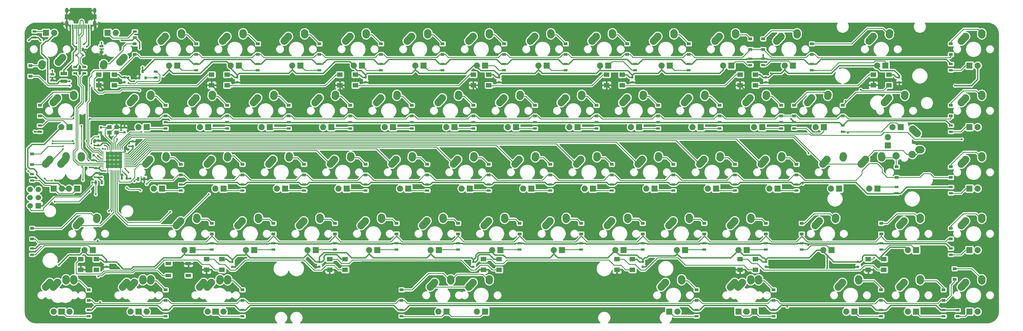
<source format=gbl>
G04 #@! TF.GenerationSoftware,KiCad,Pcbnew,(5.1.5)-3*
G04 #@! TF.CreationDate,2020-06-04T02:19:37-07:00*
G04 #@! TF.ProjectId,Voyager60,566f7961-6765-4723-9630-2e6b69636164,rev?*
G04 #@! TF.SameCoordinates,Original*
G04 #@! TF.FileFunction,Copper,L2,Bot*
G04 #@! TF.FilePolarity,Positive*
%FSLAX46Y46*%
G04 Gerber Fmt 4.6, Leading zero omitted, Abs format (unit mm)*
G04 Created by KiCad (PCBNEW (5.1.5)-3) date 2020-06-04 02:19:37*
%MOMM*%
%LPD*%
G04 APERTURE LIST*
%ADD10R,1.905000X1.905000*%
%ADD11C,1.905000*%
%ADD12C,2.250000*%
%ADD13C,2.250000*%
%ADD14R,1.400000X1.200000*%
%ADD15R,1.300000X0.700000*%
%ADD16R,0.700000X1.300000*%
%ADD17R,1.200000X0.900000*%
%ADD18R,0.750000X0.800000*%
%ADD19R,0.800000X0.750000*%
%ADD20R,0.600000X1.450000*%
%ADD21R,0.300000X1.450000*%
%ADD22O,1.000000X2.100000*%
%ADD23O,1.000000X1.600000*%
%ADD24C,1.700000*%
%ADD25R,1.700000X1.700000*%
%ADD26R,2.030000X1.140000*%
%ADD27R,0.800000X0.900000*%
%ADD28R,0.700000X0.600000*%
%ADD29R,0.700000X1.000000*%
%ADD30R,1.287500X1.287500*%
%ADD31R,0.250000X0.700000*%
%ADD32R,0.700000X0.250000*%
%ADD33R,1.800000X1.100000*%
%ADD34R,1.800000X1.400000*%
%ADD35C,0.600000*%
%ADD36C,0.254000*%
%ADD37C,0.381000*%
%ADD38C,0.203200*%
G04 APERTURE END LIST*
D10*
X316230000Y-55880000D03*
D11*
X318770000Y-55880000D03*
D12*
X315000000Y-46800000D03*
D13*
X313690000Y-48260000D02*
X315000002Y-46800000D01*
D12*
X320040000Y-45720000D03*
D13*
X320000000Y-46300000D02*
X320040000Y-45720000D01*
D10*
X316230000Y-113030000D03*
D11*
X318770000Y-113030000D03*
D12*
X315000000Y-103950000D03*
D13*
X313690000Y-105410000D02*
X315000002Y-103950000D01*
D12*
X320040000Y-102870000D03*
D13*
X320000000Y-103450000D02*
X320040000Y-102870000D01*
D10*
X316230000Y-93980000D03*
D11*
X318770000Y-93980000D03*
D12*
X315000000Y-84900000D03*
D13*
X313690000Y-86360000D02*
X315000002Y-84900000D01*
D12*
X320040000Y-83820000D03*
D13*
X320000000Y-84400000D02*
X320040000Y-83820000D01*
D10*
X316230000Y-74930000D03*
D11*
X318770000Y-74930000D03*
D12*
X315000000Y-65850000D03*
D13*
X313690000Y-67310000D02*
X315000002Y-65850000D01*
D12*
X320040000Y-64770000D03*
D13*
X320000000Y-65350000D02*
X320040000Y-64770000D01*
D10*
X316230000Y-36830000D03*
D11*
X318770000Y-36830000D03*
D12*
X315000000Y-27750000D03*
D13*
X313690000Y-29210000D02*
X315000002Y-27750000D01*
D12*
X320040000Y-26670000D03*
D13*
X320000000Y-27250000D02*
X320040000Y-26670000D01*
D14*
X52281000Y-55919000D03*
X50081000Y-55919000D03*
X50081000Y-57619000D03*
X52281000Y-57619000D03*
D15*
X312550000Y-114470000D03*
X312550000Y-112570000D03*
X47625000Y-32700000D03*
X47625000Y-30800000D03*
X32385000Y-41431250D03*
X32385000Y-39531250D03*
X91281250Y-114456250D03*
X91281250Y-112556250D03*
D16*
X60894000Y-72009000D03*
X58994000Y-72009000D03*
X47781250Y-73025000D03*
X45881250Y-73025000D03*
D15*
X64389000Y-40574000D03*
X64389000Y-38674000D03*
X42291000Y-39177000D03*
X42291000Y-37277000D03*
X39497000Y-39177000D03*
X39497000Y-37277000D03*
X310492500Y-95406250D03*
X310492500Y-93506250D03*
X308212500Y-114456250D03*
X308212500Y-112556250D03*
X255587500Y-114456250D03*
X255587500Y-112556250D03*
X231775000Y-114456250D03*
X231775000Y-112556250D03*
X310492500Y-76356250D03*
X310492500Y-74456250D03*
X140493750Y-114456250D03*
X140493750Y-112556250D03*
X67468750Y-114456250D03*
X67468750Y-112556250D03*
X43656250Y-114456250D03*
X43656250Y-112556250D03*
X310492500Y-57306250D03*
X310492500Y-55406250D03*
X288925000Y-93818750D03*
X288925000Y-91918750D03*
X264318750Y-93818750D03*
X264318750Y-91918750D03*
X253206250Y-93818750D03*
X253206250Y-91918750D03*
X234156250Y-93818750D03*
X234156250Y-91918750D03*
X215106250Y-93818750D03*
X215106250Y-91918750D03*
X196056250Y-93818750D03*
X196056250Y-91918750D03*
X177006250Y-93818750D03*
X177006250Y-91918750D03*
X157956250Y-93818750D03*
X157956250Y-91918750D03*
X138906250Y-93818750D03*
X138906250Y-91918750D03*
X119856250Y-93818750D03*
X119856250Y-91918750D03*
X100806250Y-93818750D03*
X100806250Y-91918750D03*
X81756250Y-93818750D03*
X81756250Y-91918750D03*
X26193750Y-95406250D03*
X26193750Y-93506250D03*
X293687500Y-74456250D03*
X293687500Y-76356250D03*
X262731250Y-75562500D03*
X262731250Y-73662500D03*
X243681250Y-75562500D03*
X243681250Y-73662500D03*
X224631250Y-75562500D03*
X224631250Y-73662500D03*
X205581250Y-75562500D03*
X205581250Y-73662500D03*
X186531250Y-75562500D03*
X186531250Y-73662500D03*
X167481250Y-75562500D03*
X167481250Y-73662500D03*
X148431250Y-73662500D03*
X148431250Y-75562500D03*
X129381250Y-75562500D03*
X129381250Y-73662500D03*
X110331250Y-75562500D03*
X110331250Y-73662500D03*
X91281250Y-75562500D03*
X91281250Y-73662500D03*
X72231250Y-75562500D03*
X72231250Y-73662500D03*
X26193750Y-72387500D03*
X26193750Y-70487500D03*
X288900000Y-114456250D03*
X288900000Y-112556250D03*
X277018750Y-57306250D03*
X277018750Y-55406250D03*
X261968750Y-56306250D03*
X261968750Y-54406250D03*
X257968750Y-56306250D03*
X257968750Y-54406250D03*
X238918750Y-56306250D03*
X238918750Y-54406250D03*
X219868750Y-56306250D03*
X219868750Y-54406250D03*
X200818750Y-56306250D03*
X200818750Y-54406250D03*
X181768750Y-56306250D03*
X181768750Y-54406250D03*
X162718750Y-56306250D03*
X162718750Y-54406250D03*
X143668750Y-56306250D03*
X143668750Y-54406250D03*
X124618750Y-56306250D03*
X124618750Y-54406250D03*
X105568750Y-56306250D03*
X105568750Y-54406250D03*
X86518750Y-56306250D03*
X86518750Y-54406250D03*
X67468750Y-56306250D03*
X67468750Y-54406250D03*
X28575000Y-55406250D03*
X28575000Y-57306250D03*
X310492500Y-38256250D03*
X310492500Y-36356250D03*
X267493750Y-38256250D03*
X267493750Y-36356250D03*
X252412500Y-36668750D03*
X252412500Y-34768750D03*
X248443750Y-36668750D03*
X248443750Y-34768750D03*
X229393750Y-38256250D03*
X229393750Y-36356250D03*
X212725000Y-38256250D03*
X212725000Y-36356250D03*
X191293750Y-38256250D03*
X191293750Y-36356250D03*
X172243750Y-38256250D03*
X172243750Y-36356250D03*
X153193750Y-38256250D03*
X153193750Y-36356250D03*
X134143750Y-38256250D03*
X134143750Y-36356250D03*
X115093750Y-38256250D03*
X115093750Y-36356250D03*
X96043750Y-38256250D03*
X96043750Y-36356250D03*
X76993750Y-38256250D03*
X76993750Y-36356250D03*
X57974000Y-26228000D03*
X57974000Y-28128000D03*
X26924000Y-26228000D03*
X26924000Y-28128000D03*
D17*
X311630000Y-103050000D03*
X311630000Y-99750000D03*
X91281250Y-109600000D03*
X91281250Y-106300000D03*
X310492500Y-90556250D03*
X310492500Y-87256250D03*
X308212500Y-109600000D03*
X308212500Y-106300000D03*
X255587500Y-109600000D03*
X255587500Y-106300000D03*
X231775000Y-109600000D03*
X231775000Y-106300000D03*
X310492500Y-71506250D03*
X310492500Y-68206250D03*
X140493750Y-109600000D03*
X140493750Y-106300000D03*
X67468750Y-109600000D03*
X67468750Y-106300000D03*
X43656250Y-109600000D03*
X43656250Y-106300000D03*
X310492500Y-52456250D03*
X310492500Y-49156250D03*
X288925000Y-88962500D03*
X288925000Y-85662500D03*
X264318750Y-88962500D03*
X264318750Y-85662500D03*
X253206250Y-88962500D03*
X253206250Y-85662500D03*
X234156250Y-88962500D03*
X234156250Y-85662500D03*
X215106250Y-88962500D03*
X215106250Y-85662500D03*
X196056250Y-88962500D03*
X196056250Y-85662500D03*
X177006250Y-88962500D03*
X177006250Y-85662500D03*
X157956250Y-88962500D03*
X157956250Y-85662500D03*
X138906250Y-88962500D03*
X138906250Y-85662500D03*
X119856250Y-88962500D03*
X119856250Y-85662500D03*
X100806250Y-88962500D03*
X100806250Y-85662500D03*
X81756250Y-88962500D03*
X81756250Y-85662500D03*
X26193750Y-90550000D03*
X26193750Y-87250000D03*
X293687500Y-71500000D03*
X293687500Y-68200000D03*
X262731250Y-70706250D03*
X262731250Y-67406250D03*
X243681250Y-70706250D03*
X243681250Y-67406250D03*
X224631250Y-70706250D03*
X224631250Y-67406250D03*
X205581250Y-70706250D03*
X205581250Y-67406250D03*
X186531250Y-70706250D03*
X186531250Y-67406250D03*
X167481250Y-70706250D03*
X167481250Y-67406250D03*
X148431250Y-67406250D03*
X148431250Y-70706250D03*
X129381250Y-70706250D03*
X129381250Y-67406250D03*
X110331250Y-70706250D03*
X110331250Y-67406250D03*
X91281250Y-70706250D03*
X91281250Y-67406250D03*
X72231250Y-70706250D03*
X72231250Y-67406250D03*
X26193750Y-64231250D03*
X26193750Y-67531250D03*
X288900000Y-109600000D03*
X288900000Y-106300000D03*
X277018750Y-52450000D03*
X277018750Y-49150000D03*
X261937500Y-52450000D03*
X261937500Y-49150000D03*
X257968750Y-52450000D03*
X257968750Y-49150000D03*
X238918750Y-52450000D03*
X238918750Y-49150000D03*
X219868750Y-52450000D03*
X219868750Y-49150000D03*
X200818750Y-52450000D03*
X200818750Y-49150000D03*
X181768750Y-52450000D03*
X181768750Y-49150000D03*
X162718750Y-52450000D03*
X162718750Y-49150000D03*
X143668750Y-52450000D03*
X143668750Y-49150000D03*
X124618750Y-52450000D03*
X124618750Y-49150000D03*
X105568750Y-52450000D03*
X105568750Y-49150000D03*
X86518750Y-52450000D03*
X86518750Y-49150000D03*
X67468750Y-52450000D03*
X67468750Y-49150000D03*
X28575000Y-52450000D03*
X28575000Y-49150000D03*
X310492500Y-33406250D03*
X310492500Y-30106250D03*
X267493750Y-33400000D03*
X267493750Y-30100000D03*
X252412500Y-31812500D03*
X252412500Y-28512500D03*
X248443750Y-31812500D03*
X248443750Y-28512500D03*
X229393750Y-33400000D03*
X229393750Y-30100000D03*
X210343750Y-33400000D03*
X210343750Y-30100000D03*
X191293750Y-33400000D03*
X191293750Y-30100000D03*
X172243750Y-33400000D03*
X172243750Y-30100000D03*
X153193750Y-33400000D03*
X153193750Y-30100000D03*
X134143750Y-33400000D03*
X134143750Y-30100000D03*
X115093750Y-33400000D03*
X115093750Y-30100000D03*
X96043750Y-33400000D03*
X96043750Y-30100000D03*
X76993750Y-33400000D03*
X76993750Y-30100000D03*
X57943750Y-33400000D03*
X57943750Y-30100000D03*
X25610000Y-40130000D03*
X25610000Y-36830000D03*
D18*
X49212500Y-97675000D03*
X49212500Y-99175000D03*
X88106250Y-97675000D03*
X88106250Y-99175000D03*
X115093750Y-97675000D03*
X115093750Y-99175000D03*
X162718750Y-97675000D03*
X162718750Y-99175000D03*
X215106250Y-97675000D03*
X215106250Y-99175000D03*
X253206250Y-97675000D03*
X253206250Y-99175000D03*
X281781250Y-97675000D03*
X281781250Y-99175000D03*
X294481250Y-40525000D03*
X294481250Y-42025000D03*
X253206250Y-40525000D03*
X253206250Y-42025000D03*
X211931250Y-40525000D03*
X211931250Y-42025000D03*
X170656250Y-40525000D03*
X170656250Y-42025000D03*
X129381250Y-40525000D03*
X129381250Y-42025000D03*
X89693750Y-40525000D03*
X89693750Y-42025000D03*
X47498000Y-57519000D03*
X47498000Y-56019000D03*
X54737000Y-56019000D03*
X54737000Y-57519000D03*
X45212000Y-66155000D03*
X45212000Y-64655000D03*
D19*
X55423500Y-71786750D03*
X53923500Y-71786750D03*
D18*
X46609000Y-61583000D03*
X46609000Y-60083000D03*
X57277000Y-61837000D03*
X57277000Y-60337000D03*
X45974000Y-68592000D03*
X45974000Y-70092000D03*
X54768750Y-40525000D03*
X54768750Y-42025000D03*
D10*
X166370000Y-113030000D03*
D11*
X163830000Y-113030000D03*
D12*
X162600000Y-103950000D03*
D13*
X161290000Y-105410000D02*
X162600002Y-103950000D01*
D12*
X167640000Y-102870000D03*
D13*
X167600000Y-103450000D02*
X167640000Y-102870000D01*
D10*
X256857500Y-74930000D03*
D11*
X254317500Y-74930000D03*
D12*
X253087500Y-65850000D03*
D13*
X251777500Y-67310000D02*
X253087502Y-65850000D01*
D12*
X258127500Y-64770000D03*
D13*
X258087500Y-65350000D02*
X258127500Y-64770000D01*
D20*
X44442600Y-24822500D03*
X37992600Y-24822500D03*
X43667600Y-24822500D03*
X38767600Y-24822500D03*
D21*
X39467600Y-24822500D03*
X42967600Y-24822500D03*
X39967600Y-24822500D03*
X42467600Y-24822500D03*
X40467600Y-24822500D03*
X41967600Y-24822500D03*
X41467600Y-24822500D03*
X40967600Y-24822500D03*
D22*
X36897600Y-23907500D03*
X45537600Y-23907500D03*
D23*
X36897600Y-19727500D03*
X45537600Y-19727500D03*
D13*
X62825000Y-46300000D02*
X62865000Y-45720000D01*
D12*
X62865000Y-45720000D03*
D13*
X56515000Y-48260000D02*
X57825002Y-46800000D01*
D12*
X57825000Y-46800000D03*
D11*
X59055000Y-55880000D03*
D10*
X61595000Y-55880000D03*
D12*
X293568750Y-64825000D03*
X298568750Y-64325000D03*
D11*
X290988750Y-59055000D03*
D10*
X290988750Y-61595000D03*
D12*
X300068750Y-57825000D03*
D13*
X298608750Y-56515000D02*
X300068758Y-57824990D01*
D12*
X301148750Y-62865000D03*
D13*
X300568750Y-62825000D02*
X301148750Y-62864998D01*
X300950000Y-103450000D02*
X300990000Y-102870000D01*
D12*
X300990000Y-102870000D03*
D13*
X294640000Y-105410000D02*
X295950002Y-103950000D01*
D12*
X295950000Y-103950000D03*
D11*
X297180000Y-113030000D03*
D10*
X299720000Y-113030000D03*
D13*
X281900000Y-103450000D02*
X281940000Y-102870000D01*
D12*
X281940000Y-102870000D03*
D13*
X275590000Y-105410000D02*
X276900002Y-103950000D01*
D12*
X276900000Y-103950000D03*
D11*
X278130000Y-113030000D03*
D10*
X280670000Y-113030000D03*
D13*
X300950000Y-84400000D02*
X300990000Y-83820000D01*
D12*
X300990000Y-83820000D03*
D13*
X294640000Y-86360000D02*
X295950002Y-84900000D01*
D12*
X295950000Y-84900000D03*
D11*
X297180000Y-93980000D03*
D10*
X299720000Y-93980000D03*
D24*
X25580000Y-75160000D03*
X28120000Y-75160000D03*
X25580000Y-77700000D03*
X28120000Y-77700000D03*
X25580000Y-80240000D03*
D25*
X28120000Y-80240000D03*
D10*
X290195000Y-36830000D03*
D11*
X287655000Y-36830000D03*
D12*
X286425000Y-27750000D03*
D13*
X285115000Y-29210000D02*
X286425002Y-27750000D01*
D12*
X291465000Y-26670000D03*
D13*
X291425000Y-27250000D02*
X291465000Y-26670000D01*
D10*
X154463750Y-113030000D03*
D11*
X151923750Y-113030000D03*
D12*
X150693750Y-103950000D03*
D13*
X149383750Y-105410000D02*
X150693752Y-103950000D01*
D12*
X155733750Y-102870000D03*
D13*
X155693750Y-103450000D02*
X155733750Y-102870000D01*
D26*
X35941000Y-39281250D03*
X35941000Y-41681250D03*
D27*
X60325000Y-38687500D03*
X59375000Y-40687500D03*
X61275000Y-40687500D03*
D28*
X39894000Y-33589000D03*
X41894000Y-33589000D03*
X39894000Y-31689000D03*
D29*
X41894000Y-31889000D03*
D30*
X49573559Y-67995403D03*
X49573559Y-66707903D03*
X49573559Y-65420403D03*
X49573559Y-64132903D03*
X50861059Y-67995403D03*
X50861059Y-66707903D03*
X50861059Y-65420403D03*
X50861059Y-64132903D03*
X52148559Y-67995403D03*
X52148559Y-66707903D03*
X52148559Y-65420403D03*
X52148559Y-64132903D03*
X53436059Y-67995403D03*
X53436059Y-66707903D03*
X53436059Y-65420403D03*
X53436059Y-64132903D03*
D31*
X49004809Y-69464153D03*
X49504809Y-69464153D03*
X50004809Y-69464153D03*
X50504809Y-69464153D03*
X51004809Y-69464153D03*
X51504809Y-69464153D03*
X52004809Y-69464153D03*
X52504809Y-69464153D03*
X53004809Y-69464153D03*
X53504809Y-69464153D03*
X54004809Y-69464153D03*
D32*
X54904809Y-68564153D03*
X54904809Y-68064153D03*
X54904809Y-67564153D03*
X54904809Y-67064153D03*
X54904809Y-66564153D03*
X54904809Y-66064153D03*
X54904809Y-65564153D03*
X54904809Y-65064153D03*
X54904809Y-64564153D03*
X54904809Y-64064153D03*
X54904809Y-63564153D03*
D31*
X54004809Y-62664153D03*
X53504809Y-62664153D03*
X53004809Y-62664153D03*
X52504809Y-62664153D03*
X52004809Y-62664153D03*
X51504809Y-62664153D03*
X51004809Y-62664153D03*
X50504809Y-62664153D03*
X50004809Y-62664153D03*
X49504809Y-62664153D03*
X49004809Y-62664153D03*
D32*
X48104809Y-63564153D03*
X48104809Y-64064153D03*
X48104809Y-64564153D03*
X48104809Y-65064153D03*
X48104809Y-65564153D03*
X48104809Y-66064153D03*
X48104809Y-66564153D03*
X48104809Y-67064153D03*
X48104809Y-67564153D03*
X48104809Y-68064153D03*
X48104809Y-68564153D03*
D33*
X68337500Y-98162500D03*
X74537500Y-101862500D03*
X68337500Y-101862500D03*
X74537500Y-98162500D03*
D10*
X209232500Y-93980000D03*
D11*
X206692500Y-93980000D03*
D12*
X205462500Y-84900000D03*
D13*
X204152500Y-86360000D02*
X205462502Y-84900000D01*
D12*
X210502500Y-83820000D03*
D13*
X210462500Y-84400000D02*
X210502500Y-83820000D01*
D10*
X228282500Y-93980000D03*
D11*
X225742500Y-93980000D03*
D12*
X224512500Y-84900000D03*
D13*
X223202500Y-86360000D02*
X224512502Y-84900000D01*
D12*
X229552500Y-83820000D03*
D13*
X229512500Y-84400000D02*
X229552500Y-83820000D01*
X48300000Y-36250000D02*
X48260000Y-36830000D01*
D12*
X48260000Y-36830000D03*
D13*
X54610000Y-34290000D02*
X53299998Y-35750000D01*
D12*
X53300000Y-35750000D03*
D11*
X52070000Y-26670000D03*
D10*
X49530000Y-26670000D03*
D13*
X72350000Y-27250000D02*
X72390000Y-26670000D01*
D12*
X72390000Y-26670000D03*
D13*
X66040000Y-29210000D02*
X67350002Y-27750000D01*
D12*
X67350000Y-27750000D03*
D11*
X68580000Y-36830000D03*
D10*
X71120000Y-36830000D03*
D13*
X91400000Y-27250000D02*
X91440000Y-26670000D01*
D12*
X91440000Y-26670000D03*
D13*
X85090000Y-29210000D02*
X86400002Y-27750000D01*
D12*
X86400000Y-27750000D03*
D11*
X87630000Y-36830000D03*
D10*
X90170000Y-36830000D03*
D13*
X110450000Y-27250000D02*
X110490000Y-26670000D01*
D12*
X110490000Y-26670000D03*
D13*
X104140000Y-29210000D02*
X105450002Y-27750000D01*
D12*
X105450000Y-27750000D03*
D11*
X106680000Y-36830000D03*
D10*
X109220000Y-36830000D03*
D13*
X129500000Y-27250000D02*
X129540000Y-26670000D01*
D12*
X129540000Y-26670000D03*
D13*
X123190000Y-29210000D02*
X124500002Y-27750000D01*
D12*
X124500000Y-27750000D03*
D11*
X125730000Y-36830000D03*
D10*
X128270000Y-36830000D03*
D13*
X148550000Y-27250000D02*
X148590000Y-26670000D01*
D12*
X148590000Y-26670000D03*
D13*
X142240000Y-29210000D02*
X143550002Y-27750000D01*
D12*
X143550000Y-27750000D03*
D11*
X144780000Y-36830000D03*
D10*
X147320000Y-36830000D03*
D13*
X167600000Y-27250000D02*
X167640000Y-26670000D01*
D12*
X167640000Y-26670000D03*
D13*
X161290000Y-29210000D02*
X162600002Y-27750000D01*
D12*
X162600000Y-27750000D03*
D11*
X163830000Y-36830000D03*
D10*
X166370000Y-36830000D03*
X185420000Y-36830000D03*
D11*
X182880000Y-36830000D03*
D12*
X181650000Y-27750000D03*
D13*
X180340000Y-29210000D02*
X181650002Y-27750000D01*
D12*
X186690000Y-26670000D03*
D13*
X186650000Y-27250000D02*
X186690000Y-26670000D01*
X205700000Y-27250000D02*
X205740000Y-26670000D01*
D12*
X205740000Y-26670000D03*
D13*
X199390000Y-29210000D02*
X200700002Y-27750000D01*
D12*
X200700000Y-27750000D03*
D11*
X201930000Y-36830000D03*
D10*
X204470000Y-36830000D03*
X223520000Y-36830000D03*
D11*
X220980000Y-36830000D03*
D12*
X219750000Y-27750000D03*
D13*
X218440000Y-29210000D02*
X219750002Y-27750000D01*
D12*
X224790000Y-26670000D03*
D13*
X224750000Y-27250000D02*
X224790000Y-26670000D01*
D10*
X242570000Y-36830000D03*
D11*
X240030000Y-36830000D03*
D12*
X238800000Y-27750000D03*
D13*
X237490000Y-29210000D02*
X238800002Y-27750000D01*
D12*
X243840000Y-26670000D03*
D13*
X243800000Y-27250000D02*
X243840000Y-26670000D01*
D10*
X247332500Y-93980000D03*
D11*
X244792500Y-93980000D03*
D12*
X243562500Y-84900000D03*
D13*
X242252500Y-86360000D02*
X243562502Y-84900000D01*
D12*
X248602500Y-83820000D03*
D13*
X248562500Y-84400000D02*
X248602500Y-83820000D01*
D10*
X237807500Y-74930000D03*
D11*
X235267500Y-74930000D03*
D12*
X234037500Y-65850000D03*
D13*
X232727500Y-67310000D02*
X234037502Y-65850000D01*
D12*
X239077500Y-64770000D03*
D13*
X239037500Y-65350000D02*
X239077500Y-64770000D01*
D10*
X261620000Y-36830000D03*
D11*
X259080000Y-36830000D03*
D12*
X257850000Y-27750000D03*
D13*
X256540000Y-29210000D02*
X257850002Y-27750000D01*
D12*
X262890000Y-26670000D03*
D13*
X262850000Y-27250000D02*
X262890000Y-26670000D01*
D10*
X252095000Y-55880000D03*
D11*
X249555000Y-55880000D03*
D12*
X248325000Y-46800000D03*
D13*
X247015000Y-48260000D02*
X248325002Y-46800000D01*
D12*
X253365000Y-45720000D03*
D13*
X253325000Y-46300000D02*
X253365000Y-45720000D01*
X296187500Y-46300000D02*
X296227500Y-45720000D01*
D12*
X296227500Y-45720000D03*
D13*
X289877500Y-48260000D02*
X291187502Y-46800000D01*
D12*
X291187500Y-46800000D03*
D11*
X292417500Y-55880000D03*
D10*
X294957500Y-55880000D03*
D13*
X277137500Y-65350000D02*
X277177500Y-64770000D01*
D12*
X277177500Y-64770000D03*
D13*
X270827500Y-67310000D02*
X272137502Y-65850000D01*
D12*
X272137500Y-65850000D03*
D11*
X273367500Y-74930000D03*
D10*
X275907500Y-74930000D03*
X271145000Y-55880000D03*
D11*
X268605000Y-55880000D03*
D12*
X267375000Y-46800000D03*
D13*
X266065000Y-48260000D02*
X267375002Y-46800000D01*
D12*
X272415000Y-45720000D03*
D13*
X272375000Y-46300000D02*
X272415000Y-45720000D01*
D10*
X66357500Y-74930000D03*
D11*
X63817500Y-74930000D03*
D12*
X62587500Y-65850000D03*
D13*
X61277500Y-67310000D02*
X62587502Y-65850000D01*
D12*
X67627500Y-64770000D03*
D13*
X67587500Y-65350000D02*
X67627500Y-64770000D01*
X84256250Y-103450000D02*
X84296250Y-102870000D01*
D12*
X84296250Y-102870000D03*
D13*
X77946250Y-105410000D02*
X79256252Y-103950000D01*
D12*
X79256250Y-103950000D03*
D11*
X80486250Y-113030000D03*
D10*
X83026250Y-113030000D03*
X82867500Y-113030000D03*
D11*
X85407500Y-113030000D03*
D12*
X81637500Y-103950000D03*
D13*
X80327500Y-105410000D02*
X81637502Y-103950000D01*
D12*
X86677500Y-102870000D03*
D13*
X86637500Y-103450000D02*
X86677500Y-102870000D01*
D10*
X152082500Y-93980000D03*
D11*
X149542500Y-93980000D03*
D12*
X148312500Y-84900000D03*
D13*
X147002500Y-86360000D02*
X148312502Y-84900000D01*
D12*
X153352500Y-83820000D03*
D13*
X153312500Y-84400000D02*
X153352500Y-83820000D01*
D10*
X113982500Y-93980000D03*
D11*
X111442500Y-93980000D03*
D12*
X110212500Y-84900000D03*
D13*
X108902500Y-86360000D02*
X110212502Y-84900000D01*
D12*
X115252500Y-83820000D03*
D13*
X115212500Y-84400000D02*
X115252500Y-83820000D01*
X41393750Y-65350000D02*
X41433750Y-64770000D01*
D12*
X41433750Y-64770000D03*
D13*
X35083750Y-67310000D02*
X36393752Y-65850000D01*
D12*
X36393750Y-65850000D03*
D11*
X37623750Y-74930000D03*
D10*
X40163750Y-74930000D03*
X32861250Y-74930000D03*
D11*
X35401250Y-74930000D03*
D12*
X31631250Y-65850000D03*
D13*
X30321250Y-67310000D02*
X31631252Y-65850000D01*
D12*
X36671250Y-64770000D03*
D13*
X36631250Y-65350000D02*
X36671250Y-64770000D01*
X36631250Y-103450000D02*
X36671250Y-102870000D01*
D12*
X36671250Y-102870000D03*
D13*
X30321250Y-105410000D02*
X31631252Y-103950000D01*
D12*
X31631250Y-103950000D03*
D11*
X32861250Y-113030000D03*
D10*
X35401250Y-113030000D03*
D13*
X39012500Y-103450000D02*
X39052500Y-102870000D01*
D12*
X39052500Y-102870000D03*
D13*
X32702500Y-105410000D02*
X34012502Y-103950000D01*
D12*
X34012500Y-103950000D03*
D11*
X37782500Y-113030000D03*
D10*
X35242500Y-113030000D03*
D13*
X105687500Y-65350000D02*
X105727500Y-64770000D01*
D12*
X105727500Y-64770000D03*
D13*
X99377500Y-67310000D02*
X100687502Y-65850000D01*
D12*
X100687500Y-65850000D03*
D11*
X101917500Y-74930000D03*
D10*
X104457500Y-74930000D03*
X99695000Y-55880000D03*
D11*
X97155000Y-55880000D03*
D12*
X95925000Y-46800000D03*
D13*
X94615000Y-48260000D02*
X95925002Y-46800000D01*
D12*
X100965000Y-45720000D03*
D13*
X100925000Y-46300000D02*
X100965000Y-45720000D01*
D10*
X287813750Y-74930000D03*
D11*
X285273750Y-74930000D03*
D12*
X284043750Y-65850000D03*
D13*
X282733750Y-67310000D02*
X284043752Y-65850000D01*
D12*
X289083750Y-64770000D03*
D13*
X289043750Y-65350000D02*
X289083750Y-64770000D01*
X29250000Y-36250000D02*
X29210000Y-36830000D01*
D12*
X29210000Y-36830000D03*
D13*
X35560000Y-34290000D02*
X34249998Y-35750000D01*
D12*
X34250000Y-35750000D03*
D11*
X33020000Y-26670000D03*
D10*
X30480000Y-26670000D03*
X123507500Y-74930000D03*
D11*
X120967500Y-74930000D03*
D12*
X119737500Y-65850000D03*
D13*
X118427500Y-67310000D02*
X119737502Y-65850000D01*
D12*
X124777500Y-64770000D03*
D13*
X124737500Y-65350000D02*
X124777500Y-64770000D01*
X143787500Y-65350000D02*
X143827500Y-64770000D01*
D12*
X143827500Y-64770000D03*
D13*
X137477500Y-67310000D02*
X138787502Y-65850000D01*
D12*
X138787500Y-65850000D03*
D11*
X140017500Y-74930000D03*
D10*
X142557500Y-74930000D03*
X161607500Y-74930000D03*
D11*
X159067500Y-74930000D03*
D12*
X157837500Y-65850000D03*
D13*
X156527500Y-67310000D02*
X157837502Y-65850000D01*
D12*
X162877500Y-64770000D03*
D13*
X162837500Y-65350000D02*
X162877500Y-64770000D01*
D10*
X194945000Y-55880000D03*
D11*
X192405000Y-55880000D03*
D12*
X191175000Y-46800000D03*
D13*
X189865000Y-48260000D02*
X191175002Y-46800000D01*
D12*
X196215000Y-45720000D03*
D13*
X196175000Y-46300000D02*
X196215000Y-45720000D01*
D10*
X180657500Y-74930000D03*
D11*
X178117500Y-74930000D03*
D12*
X176887500Y-65850000D03*
D13*
X175577500Y-67310000D02*
X176887502Y-65850000D01*
D12*
X181927500Y-64770000D03*
D13*
X181887500Y-65350000D02*
X181927500Y-64770000D01*
D10*
X199707500Y-74930000D03*
D11*
X197167500Y-74930000D03*
D12*
X195937500Y-65850000D03*
D13*
X194627500Y-67310000D02*
X195937502Y-65850000D01*
D12*
X200977500Y-64770000D03*
D13*
X200937500Y-65350000D02*
X200977500Y-64770000D01*
X219987500Y-65350000D02*
X220027500Y-64770000D01*
D12*
X220027500Y-64770000D03*
D13*
X213677500Y-67310000D02*
X214987502Y-65850000D01*
D12*
X214987500Y-65850000D03*
D11*
X216217500Y-74930000D03*
D10*
X218757500Y-74930000D03*
D13*
X191412500Y-84400000D02*
X191452500Y-83820000D01*
D12*
X191452500Y-83820000D03*
D13*
X185102500Y-86360000D02*
X186412502Y-84900000D01*
D12*
X186412500Y-84900000D03*
D11*
X187642500Y-93980000D03*
D10*
X190182500Y-93980000D03*
D13*
X172362500Y-84400000D02*
X172402500Y-83820000D01*
D12*
X172402500Y-83820000D03*
D13*
X166052500Y-86360000D02*
X167362502Y-84900000D01*
D12*
X167362500Y-84900000D03*
D11*
X168592500Y-93980000D03*
D10*
X171132500Y-93980000D03*
X213995000Y-55880000D03*
D11*
X211455000Y-55880000D03*
D12*
X210225000Y-46800000D03*
D13*
X208915000Y-48260000D02*
X210225002Y-46800000D01*
D12*
X215265000Y-45720000D03*
D13*
X215225000Y-46300000D02*
X215265000Y-45720000D01*
X234275000Y-46300000D02*
X234315000Y-45720000D01*
D12*
X234315000Y-45720000D03*
D13*
X227965000Y-48260000D02*
X229275002Y-46800000D01*
D12*
X229275000Y-46800000D03*
D11*
X230505000Y-55880000D03*
D10*
X233045000Y-55880000D03*
D13*
X119975000Y-46300000D02*
X120015000Y-45720000D01*
D12*
X120015000Y-45720000D03*
D13*
X113665000Y-48260000D02*
X114975002Y-46800000D01*
D12*
X114975000Y-46800000D03*
D11*
X116205000Y-55880000D03*
D10*
X118745000Y-55880000D03*
D13*
X227131250Y-103450000D02*
X227171250Y-102870000D01*
D12*
X227171250Y-102870000D03*
D13*
X220821250Y-105410000D02*
X222131252Y-103950000D01*
D12*
X222131250Y-103950000D03*
D11*
X225901250Y-113030000D03*
D10*
X223361250Y-113030000D03*
D13*
X248562500Y-103450000D02*
X248602500Y-102870000D01*
D12*
X248602500Y-102870000D03*
D13*
X242252500Y-105410000D02*
X243562502Y-103950000D01*
D12*
X243562500Y-103950000D03*
D11*
X247332500Y-113030000D03*
D10*
X244792500Y-113030000D03*
X249713750Y-113030000D03*
D11*
X247173750Y-113030000D03*
D12*
X245943750Y-103950000D03*
D13*
X244633750Y-105410000D02*
X245943752Y-103950000D01*
D12*
X250983750Y-102870000D03*
D13*
X250943750Y-103450000D02*
X250983750Y-102870000D01*
X86637500Y-65350000D02*
X86677500Y-64770000D01*
D12*
X86677500Y-64770000D03*
D13*
X80327500Y-67310000D02*
X81637502Y-65850000D01*
D12*
X81637500Y-65850000D03*
D11*
X82867500Y-74930000D03*
D10*
X85407500Y-74930000D03*
D13*
X46156250Y-84400000D02*
X46196250Y-83820000D01*
D12*
X46196250Y-83820000D03*
D13*
X39846250Y-86360000D02*
X41156252Y-84900000D01*
D12*
X41156250Y-84900000D03*
D11*
X42386250Y-93980000D03*
D10*
X44926250Y-93980000D03*
X273526250Y-93980000D03*
D11*
X270986250Y-93980000D03*
D12*
X269756250Y-84900000D03*
D13*
X268446250Y-86360000D02*
X269756252Y-84900000D01*
D12*
X274796250Y-83820000D03*
D13*
X274756250Y-84400000D02*
X274796250Y-83820000D01*
D10*
X137795000Y-55880000D03*
D11*
X135255000Y-55880000D03*
D12*
X134025000Y-46800000D03*
D13*
X132715000Y-48260000D02*
X134025002Y-46800000D01*
D12*
X139065000Y-45720000D03*
D13*
X139025000Y-46300000D02*
X139065000Y-45720000D01*
D10*
X37782500Y-55880000D03*
D11*
X35242500Y-55880000D03*
D12*
X34012500Y-46800000D03*
D13*
X32702500Y-48260000D02*
X34012502Y-46800000D01*
D12*
X39052500Y-45720000D03*
D13*
X39012500Y-46300000D02*
X39052500Y-45720000D01*
D10*
X175895000Y-55880000D03*
D11*
X173355000Y-55880000D03*
D12*
X172125000Y-46800000D03*
D13*
X170815000Y-48260000D02*
X172125002Y-46800000D01*
D12*
X177165000Y-45720000D03*
D13*
X177125000Y-46300000D02*
X177165000Y-45720000D01*
X134262500Y-84400000D02*
X134302500Y-83820000D01*
D12*
X134302500Y-83820000D03*
D13*
X127952500Y-86360000D02*
X129262502Y-84900000D01*
D12*
X129262500Y-84900000D03*
D11*
X130492500Y-93980000D03*
D10*
X133032500Y-93980000D03*
D13*
X81875000Y-46300000D02*
X81915000Y-45720000D01*
D12*
X81915000Y-45720000D03*
D13*
X75565000Y-48260000D02*
X76875002Y-46800000D01*
D12*
X76875000Y-46800000D03*
D11*
X78105000Y-55880000D03*
D10*
X80645000Y-55880000D03*
X59213750Y-113030000D03*
D11*
X56673750Y-113030000D03*
D12*
X55443750Y-103950000D03*
D13*
X54133750Y-105410000D02*
X55443752Y-103950000D01*
D12*
X60483750Y-102870000D03*
D13*
X60443750Y-103450000D02*
X60483750Y-102870000D01*
D10*
X59055000Y-113030000D03*
D11*
X61595000Y-113030000D03*
D12*
X57825000Y-103950000D03*
D13*
X56515000Y-105410000D02*
X57825002Y-103950000D01*
D12*
X62865000Y-102870000D03*
D13*
X62825000Y-103450000D02*
X62865000Y-102870000D01*
D10*
X94932500Y-93980000D03*
D11*
X92392500Y-93980000D03*
D12*
X91162500Y-84900000D03*
D13*
X89852500Y-86360000D02*
X91162502Y-84900000D01*
D12*
X96202500Y-83820000D03*
D13*
X96162500Y-84400000D02*
X96202500Y-83820000D01*
X158075000Y-46300000D02*
X158115000Y-45720000D01*
D12*
X158115000Y-45720000D03*
D13*
X151765000Y-48260000D02*
X153075002Y-46800000D01*
D12*
X153075000Y-46800000D03*
D11*
X154305000Y-55880000D03*
D10*
X156845000Y-55880000D03*
X75882500Y-93980000D03*
D11*
X73342500Y-93980000D03*
D12*
X72112500Y-84900000D03*
D13*
X70802500Y-86360000D02*
X72112502Y-84900000D01*
D12*
X77152500Y-83820000D03*
D13*
X77112500Y-84400000D02*
X77152500Y-83820000D01*
D34*
X51612500Y-39625000D03*
X51612500Y-42925000D03*
X46812500Y-42925000D03*
X46812500Y-39625000D03*
X284937500Y-96775000D03*
X284937500Y-100075000D03*
X289737500Y-100075000D03*
X289737500Y-96775000D03*
X86537500Y-39625000D03*
X86537500Y-42925000D03*
X81737500Y-42925000D03*
X81737500Y-39625000D03*
X245250000Y-96775000D03*
X245250000Y-100075000D03*
X250050000Y-100075000D03*
X250050000Y-96775000D03*
X126225000Y-39625000D03*
X126225000Y-42925000D03*
X121425000Y-42925000D03*
X121425000Y-39625000D03*
X211950000Y-96775000D03*
X211950000Y-100075000D03*
X207150000Y-100075000D03*
X207150000Y-96775000D03*
X167500000Y-39625000D03*
X167500000Y-42925000D03*
X162700000Y-42925000D03*
X162700000Y-39625000D03*
X165875000Y-96775000D03*
X165875000Y-100075000D03*
X170675000Y-100075000D03*
X170675000Y-96775000D03*
X208775000Y-39625000D03*
X208775000Y-42925000D03*
X203975000Y-42925000D03*
X203975000Y-39625000D03*
X118250000Y-96775000D03*
X118250000Y-100075000D03*
X123050000Y-100075000D03*
X123050000Y-96775000D03*
X250050000Y-39625000D03*
X250050000Y-42925000D03*
X245250000Y-42925000D03*
X245250000Y-39625000D03*
X84950000Y-96775000D03*
X84950000Y-100075000D03*
X80150000Y-100075000D03*
X80150000Y-96775000D03*
X286525000Y-39625000D03*
X286525000Y-42925000D03*
X291325000Y-42925000D03*
X291325000Y-39625000D03*
X46056250Y-96775000D03*
X46056250Y-100075000D03*
X41256250Y-100075000D03*
X41256250Y-96775000D03*
D35*
X277876000Y-47752000D03*
X35687000Y-62738000D03*
X278638000Y-57658000D03*
X38850000Y-60200000D03*
X43057800Y-60220000D03*
X32557225Y-60198839D03*
X44069000Y-43053000D03*
X37846000Y-43053000D03*
X38989000Y-53086000D03*
X44069000Y-53340000D03*
X33175381Y-79024619D03*
X43950000Y-75700000D03*
X41910000Y-72265238D03*
X41470300Y-55550000D03*
X43640861Y-66211901D03*
X41650000Y-68198363D03*
X61595000Y-73533000D03*
X59690000Y-75438000D03*
X55499000Y-74676000D03*
X32300000Y-72450000D03*
X30050000Y-71800000D03*
X35687000Y-61849000D03*
X45466000Y-62357000D03*
X49911000Y-81915000D03*
X46482000Y-91059000D03*
X50800000Y-81915000D03*
X47244000Y-110109000D03*
X45466000Y-71374000D03*
X46482000Y-64770000D03*
X47752000Y-71374000D03*
X56642000Y-71755000D03*
X45466000Y-61468000D03*
X37846000Y-41656000D03*
X57785000Y-41656000D03*
X66802000Y-39878000D03*
X43942000Y-68326000D03*
X56007000Y-40513000D03*
X254762000Y-39243000D03*
X56134000Y-61849000D03*
X30227119Y-73277881D03*
X272160000Y-99572800D03*
X52963119Y-98426881D03*
X34428381Y-98538381D03*
X311760000Y-43050000D03*
X316820000Y-43050000D03*
X80860000Y-76660000D03*
X68922119Y-82127881D03*
X266446000Y-64008000D03*
X60325000Y-37338000D03*
X252349000Y-33528000D03*
X264668000Y-73406000D03*
X259842000Y-111506000D03*
X261022500Y-53377500D03*
X266319000Y-92456000D03*
X26924000Y-57277000D03*
X59436000Y-31496000D03*
X25146000Y-28956000D03*
X53848000Y-28956000D03*
X28816300Y-28943300D03*
X57150000Y-73406000D03*
X49784000Y-73406000D03*
X47625000Y-33909000D03*
X42164000Y-52451000D03*
X43180000Y-44577000D03*
X55880000Y-37973000D03*
X91186000Y-99187000D03*
X89408000Y-98679000D03*
X50546000Y-99187000D03*
X50546000Y-101727000D03*
X254381000Y-98806000D03*
X284988000Y-101600000D03*
X280670000Y-99187000D03*
X113792000Y-99187000D03*
X113792000Y-101219000D03*
X161544000Y-98679000D03*
X161163000Y-100838000D03*
X216281000Y-98806000D03*
X216281000Y-101346000D03*
X257556000Y-44069000D03*
X47879000Y-44577000D03*
X254381000Y-100965000D03*
X246884881Y-100075119D03*
X81760000Y-100080000D03*
X43053000Y-30988000D03*
X39894000Y-31008000D03*
X48006000Y-62611000D03*
X56007000Y-42291000D03*
X44704000Y-73025000D03*
X48641000Y-61595000D03*
X45847000Y-76708000D03*
X46609000Y-102108000D03*
X57785000Y-72644000D03*
X56007000Y-69977000D03*
X32385000Y-38354000D03*
X39966900Y-29933900D03*
X42164000Y-30226000D03*
X47625000Y-29718000D03*
X59309000Y-44450000D03*
X60050000Y-57400000D03*
X286766000Y-96393000D03*
X282575000Y-44323000D03*
X32500000Y-61000000D03*
X39120800Y-61000000D03*
X44550000Y-60950000D03*
X46750000Y-58850000D03*
X52500000Y-59600000D03*
X24948980Y-69491020D03*
X313890000Y-59660000D03*
D36*
X25610000Y-36830000D02*
X29210000Y-36830000D01*
X48300000Y-36250000D02*
X50110000Y-36250000D01*
X50110000Y-36250000D02*
X54356000Y-32004000D01*
X54356000Y-32004000D02*
X54356000Y-31115000D01*
X55371000Y-30100000D02*
X57943750Y-30100000D01*
X54356000Y-31115000D02*
X55371000Y-30100000D01*
X74143750Y-27250000D02*
X76993750Y-30100000D01*
X72350000Y-27250000D02*
X74143750Y-27250000D01*
X93193750Y-27250000D02*
X96043750Y-30100000D01*
X91400000Y-27250000D02*
X93193750Y-27250000D01*
X112243750Y-27250000D02*
X115093750Y-30100000D01*
X110450000Y-27250000D02*
X112243750Y-27250000D01*
X131293750Y-27250000D02*
X134143750Y-30100000D01*
X129500000Y-27250000D02*
X131293750Y-27250000D01*
X150343750Y-27250000D02*
X153193750Y-30100000D01*
X148550000Y-27250000D02*
X150343750Y-27250000D01*
X169393750Y-27250000D02*
X172243750Y-30100000D01*
X167600000Y-27250000D02*
X169393750Y-27250000D01*
X188443750Y-27250000D02*
X191293750Y-30100000D01*
X186650000Y-27250000D02*
X188443750Y-27250000D01*
X207493750Y-27250000D02*
X210343750Y-30100000D01*
X205700000Y-27250000D02*
X207493750Y-27250000D01*
X226543750Y-27250000D02*
X229393750Y-30100000D01*
X224750000Y-27250000D02*
X226543750Y-27250000D01*
X247181250Y-27250000D02*
X248443750Y-28512500D01*
X243800000Y-27250000D02*
X247181250Y-27250000D01*
X262850000Y-27250000D02*
X262835000Y-27250000D01*
X262835000Y-27250000D02*
X261620000Y-26035000D01*
X261620000Y-26035000D02*
X256477500Y-26035000D01*
X254890000Y-26035000D02*
X252412500Y-28512500D01*
X256477500Y-26035000D02*
X254890000Y-26035000D01*
X279800000Y-30100000D02*
X267493750Y-30100000D01*
X284600000Y-25300000D02*
X279800000Y-30100000D01*
X289475000Y-25300000D02*
X284600000Y-25300000D01*
X291425000Y-27250000D02*
X289475000Y-25300000D01*
X39012500Y-46300000D02*
X39012500Y-46251500D01*
X39012500Y-46251500D02*
X37846000Y-45085000D01*
X32640000Y-45085000D02*
X28575000Y-49150000D01*
X37846000Y-45085000D02*
X32640000Y-45085000D01*
X64618750Y-46300000D02*
X67468750Y-49150000D01*
X62825000Y-46300000D02*
X64618750Y-46300000D01*
X83668750Y-46300000D02*
X86518750Y-49150000D01*
X81875000Y-46300000D02*
X83668750Y-46300000D01*
X102718750Y-46300000D02*
X105568750Y-49150000D01*
X100925000Y-46300000D02*
X102718750Y-46300000D01*
X121768750Y-46300000D02*
X124618750Y-49150000D01*
X119975000Y-46300000D02*
X121768750Y-46300000D01*
X140818750Y-46300000D02*
X143668750Y-49150000D01*
X139025000Y-46300000D02*
X140818750Y-46300000D01*
X159868750Y-46300000D02*
X162718750Y-49150000D01*
X158075000Y-46300000D02*
X159868750Y-46300000D01*
X178918750Y-46300000D02*
X181768750Y-49150000D01*
X177125000Y-46300000D02*
X178918750Y-46300000D01*
X197968750Y-46300000D02*
X200818750Y-49150000D01*
X196175000Y-46300000D02*
X197968750Y-46300000D01*
X217018750Y-46300000D02*
X219868750Y-49150000D01*
X215225000Y-46300000D02*
X217018750Y-46300000D01*
X236068750Y-46300000D02*
X238918750Y-49150000D01*
X234275000Y-46300000D02*
X236068750Y-46300000D01*
X255118750Y-46300000D02*
X257968750Y-49150000D01*
X253325000Y-46300000D02*
X255118750Y-46300000D01*
X272375000Y-46300000D02*
X272360000Y-46300000D01*
X272360000Y-46300000D02*
X271145000Y-45085000D01*
X266002500Y-45085000D02*
X261937500Y-49150000D01*
X271145000Y-45085000D02*
X266002500Y-45085000D01*
X296187500Y-46300000D02*
X296109000Y-46300000D01*
X296109000Y-46300000D02*
X294894000Y-45085000D01*
X294894000Y-45085000D02*
X281083750Y-45085000D01*
X281083750Y-45085000D02*
X278638000Y-47530750D01*
X277876000Y-47784750D02*
X278130000Y-48038750D01*
X277876000Y-47752000D02*
X277876000Y-47784750D01*
X278638000Y-47530750D02*
X278130000Y-48038750D01*
X278130000Y-48038750D02*
X277018750Y-49150000D01*
X288900000Y-105596000D02*
X286754000Y-103450000D01*
X286754000Y-103450000D02*
X281900000Y-103450000D01*
X288900000Y-106300000D02*
X288900000Y-105596000D01*
X32575000Y-65850000D02*
X31631250Y-65850000D01*
X35687000Y-62738000D02*
X32575000Y-65850000D01*
X29950000Y-67531250D02*
X31631250Y-65850000D01*
X26193750Y-67531250D02*
X29950000Y-67531250D01*
X70175000Y-65350000D02*
X72231250Y-67406250D01*
X67587500Y-65350000D02*
X70175000Y-65350000D01*
X88645000Y-64770000D02*
X91281250Y-67406250D01*
X86677500Y-64770000D02*
X88645000Y-64770000D01*
X108275000Y-65350000D02*
X110331250Y-67406250D01*
X105687500Y-65350000D02*
X108275000Y-65350000D01*
X127325000Y-65350000D02*
X129381250Y-67406250D01*
X124737500Y-65350000D02*
X127325000Y-65350000D01*
X146375000Y-65350000D02*
X148431250Y-67406250D01*
X143787500Y-65350000D02*
X146375000Y-65350000D01*
X143787500Y-65350000D02*
X143787500Y-65301500D01*
X165425000Y-65350000D02*
X167481250Y-67406250D01*
X162837500Y-65350000D02*
X165425000Y-65350000D01*
X184475000Y-65350000D02*
X186531250Y-67406250D01*
X181887500Y-65350000D02*
X184475000Y-65350000D01*
X203525000Y-65350000D02*
X205581250Y-67406250D01*
X200937500Y-65350000D02*
X203525000Y-65350000D01*
X222575000Y-65350000D02*
X224631250Y-67406250D01*
X219987500Y-65350000D02*
X222575000Y-65350000D01*
X241625000Y-65350000D02*
X243681250Y-67406250D01*
X239037500Y-65350000D02*
X241625000Y-65350000D01*
X260675000Y-65350000D02*
X262731250Y-67406250D01*
X258087500Y-65350000D02*
X260675000Y-65350000D01*
X293568750Y-68081250D02*
X293687500Y-68200000D01*
X293568750Y-64825000D02*
X293568750Y-68081250D01*
X293043750Y-65350000D02*
X293568750Y-64825000D01*
X289043750Y-65350000D02*
X293043750Y-65350000D01*
X35270000Y-87250000D02*
X26193750Y-87250000D01*
X39840000Y-82680000D02*
X35270000Y-87250000D01*
X46156250Y-84400000D02*
X44436250Y-82680000D01*
X44436250Y-82680000D02*
X39840000Y-82680000D01*
X80493750Y-84400000D02*
X81756250Y-85662500D01*
X77112500Y-84400000D02*
X80493750Y-84400000D01*
X99543750Y-84400000D02*
X100806250Y-85662500D01*
X96162500Y-84400000D02*
X99543750Y-84400000D01*
X118593750Y-84400000D02*
X119856250Y-85662500D01*
X115212500Y-84400000D02*
X118593750Y-84400000D01*
X137643750Y-84400000D02*
X138906250Y-85662500D01*
X134262500Y-84400000D02*
X137643750Y-84400000D01*
X156693750Y-84400000D02*
X157956250Y-85662500D01*
X153312500Y-84400000D02*
X156693750Y-84400000D01*
X175743750Y-84400000D02*
X177006250Y-85662500D01*
X172362500Y-84400000D02*
X175743750Y-84400000D01*
X194793750Y-84400000D02*
X196056250Y-85662500D01*
X191412500Y-84400000D02*
X194793750Y-84400000D01*
X213843750Y-84400000D02*
X215106250Y-85662500D01*
X210462500Y-84400000D02*
X213843750Y-84400000D01*
X232893750Y-84400000D02*
X234156250Y-85662500D01*
X229512500Y-84400000D02*
X232893750Y-84400000D01*
X251943750Y-84400000D02*
X253206250Y-85662500D01*
X248562500Y-84400000D02*
X251943750Y-84400000D01*
X273051251Y-82695001D02*
X274756250Y-84400000D01*
X268140249Y-82695001D02*
X273051251Y-82695001D01*
X265172750Y-85662500D02*
X268140249Y-82695001D01*
X264318750Y-85662500D02*
X265172750Y-85662500D01*
X300950000Y-84400000D02*
X300935000Y-84400000D01*
X288925000Y-85662500D02*
X290817500Y-85662500D01*
X299245001Y-82695001D02*
X300950000Y-84400000D01*
X293784999Y-82695001D02*
X299245001Y-82695001D01*
X290817500Y-85662500D02*
X293784999Y-82695001D01*
X314349749Y-44595001D02*
X318295001Y-44595001D01*
X310492500Y-48452250D02*
X314349749Y-44595001D01*
X318295001Y-44595001D02*
X320000000Y-46300000D01*
X310492500Y-49156250D02*
X310492500Y-48452250D01*
X40806250Y-103450000D02*
X43656250Y-106300000D01*
X36631250Y-103450000D02*
X40806250Y-103450000D01*
X37251250Y-103450000D02*
X36671250Y-102870000D01*
X39012500Y-103450000D02*
X37251250Y-103450000D01*
X64618750Y-103450000D02*
X67468750Y-106300000D01*
X60443750Y-103450000D02*
X64618750Y-103450000D01*
X62825000Y-103450000D02*
X60443750Y-103450000D01*
X156972000Y-102171750D02*
X155693750Y-103450000D01*
X157670750Y-101473000D02*
X156972000Y-102171750D01*
X165608000Y-101473000D02*
X157670750Y-101473000D01*
X167585000Y-103450000D02*
X165608000Y-101473000D01*
X167600000Y-103450000D02*
X167585000Y-103450000D01*
X143731250Y-106300000D02*
X140493750Y-106300000D01*
X153416000Y-101219000D02*
X148812250Y-101219000D01*
X148812250Y-101219000D02*
X143731250Y-106300000D01*
X155693750Y-103450000D02*
X155647000Y-103450000D01*
X155647000Y-103450000D02*
X153416000Y-101219000D01*
X318295001Y-63645001D02*
X320000000Y-65350000D01*
X314349749Y-63645001D02*
X318295001Y-63645001D01*
X310492500Y-67502250D02*
X314349749Y-63645001D01*
X310492500Y-68206250D02*
X310492500Y-67502250D01*
X228925000Y-103450000D02*
X231775000Y-106300000D01*
X227131250Y-103450000D02*
X228925000Y-103450000D01*
X248562500Y-103450000D02*
X250943750Y-103450000D01*
X248562500Y-103450000D02*
X248484000Y-103450000D01*
X252737500Y-103450000D02*
X255587500Y-106300000D01*
X250943750Y-103450000D02*
X252737500Y-103450000D01*
X249182500Y-103450000D02*
X248602500Y-102870000D01*
X250943750Y-103450000D02*
X249182500Y-103450000D01*
X300950000Y-103450000D02*
X305560000Y-103450000D01*
X306066500Y-103450000D02*
X305560000Y-103450000D01*
X308212500Y-105596000D02*
X306066500Y-103450000D01*
X308212500Y-106300000D02*
X308212500Y-105596000D01*
X49240200Y-26417500D02*
X51155600Y-28332900D01*
X57488473Y-26726027D02*
X57974000Y-26240500D01*
X55888701Y-28325799D02*
X57488473Y-26726027D01*
X51162701Y-28325799D02*
X55888701Y-28325799D01*
X51155600Y-28332900D02*
X51162701Y-28325799D01*
X72546250Y-38256250D02*
X71120000Y-36830000D01*
X76993750Y-38256250D02*
X72546250Y-38256250D01*
X91596250Y-38256250D02*
X90170000Y-36830000D01*
X96043750Y-38256250D02*
X91596250Y-38256250D01*
X110646250Y-38256250D02*
X109220000Y-36830000D01*
X115093750Y-38256250D02*
X110646250Y-38256250D01*
X129696250Y-38256250D02*
X128270000Y-36830000D01*
X134143750Y-38256250D02*
X129696250Y-38256250D01*
X148746250Y-38256250D02*
X147320000Y-36830000D01*
X153193750Y-38256250D02*
X148746250Y-38256250D01*
X169230000Y-36830000D02*
X170656250Y-38256250D01*
X166370000Y-36830000D02*
X169230000Y-36830000D01*
X172243750Y-38256250D02*
X170656250Y-38256250D01*
X186846250Y-38256250D02*
X185420000Y-36830000D01*
X191293750Y-38256250D02*
X186846250Y-38256250D01*
X211836000Y-38256250D02*
X212725000Y-38256250D01*
X209139750Y-35560000D02*
X211836000Y-38256250D01*
X205740000Y-35560000D02*
X209139750Y-35560000D01*
X204470000Y-36830000D02*
X205740000Y-35560000D01*
X224946250Y-38256250D02*
X223520000Y-36830000D01*
X229393750Y-38256250D02*
X224946250Y-38256250D01*
X257490000Y-75562500D02*
X256857500Y-74930000D01*
X262731250Y-75562500D02*
X257490000Y-75562500D01*
X209393750Y-93818750D02*
X209232500Y-93980000D01*
X215106250Y-93818750D02*
X209393750Y-93818750D01*
X248443750Y-36668750D02*
X247488750Y-36668750D01*
X247488750Y-36668750D02*
X246380000Y-35560000D01*
X243840000Y-35560000D02*
X242570000Y-36830000D01*
X246380000Y-35560000D02*
X243840000Y-35560000D01*
X228443750Y-93818750D02*
X228282500Y-93980000D01*
X234156250Y-93818750D02*
X228443750Y-93818750D01*
X247493750Y-93818750D02*
X247332500Y-93980000D01*
X253206250Y-93818750D02*
X247493750Y-93818750D01*
X238440000Y-75562500D02*
X237807500Y-74930000D01*
X243681250Y-75562500D02*
X238440000Y-75562500D01*
X260223000Y-35433000D02*
X261620000Y-36830000D01*
X256159000Y-35433000D02*
X260223000Y-35433000D01*
X253399250Y-36668750D02*
X254635000Y-35433000D01*
X252412500Y-36668750D02*
X253399250Y-36668750D01*
X256159000Y-35433000D02*
X254635000Y-35433000D01*
X66990000Y-75562500D02*
X66357500Y-74930000D01*
X72231250Y-75562500D02*
X66990000Y-75562500D01*
X84452500Y-114456250D02*
X83026250Y-113030000D01*
X91281250Y-114456250D02*
X84452500Y-114456250D01*
X152243750Y-93818750D02*
X152082500Y-93980000D01*
X157956250Y-93818750D02*
X152243750Y-93818750D01*
X290195000Y-35623500D02*
X290195000Y-36830000D01*
X289991500Y-35420000D02*
X290195000Y-35623500D01*
X287050000Y-35420000D02*
X289991500Y-35420000D01*
X273456250Y-38243750D02*
X275750000Y-35950000D01*
X267493750Y-38243750D02*
X273456250Y-38243750D01*
X275750000Y-35950000D02*
X286520000Y-35950000D01*
X286520000Y-35950000D02*
X287050000Y-35420000D01*
X114156250Y-93806250D02*
X113982500Y-93980000D01*
X119856250Y-93806250D02*
X114156250Y-93806250D01*
X34385250Y-76454000D02*
X32861250Y-74930000D01*
X38639750Y-76454000D02*
X34385250Y-76454000D01*
X40163750Y-74930000D02*
X38639750Y-76454000D01*
X31845250Y-73914000D02*
X32861250Y-74930000D01*
X29972000Y-73914000D02*
X31845250Y-73914000D01*
X26193750Y-72387500D02*
X28445500Y-72387500D01*
X28445500Y-72387500D02*
X29972000Y-73914000D01*
X36827500Y-114456250D02*
X35401250Y-113030000D01*
X43656250Y-114456250D02*
X36827500Y-114456250D01*
X105090000Y-75562500D02*
X104457500Y-74930000D01*
X110331250Y-75562500D02*
X105090000Y-75562500D01*
X100108750Y-56293750D02*
X99695000Y-55880000D01*
X105568750Y-56293750D02*
X100108750Y-56293750D01*
X288287500Y-74456250D02*
X287813750Y-74930000D01*
X293687500Y-74456250D02*
X288287500Y-74456250D01*
X30006250Y-27143750D02*
X30480000Y-26670000D01*
X30018750Y-27131250D02*
X30480000Y-26670000D01*
X30050500Y-26240500D02*
X30480000Y-26670000D01*
X26924000Y-26240500D02*
X30050500Y-26240500D01*
X124140000Y-75562500D02*
X123507500Y-74930000D01*
X129381250Y-75562500D02*
X124140000Y-75562500D01*
X148431250Y-75562500D02*
X143190000Y-75562500D01*
X162240000Y-75562500D02*
X161607500Y-74930000D01*
X167481250Y-75562500D02*
X162240000Y-75562500D01*
X195358750Y-56293750D02*
X194945000Y-55880000D01*
X200818750Y-56293750D02*
X195358750Y-56293750D01*
X181290000Y-75562500D02*
X180657500Y-74930000D01*
X186531250Y-75562500D02*
X181290000Y-75562500D01*
X200340000Y-75562500D02*
X199707500Y-74930000D01*
X205581250Y-75562500D02*
X200340000Y-75562500D01*
X219390000Y-75562500D02*
X218757500Y-74930000D01*
X224631250Y-75562500D02*
X219390000Y-75562500D01*
X190343750Y-93818750D02*
X190182500Y-93980000D01*
X196056250Y-93818750D02*
X190343750Y-93818750D01*
X171293750Y-93818750D02*
X171132500Y-93980000D01*
X177006250Y-93818750D02*
X171293750Y-93818750D01*
X214408750Y-56293750D02*
X213995000Y-55880000D01*
X219868750Y-56293750D02*
X214408750Y-56293750D01*
X233458750Y-56293750D02*
X233045000Y-55880000D01*
X238918750Y-56293750D02*
X233458750Y-56293750D01*
X62008750Y-56293750D02*
X61595000Y-55880000D01*
X67468750Y-56293750D02*
X62008750Y-56293750D01*
X119158750Y-56293750D02*
X118745000Y-55880000D01*
X124618750Y-56293750D02*
X119158750Y-56293750D01*
X86040000Y-75562500D02*
X85407500Y-74930000D01*
X91281250Y-75562500D02*
X86040000Y-75562500D01*
X43529250Y-92583000D02*
X44926250Y-93980000D01*
X29972000Y-92583000D02*
X43529250Y-92583000D01*
X26193750Y-95406250D02*
X27148750Y-95406250D01*
X27148750Y-95406250D02*
X29972000Y-92583000D01*
X152880000Y-114586250D02*
X154404000Y-113062250D01*
X164973000Y-114427000D02*
X166370000Y-113030000D01*
X164846000Y-114554000D02*
X164973000Y-114427000D01*
X155987750Y-114554000D02*
X164846000Y-114554000D01*
X154463750Y-113030000D02*
X155987750Y-114554000D01*
X152880000Y-114586250D02*
X140263750Y-114586250D01*
X138208750Y-56293750D02*
X137795000Y-55880000D01*
X143668750Y-56293750D02*
X138208750Y-56293750D01*
X37782500Y-55816500D02*
X37782500Y-55880000D01*
X35814000Y-53848000D02*
X37782500Y-55816500D01*
X30988000Y-53848000D02*
X35814000Y-53848000D01*
X29429750Y-55406250D02*
X30988000Y-53848000D01*
X28575000Y-55406250D02*
X29429750Y-55406250D01*
X176308750Y-56293750D02*
X175895000Y-55880000D01*
X181768750Y-56293750D02*
X176308750Y-56293750D01*
X133193750Y-93818750D02*
X133032500Y-93980000D01*
X138906250Y-93818750D02*
X133193750Y-93818750D01*
X81058750Y-56293750D02*
X80645000Y-55880000D01*
X86518750Y-56293750D02*
X81058750Y-56293750D01*
X95093750Y-93818750D02*
X94932500Y-93980000D01*
X100806250Y-93818750D02*
X95093750Y-93818750D01*
X157258750Y-56293750D02*
X156845000Y-55880000D01*
X162718750Y-56293750D02*
X157258750Y-56293750D01*
X76056250Y-93806250D02*
X75882500Y-93980000D01*
X81756250Y-93806250D02*
X76056250Y-93806250D01*
X252508750Y-56293750D02*
X252095000Y-55880000D01*
X257968750Y-56293750D02*
X252508750Y-56293750D01*
X294957500Y-55880000D02*
X294640000Y-55880000D01*
X278511000Y-57306250D02*
X277018750Y-57306250D01*
X278638000Y-57658000D02*
X278638000Y-57306250D01*
X278638000Y-57306250D02*
X278511000Y-57306250D01*
X293617500Y-54540000D02*
X294957500Y-55880000D01*
X291770000Y-54540000D02*
X293617500Y-54540000D01*
X278638000Y-57306250D02*
X289003750Y-57306250D01*
X289003750Y-57306250D02*
X291770000Y-54540000D01*
X261968750Y-56293750D02*
X265793750Y-56293750D01*
X265793750Y-56293750D02*
X267500000Y-58000000D01*
X271145000Y-57086500D02*
X271145000Y-55880000D01*
X270231500Y-58000000D02*
X271145000Y-57086500D01*
X267500000Y-58000000D02*
X270231500Y-58000000D01*
X58800000Y-33400000D02*
X57943750Y-33400000D01*
X59690000Y-34290000D02*
X58800000Y-33400000D01*
X75184000Y-34290000D02*
X59690000Y-34290000D01*
X76074000Y-33400000D02*
X75184000Y-34290000D01*
X76993750Y-33400000D02*
X76074000Y-33400000D01*
X76993750Y-33400000D02*
X77850000Y-33400000D01*
X77850000Y-33400000D02*
X78740000Y-34290000D01*
X78740000Y-34290000D02*
X94234000Y-34290000D01*
X95124000Y-33400000D02*
X96043750Y-33400000D01*
X94234000Y-34290000D02*
X95124000Y-33400000D01*
X96043750Y-33400000D02*
X96900000Y-33400000D01*
X96900000Y-33400000D02*
X97790000Y-34290000D01*
X97790000Y-34290000D02*
X113284000Y-34290000D01*
X114174000Y-33400000D02*
X115093750Y-33400000D01*
X113284000Y-34290000D02*
X114174000Y-33400000D01*
X115950000Y-33400000D02*
X115093750Y-33400000D01*
X116840000Y-34290000D02*
X115950000Y-33400000D01*
X132334000Y-34290000D02*
X116840000Y-34290000D01*
X133224000Y-33400000D02*
X132334000Y-34290000D01*
X134143750Y-33400000D02*
X133224000Y-33400000D01*
X134143750Y-33400000D02*
X135000000Y-33400000D01*
X135000000Y-33400000D02*
X135890000Y-34290000D01*
X135890000Y-34290000D02*
X151384000Y-34290000D01*
X152274000Y-33400000D02*
X153193750Y-33400000D01*
X151384000Y-34290000D02*
X152274000Y-33400000D01*
X153193750Y-33400000D02*
X154050000Y-33400000D01*
X154050000Y-33400000D02*
X154940000Y-34290000D01*
X154940000Y-34290000D02*
X170434000Y-34290000D01*
X171324000Y-33400000D02*
X172243750Y-33400000D01*
X170434000Y-34290000D02*
X171324000Y-33400000D01*
X172243750Y-33400000D02*
X173100000Y-33400000D01*
X173100000Y-33400000D02*
X173990000Y-34290000D01*
X173990000Y-34290000D02*
X189484000Y-34290000D01*
X190374000Y-33400000D02*
X191293750Y-33400000D01*
X189484000Y-34290000D02*
X190374000Y-33400000D01*
X191293750Y-33400000D02*
X192150000Y-33400000D01*
X192150000Y-33400000D02*
X193040000Y-34290000D01*
X193040000Y-34290000D02*
X208534000Y-34290000D01*
X209424000Y-33400000D02*
X210343750Y-33400000D01*
X208534000Y-34290000D02*
X209424000Y-33400000D01*
X210343750Y-33400000D02*
X211200000Y-33400000D01*
X211200000Y-33400000D02*
X212090000Y-34290000D01*
X212090000Y-34290000D02*
X227584000Y-34290000D01*
X228474000Y-33400000D02*
X229393750Y-33400000D01*
X227584000Y-34290000D02*
X228474000Y-33400000D01*
X229393750Y-33400000D02*
X230250000Y-33400000D01*
X230250000Y-33400000D02*
X231140000Y-34290000D01*
X266574000Y-33400000D02*
X267493750Y-33400000D01*
X265684000Y-34290000D02*
X266574000Y-33400000D01*
X43180000Y-61849000D02*
X43180000Y-48387000D01*
X46433847Y-63627000D02*
X44958000Y-63627000D01*
X47371000Y-64564153D02*
X46433847Y-63627000D01*
X44958000Y-63627000D02*
X43180000Y-61849000D01*
X48104809Y-64564153D02*
X47371000Y-64564153D01*
X43815000Y-47752000D02*
X43688000Y-47879000D01*
X43180000Y-48387000D02*
X43688000Y-47879000D01*
X43815000Y-43053000D02*
X43815000Y-47752000D01*
X57943750Y-33623250D02*
X57943750Y-33400000D01*
X43815000Y-43053000D02*
X43815000Y-40767000D01*
X53213000Y-38354000D02*
X45339000Y-38354000D01*
X53213000Y-38354000D02*
X57943750Y-33623250D01*
X44577000Y-39116000D02*
X44577000Y-40005000D01*
X45339000Y-38354000D02*
X44577000Y-39116000D01*
X43815000Y-40767000D02*
X44577000Y-40005000D01*
X231140000Y-34290000D02*
X244983000Y-34290000D01*
X248443750Y-31812500D02*
X252412500Y-31812500D01*
X254890000Y-34290000D02*
X252412500Y-31812500D01*
X256540000Y-34290000D02*
X254890000Y-34290000D01*
X256540000Y-34290000D02*
X265684000Y-34290000D01*
X245966250Y-34290000D02*
X248443750Y-31812500D01*
X244983000Y-34290000D02*
X245966250Y-34290000D01*
X268347750Y-33400000D02*
X269297750Y-34350000D01*
X267493750Y-33400000D02*
X268347750Y-33400000D01*
X310492500Y-34110250D02*
X310492500Y-33406250D01*
X310252750Y-34350000D02*
X310492500Y-34110250D01*
X309360000Y-34350000D02*
X310252750Y-34350000D01*
X269297750Y-34350000D02*
X309360000Y-34350000D01*
X38848839Y-60198839D02*
X38850000Y-60200000D01*
X32557225Y-60198839D02*
X38848839Y-60198839D01*
X31115000Y-43053000D02*
X37846000Y-43053000D01*
X44069000Y-43053000D02*
X43815000Y-43053000D01*
X28192000Y-40130000D02*
X31115000Y-43053000D01*
X25610000Y-40130000D02*
X28192000Y-40130000D01*
X67468750Y-52450000D02*
X68325000Y-52450000D01*
X68325000Y-52450000D02*
X69215000Y-53340000D01*
X69215000Y-53340000D02*
X84709000Y-53340000D01*
X85599000Y-52450000D02*
X86518750Y-52450000D01*
X84709000Y-53340000D02*
X85599000Y-52450000D01*
X87375000Y-52450000D02*
X86518750Y-52450000D01*
X88265000Y-53340000D02*
X87375000Y-52450000D01*
X103759000Y-53340000D02*
X88265000Y-53340000D01*
X104649000Y-52450000D02*
X103759000Y-53340000D01*
X105568750Y-52450000D02*
X104649000Y-52450000D01*
X105568750Y-52450000D02*
X106425000Y-52450000D01*
X106425000Y-52450000D02*
X107315000Y-53340000D01*
X107315000Y-53340000D02*
X122809000Y-53340000D01*
X123699000Y-52450000D02*
X124618750Y-52450000D01*
X122809000Y-53340000D02*
X123699000Y-52450000D01*
X124618750Y-52450000D02*
X125475000Y-52450000D01*
X125475000Y-52450000D02*
X126365000Y-53340000D01*
X126365000Y-53340000D02*
X141859000Y-53340000D01*
X142749000Y-52450000D02*
X143668750Y-52450000D01*
X141859000Y-53340000D02*
X142749000Y-52450000D01*
X143668750Y-52450000D02*
X144525000Y-52450000D01*
X144525000Y-52450000D02*
X145415000Y-53340000D01*
X145415000Y-53340000D02*
X160909000Y-53340000D01*
X161799000Y-52450000D02*
X162718750Y-52450000D01*
X160909000Y-53340000D02*
X161799000Y-52450000D01*
X180849000Y-52450000D02*
X181768750Y-52450000D01*
X179959000Y-53340000D02*
X180849000Y-52450000D01*
X164465000Y-53340000D02*
X179959000Y-53340000D01*
X162718750Y-52450000D02*
X163575000Y-52450000D01*
X163575000Y-52450000D02*
X164465000Y-53340000D01*
X181768750Y-52450000D02*
X182625000Y-52450000D01*
X182625000Y-52450000D02*
X183515000Y-53340000D01*
X183515000Y-53340000D02*
X199009000Y-53340000D01*
X199899000Y-52450000D02*
X200818750Y-52450000D01*
X199009000Y-53340000D02*
X199899000Y-52450000D01*
X200818750Y-52450000D02*
X201675000Y-52450000D01*
X201675000Y-52450000D02*
X202565000Y-53340000D01*
X202565000Y-53340000D02*
X218059000Y-53340000D01*
X218949000Y-52450000D02*
X219868750Y-52450000D01*
X218059000Y-53340000D02*
X218949000Y-52450000D01*
X219868750Y-52450000D02*
X220725000Y-52450000D01*
X220725000Y-52450000D02*
X221615000Y-53340000D01*
X221615000Y-53340000D02*
X237109000Y-53340000D01*
X237999000Y-52450000D02*
X238918750Y-52450000D01*
X237109000Y-53340000D02*
X237999000Y-52450000D01*
X238918750Y-52450000D02*
X239775000Y-52450000D01*
X239775000Y-52450000D02*
X240665000Y-53340000D01*
X240665000Y-53340000D02*
X256159000Y-53340000D01*
X257049000Y-52450000D02*
X257968750Y-52450000D01*
X256159000Y-53340000D02*
X257049000Y-52450000D01*
X257968750Y-52450000D02*
X261937500Y-52450000D01*
X262762000Y-52450000D02*
X261937500Y-52450000D01*
X263652000Y-53340000D02*
X262762000Y-52450000D01*
X275336000Y-53340000D02*
X263652000Y-53340000D01*
X277018750Y-52450000D02*
X276226000Y-52450000D01*
X276226000Y-52450000D02*
X275336000Y-53340000D01*
X46609000Y-63119000D02*
X47554153Y-64064153D01*
X47554153Y-64064153D02*
X48104809Y-64064153D01*
X43688000Y-61595000D02*
X45212000Y-63119000D01*
X45212000Y-63119000D02*
X46609000Y-63119000D01*
X28575000Y-52450000D02*
X29463000Y-52450000D01*
X29463000Y-52450000D02*
X30353000Y-53340000D01*
X30353000Y-53340000D02*
X38735000Y-53340000D01*
X38735000Y-53340000D02*
X38989000Y-53086000D01*
X44069000Y-53340000D02*
X43688000Y-53340000D01*
X43688000Y-53340000D02*
X43688000Y-61595000D01*
X33175381Y-79024619D02*
X40625381Y-79024619D01*
X40625381Y-79024619D02*
X43950000Y-75700000D01*
X43167290Y-65738330D02*
X43640861Y-66211901D01*
X43167290Y-64096685D02*
X43167290Y-65738330D01*
X41470300Y-55550000D02*
X41470300Y-62399695D01*
X41470300Y-62399695D02*
X43167290Y-64096685D01*
X41910000Y-68458363D02*
X41650000Y-68198363D01*
X41910000Y-72265238D02*
X41910000Y-68458363D01*
X277018750Y-52450000D02*
X277872750Y-52450000D01*
X277872750Y-52450000D02*
X278772750Y-53350000D01*
X310302750Y-53350000D02*
X310492500Y-53160250D01*
X309170000Y-53350000D02*
X310302750Y-53350000D01*
X310492500Y-53160250D02*
X310492500Y-52456250D01*
X278772750Y-53350000D02*
X309170000Y-53350000D01*
X66549000Y-52450000D02*
X67468750Y-52450000D01*
X44069000Y-53340000D02*
X65659000Y-53340000D01*
X65659000Y-53340000D02*
X66549000Y-52450000D01*
X148431250Y-70706250D02*
X149255750Y-70706250D01*
X166656750Y-70706250D02*
X167481250Y-70706250D01*
X147606750Y-70706250D02*
X148431250Y-70706250D01*
X149319250Y-70706250D02*
X151003000Y-72390000D01*
X151003000Y-72390000D02*
X164973000Y-72390000D01*
X131953000Y-72390000D02*
X145923000Y-72390000D01*
X130269250Y-70706250D02*
X131953000Y-72390000D01*
X129381250Y-70706250D02*
X130269250Y-70706250D01*
X72231250Y-70706250D02*
X73119250Y-70706250D01*
X73119250Y-70706250D02*
X74803000Y-72390000D01*
X74803000Y-72390000D02*
X88773000Y-72390000D01*
X90456750Y-70706250D02*
X91281250Y-70706250D01*
X88773000Y-72390000D02*
X90456750Y-70706250D01*
X91281250Y-70706250D02*
X92169250Y-70706250D01*
X92169250Y-70706250D02*
X93853000Y-72390000D01*
X93853000Y-72390000D02*
X107823000Y-72390000D01*
X109506750Y-70706250D02*
X110331250Y-70706250D01*
X107823000Y-72390000D02*
X109506750Y-70706250D01*
X110331250Y-70706250D02*
X111219250Y-70706250D01*
X111219250Y-70706250D02*
X112903000Y-72390000D01*
X112903000Y-72390000D02*
X126873000Y-72390000D01*
X126873000Y-72390000D02*
X128556750Y-70706250D01*
X167481250Y-70706250D02*
X168369250Y-70706250D01*
X168369250Y-70706250D02*
X170053000Y-72390000D01*
X170053000Y-72390000D02*
X184023000Y-72390000D01*
X185706750Y-70706250D02*
X186531250Y-70706250D01*
X184023000Y-72390000D02*
X185706750Y-70706250D01*
X186531250Y-70706250D02*
X187419250Y-70706250D01*
X187419250Y-70706250D02*
X189103000Y-72390000D01*
X189103000Y-72390000D02*
X203073000Y-72390000D01*
X204756750Y-70706250D02*
X205581250Y-70706250D01*
X203073000Y-72390000D02*
X204756750Y-70706250D01*
X206469250Y-70706250D02*
X205581250Y-70706250D01*
X208153000Y-72390000D02*
X206469250Y-70706250D01*
X222123000Y-72390000D02*
X208153000Y-72390000D01*
X224631250Y-70706250D02*
X223806750Y-70706250D01*
X223806750Y-70706250D02*
X222123000Y-72390000D01*
X224631250Y-70706250D02*
X225519250Y-70706250D01*
X225519250Y-70706250D02*
X227203000Y-72390000D01*
X227203000Y-72390000D02*
X241173000Y-72390000D01*
X242856750Y-70706250D02*
X243681250Y-70706250D01*
X241173000Y-72390000D02*
X242856750Y-70706250D01*
X261906750Y-70706250D02*
X262731250Y-70706250D01*
X260223000Y-72390000D02*
X261906750Y-70706250D01*
X246253000Y-72390000D02*
X260223000Y-72390000D01*
X244569250Y-70706250D02*
X246253000Y-72390000D01*
X243681250Y-70706250D02*
X244569250Y-70706250D01*
X47816153Y-63564153D02*
X48104809Y-63564153D01*
X46863000Y-62611000D02*
X47816153Y-63564153D01*
X45720000Y-62611000D02*
X46863000Y-62611000D01*
X72231250Y-70706250D02*
X71406750Y-70706250D01*
X71406750Y-70706250D02*
X69723000Y-72390000D01*
X69723000Y-72390000D02*
X62738000Y-72390000D01*
X62738000Y-72390000D02*
X61595000Y-73533000D01*
X59690000Y-75438000D02*
X59436000Y-75184000D01*
X59436000Y-75184000D02*
X56007000Y-75184000D01*
X56007000Y-75184000D02*
X55499000Y-74676000D01*
X287655000Y-67183000D02*
X289179000Y-68707000D01*
X289179000Y-68707000D02*
X289179000Y-69850000D01*
X282956000Y-69469000D02*
X285242000Y-67183000D01*
X290829000Y-71500000D02*
X293687500Y-71500000D01*
X285242000Y-67183000D02*
X287655000Y-67183000D01*
X263619250Y-70706250D02*
X265303000Y-72390000D01*
X265303000Y-72390000D02*
X281051000Y-72390000D01*
X281051000Y-72390000D02*
X282956000Y-70485000D01*
X289179000Y-69850000D02*
X290829000Y-71500000D01*
X262731250Y-70706250D02*
X263619250Y-70706250D01*
X282956000Y-70485000D02*
X282956000Y-69469000D01*
X32300000Y-72450000D02*
X30700000Y-72450000D01*
X30700000Y-72450000D02*
X30050000Y-71800000D01*
X45720000Y-62611000D02*
X45466000Y-62357000D01*
X300890000Y-71500000D02*
X302100000Y-70290000D01*
X293687500Y-71500000D02*
X300890000Y-71500000D01*
X310492500Y-71506250D02*
X305326250Y-71506250D01*
X304110000Y-70290000D02*
X302100000Y-70290000D01*
X305326250Y-71506250D02*
X304110000Y-70290000D01*
X26193750Y-64231250D02*
X28748750Y-64231250D01*
X31131000Y-61849000D02*
X35687000Y-61849000D01*
X28748750Y-64231250D02*
X31131000Y-61849000D01*
X145923000Y-72390000D02*
X147606750Y-70706250D01*
X164973000Y-72390000D02*
X166656750Y-70706250D01*
X128556750Y-70706250D02*
X129381250Y-70706250D01*
X288037000Y-90550000D02*
X287147000Y-91440000D01*
X287147000Y-91440000D02*
X266065000Y-91440000D01*
X266065000Y-91440000D02*
X265175000Y-90550000D01*
X26193750Y-90550000D02*
X27050000Y-90550000D01*
X27050000Y-90550000D02*
X27940000Y-91440000D01*
X82676000Y-90550000D02*
X83566000Y-91440000D01*
X83566000Y-91440000D02*
X99060000Y-91440000D01*
X99060000Y-91440000D02*
X99950000Y-90550000D01*
X101726000Y-90550000D02*
X102616000Y-91440000D01*
X102616000Y-91440000D02*
X118110000Y-91440000D01*
X118110000Y-91440000D02*
X119000000Y-90550000D01*
X120776000Y-90550000D02*
X121666000Y-91440000D01*
X121666000Y-91440000D02*
X137160000Y-91440000D01*
X137160000Y-91440000D02*
X138050000Y-90550000D01*
X139826000Y-90550000D02*
X140716000Y-91440000D01*
X140716000Y-91440000D02*
X156210000Y-91440000D01*
X156210000Y-91440000D02*
X157100000Y-90550000D01*
X175260000Y-91440000D02*
X176150000Y-90550000D01*
X159766000Y-91440000D02*
X175260000Y-91440000D01*
X158876000Y-90550000D02*
X159766000Y-91440000D01*
X177926000Y-90550000D02*
X178816000Y-91440000D01*
X178816000Y-91440000D02*
X194310000Y-91440000D01*
X194310000Y-91440000D02*
X195200000Y-90550000D01*
X196976000Y-90550000D02*
X197866000Y-91440000D01*
X197866000Y-91440000D02*
X213360000Y-91440000D01*
X216026000Y-90550000D02*
X216916000Y-91440000D01*
X216916000Y-91440000D02*
X232410000Y-91440000D01*
X262635000Y-91440000D02*
X263525000Y-90550000D01*
X235076000Y-90550000D02*
X235966000Y-91440000D01*
X252350000Y-90550000D02*
X251460000Y-91440000D01*
X235966000Y-91440000D02*
X251460000Y-91440000D01*
X254126000Y-90550000D02*
X255016000Y-91440000D01*
X255016000Y-91440000D02*
X262635000Y-91440000D01*
X50504809Y-69464153D02*
X50504809Y-81194191D01*
X50504809Y-81194191D02*
X49911000Y-81788000D01*
X49911000Y-81788000D02*
X49911000Y-81915000D01*
X46482000Y-91059000D02*
X46482000Y-91440000D01*
X27940000Y-91440000D02*
X46482000Y-91440000D01*
X288925000Y-89662000D02*
X288037000Y-90550000D01*
X288925000Y-88962500D02*
X288925000Y-89662000D01*
X119856250Y-89693750D02*
X119000000Y-90550000D01*
X119856250Y-88962500D02*
X119856250Y-89693750D01*
X119856250Y-89630250D02*
X120776000Y-90550000D01*
X119856250Y-88962500D02*
X119856250Y-89630250D01*
X81756250Y-89630250D02*
X82676000Y-90550000D01*
X81756250Y-88962500D02*
X81756250Y-89630250D01*
X253206250Y-89693750D02*
X252350000Y-90550000D01*
X253206250Y-88962500D02*
X253206250Y-89693750D01*
X253206250Y-89630250D02*
X254126000Y-90550000D01*
X253206250Y-88962500D02*
X253206250Y-89630250D01*
X100806250Y-89693750D02*
X99950000Y-90550000D01*
X100806250Y-88962500D02*
X100806250Y-89693750D01*
X100806250Y-89630250D02*
X101726000Y-90550000D01*
X100806250Y-88962500D02*
X100806250Y-89630250D01*
X138906250Y-89693750D02*
X138050000Y-90550000D01*
X138906250Y-88962500D02*
X138906250Y-89693750D01*
X138906250Y-89630250D02*
X139826000Y-90550000D01*
X138906250Y-88962500D02*
X138906250Y-89630250D01*
X157956250Y-89693750D02*
X157100000Y-90550000D01*
X157956250Y-88962500D02*
X157956250Y-89693750D01*
X157956250Y-89630250D02*
X158876000Y-90550000D01*
X157956250Y-88962500D02*
X157956250Y-89630250D01*
X264318750Y-89756250D02*
X263525000Y-90550000D01*
X264318750Y-88962500D02*
X264318750Y-89756250D01*
X264318750Y-89693750D02*
X265175000Y-90550000D01*
X264318750Y-88962500D02*
X264318750Y-89693750D01*
X234156250Y-89693750D02*
X233172000Y-90678000D01*
X234156250Y-88962500D02*
X234156250Y-89693750D01*
X232410000Y-91440000D02*
X233172000Y-90678000D01*
X234156250Y-89630250D02*
X235076000Y-90550000D01*
X234156250Y-88962500D02*
X234156250Y-89630250D01*
X177006250Y-89693750D02*
X176150000Y-90550000D01*
X177006250Y-88962500D02*
X177006250Y-89693750D01*
X177006250Y-89630250D02*
X177926000Y-90550000D01*
X177006250Y-88962500D02*
X177006250Y-89630250D01*
X196056250Y-89693750D02*
X195200000Y-90550000D01*
X196056250Y-88962500D02*
X196056250Y-89693750D01*
X196056250Y-89630250D02*
X196976000Y-90550000D01*
X196056250Y-88962500D02*
X196056250Y-89630250D01*
X215106250Y-89693750D02*
X214122000Y-90678000D01*
X215106250Y-88962500D02*
X215106250Y-89693750D01*
X213360000Y-91440000D02*
X214122000Y-90678000D01*
X215106250Y-89630250D02*
X216026000Y-90550000D01*
X215106250Y-88962500D02*
X215106250Y-89630250D01*
X288925000Y-88962500D02*
X288925000Y-89666500D01*
X81756250Y-89693750D02*
X81756250Y-88962500D01*
X46482000Y-91440000D02*
X80010000Y-91440000D01*
X80010000Y-91440000D02*
X81756250Y-89693750D01*
X288925000Y-89735000D02*
X290580000Y-91390000D01*
X288925000Y-89662000D02*
X288925000Y-89735000D01*
X308804750Y-91390000D02*
X308620000Y-91390000D01*
X309638500Y-90556250D02*
X308804750Y-91390000D01*
X310492500Y-90556250D02*
X309638500Y-90556250D01*
X290580000Y-91390000D02*
X308620000Y-91390000D01*
X44576000Y-109600000D02*
X43656250Y-109600000D01*
X45466000Y-110490000D02*
X44576000Y-109600000D01*
X66549000Y-109600000D02*
X65659000Y-110490000D01*
X67468750Y-109600000D02*
X66549000Y-109600000D01*
X67468750Y-109600000D02*
X68325000Y-109600000D01*
X68325000Y-109600000D02*
X69215000Y-110490000D01*
X69215000Y-110490000D02*
X89535000Y-110490000D01*
X90425000Y-109600000D02*
X91281250Y-109600000D01*
X89535000Y-110490000D02*
X90425000Y-109600000D01*
X231775000Y-109600000D02*
X232663000Y-109600000D01*
X233553000Y-110490000D02*
X233680000Y-110490000D01*
X232663000Y-109600000D02*
X233553000Y-110490000D01*
X255587500Y-109600000D02*
X254763000Y-109600000D01*
X253873000Y-110490000D02*
X253619000Y-110490000D01*
X254763000Y-109600000D02*
X253873000Y-110490000D01*
X233680000Y-110490000D02*
X253619000Y-110490000D01*
X51004809Y-69464153D02*
X51004809Y-73610809D01*
X51004809Y-73610809D02*
X51004809Y-81710191D01*
X51004809Y-81710191D02*
X50800000Y-81915000D01*
X47244000Y-110109000D02*
X47244000Y-110490000D01*
X65659000Y-110490000D02*
X47244000Y-110490000D01*
X47244000Y-110490000D02*
X45466000Y-110490000D01*
X142240000Y-110490000D02*
X229997000Y-110490000D01*
X230887000Y-109600000D02*
X231775000Y-109600000D01*
X229997000Y-110490000D02*
X230887000Y-109600000D01*
X140493750Y-109600000D02*
X141350000Y-109600000D01*
X141350000Y-109600000D02*
X142240000Y-110490000D01*
X92201000Y-109600000D02*
X91281250Y-109600000D01*
X138684000Y-110490000D02*
X93091000Y-110490000D01*
X93091000Y-110490000D02*
X92201000Y-109600000D01*
X140493750Y-109600000D02*
X139574000Y-109600000D01*
X139574000Y-109600000D02*
X138684000Y-110490000D01*
X289754000Y-109600000D02*
X288900000Y-109600000D01*
X290664000Y-110510000D02*
X289754000Y-109600000D01*
X306448500Y-110510000D02*
X290664000Y-110510000D01*
X308212500Y-109600000D02*
X307358500Y-109600000D01*
X307358500Y-109600000D02*
X306448500Y-110510000D01*
X255587500Y-109600000D02*
X256670000Y-109600000D01*
X288046000Y-109600000D02*
X287041710Y-110604290D01*
X288900000Y-109600000D02*
X288046000Y-109600000D01*
X257674290Y-110604290D02*
X256670000Y-109600000D01*
X287041710Y-110604290D02*
X257674290Y-110604290D01*
X311630000Y-103754000D02*
X310520000Y-104864000D01*
X311630000Y-103050000D02*
X311630000Y-103754000D01*
X309066500Y-109600000D02*
X308212500Y-109600000D01*
X310520000Y-108146500D02*
X309066500Y-109600000D01*
X310520000Y-104864000D02*
X310520000Y-108146500D01*
X59563000Y-67310000D02*
X61277500Y-67310000D01*
X53004809Y-69464153D02*
X53004809Y-72562809D01*
X53004809Y-72562809D02*
X53340000Y-72898000D01*
X53340000Y-72898000D02*
X56515000Y-72898000D01*
X56515000Y-72898000D02*
X57912000Y-71501000D01*
X57912000Y-71501000D02*
X57912000Y-68961000D01*
X57912000Y-68961000D02*
X59563000Y-67310000D01*
X56515000Y-105410000D02*
X54133750Y-105410000D01*
X54004809Y-69464153D02*
X54004809Y-69498809D01*
D37*
X55423500Y-70917500D02*
X55423500Y-71786750D01*
X55423500Y-70917500D02*
X54610000Y-70104000D01*
D36*
X54004809Y-69498809D02*
X54610000Y-70104000D01*
X54904809Y-64064153D02*
X55823847Y-64064153D01*
D37*
X57277000Y-62611000D02*
X57277000Y-61837000D01*
X57277000Y-62611000D02*
X55880000Y-64008000D01*
D36*
X55823847Y-64064153D02*
X55880000Y-64008000D01*
X50004809Y-62664153D02*
X50004809Y-61688809D01*
X50004809Y-61688809D02*
X49911000Y-61595000D01*
D37*
X46748000Y-68592000D02*
X45974000Y-68592000D01*
X47620153Y-69464153D02*
X46748000Y-68592000D01*
D36*
X48104809Y-68064153D02*
X47275847Y-68064153D01*
D37*
X47620153Y-69464153D02*
X48514000Y-69464153D01*
D36*
X49004809Y-69464153D02*
X48514000Y-69464153D01*
D37*
X46748000Y-68592000D02*
X47141000Y-68199000D01*
D36*
X47275847Y-68064153D02*
X47141000Y-68199000D01*
X48104809Y-65564153D02*
X47276153Y-65564153D01*
X47276153Y-65564153D02*
X47117000Y-65405000D01*
D37*
X33020000Y-27178000D02*
X30988000Y-29210000D01*
X30988000Y-29210000D02*
X30480000Y-29210000D01*
X30480000Y-29210000D02*
X29083000Y-30607000D01*
X29083000Y-30607000D02*
X29083000Y-33020000D01*
X29083000Y-33020000D02*
X30988000Y-34925000D01*
X68580000Y-36830000D02*
X68580000Y-37338000D01*
X106680000Y-38100000D02*
X106680000Y-36830000D01*
X105537000Y-39243000D02*
X106680000Y-38100000D01*
X106680000Y-38100000D02*
X107823000Y-39243000D01*
X144780000Y-38100000D02*
X144780000Y-36830000D01*
X143637000Y-39243000D02*
X144780000Y-38100000D01*
X182880000Y-38100000D02*
X182880000Y-36830000D01*
X201930000Y-38100000D02*
X201930000Y-36830000D01*
X200787000Y-39243000D02*
X201930000Y-38100000D01*
X182880000Y-38100000D02*
X184023000Y-39243000D01*
X184023000Y-39243000D02*
X200787000Y-39243000D01*
X220980000Y-38100000D02*
X220980000Y-36830000D01*
X240030000Y-38100000D02*
X240030000Y-36830000D01*
X238887000Y-39243000D02*
X240030000Y-38100000D01*
X220980000Y-38100000D02*
X222123000Y-39243000D01*
X222123000Y-39243000D02*
X238887000Y-39243000D01*
X259080000Y-36830000D02*
X259080000Y-38100000D01*
X259080000Y-38100000D02*
X257937000Y-39243000D01*
X47781250Y-72673250D02*
X47781250Y-73025000D01*
X45466000Y-71374000D02*
X46482000Y-71374000D01*
X46482000Y-71374000D02*
X47781250Y-72673250D01*
X47117000Y-65405000D02*
X46482000Y-64770000D01*
X46482000Y-71374000D02*
X47752000Y-71374000D01*
X55423500Y-71786750D02*
X56610250Y-71786750D01*
X56610250Y-71786750D02*
X56642000Y-71755000D01*
X46609000Y-61583000D02*
X45581000Y-61583000D01*
X45581000Y-61583000D02*
X45466000Y-61468000D01*
X47256000Y-61583000D02*
X46609000Y-61583000D01*
X48006000Y-60833000D02*
X47256000Y-61583000D01*
X49149000Y-60833000D02*
X48006000Y-60833000D01*
X49911000Y-61595000D02*
X49149000Y-60833000D01*
X35941000Y-41681250D02*
X37820750Y-41681250D01*
X37820750Y-41681250D02*
X37846000Y-41656000D01*
X35941000Y-41681250D02*
X34645750Y-41681250D01*
X34645750Y-41681250D02*
X33909000Y-42418000D01*
X69723000Y-39243000D02*
X68580000Y-38100000D01*
X70485000Y-39243000D02*
X69723000Y-39243000D01*
X68580000Y-38100000D02*
X68580000Y-36830000D01*
X68580000Y-38100000D02*
X67818000Y-38862000D01*
X67818000Y-38862000D02*
X66802000Y-39878000D01*
X45974000Y-68592000D02*
X45351000Y-68592000D01*
X45351000Y-68592000D02*
X45085000Y-68326000D01*
X45085000Y-68326000D02*
X43942000Y-68326000D01*
X73342500Y-93980000D02*
X73342500Y-95186500D01*
X92392500Y-95186500D02*
X92392500Y-93980000D01*
X111442500Y-95186500D02*
X111442500Y-93980000D01*
X110236000Y-96393000D02*
X111442500Y-95186500D01*
X92392500Y-95186500D02*
X93599000Y-96393000D01*
X93599000Y-96393000D02*
X110236000Y-96393000D01*
X130492500Y-95186500D02*
X130492500Y-93980000D01*
X131699000Y-96393000D02*
X130492500Y-95186500D01*
X148336000Y-96393000D02*
X131699000Y-96393000D01*
X149542500Y-95186500D02*
X148336000Y-96393000D01*
X149542500Y-93980000D02*
X149542500Y-95186500D01*
X187642500Y-95186500D02*
X187642500Y-93980000D01*
X186436000Y-96393000D02*
X187642500Y-95186500D01*
X225742500Y-95186500D02*
X225742500Y-93980000D01*
X268986000Y-93980000D02*
X270986250Y-93980000D01*
X266573000Y-96393000D02*
X268986000Y-93980000D01*
X270986250Y-94456250D02*
X270986250Y-93980000D01*
X272161000Y-95631000D02*
X270986250Y-94456250D01*
X42386250Y-93980000D02*
X42386250Y-94456250D01*
X35401250Y-74930000D02*
X35401250Y-74517250D01*
X34163000Y-73279000D02*
X30226000Y-73279000D01*
X35401250Y-74517250D02*
X34163000Y-73279000D01*
X35401250Y-74930000D02*
X37623750Y-74930000D01*
X81915000Y-35560000D02*
X78232000Y-39243000D01*
X86360000Y-35560000D02*
X81915000Y-35560000D01*
X87630000Y-36830000D02*
X86360000Y-35560000D01*
X70485000Y-39243000D02*
X78232000Y-39243000D01*
X162687000Y-36830000D02*
X163830000Y-36830000D01*
X160274000Y-39243000D02*
X162687000Y-36830000D01*
X145923000Y-39243000D02*
X160274000Y-39243000D01*
X144780000Y-38100000D02*
X145923000Y-39243000D01*
X182880000Y-38100000D02*
X181737000Y-39243000D01*
X163830000Y-36830000D02*
X163830000Y-37212000D01*
X202184000Y-38354000D02*
X201930000Y-38100000D01*
X220980000Y-38100000D02*
X219837000Y-39243000D01*
X287655000Y-36830000D02*
X287655000Y-37338000D01*
X205232000Y-38354000D02*
X202184000Y-38354000D01*
X54768750Y-40525000D02*
X55511000Y-40525000D01*
X56642000Y-41656000D02*
X57785000Y-41656000D01*
X54768750Y-40525000D02*
X53860000Y-40525000D01*
X52960000Y-39625000D02*
X51612500Y-39625000D01*
X53860000Y-40525000D02*
X52960000Y-39625000D01*
X55880000Y-40640000D02*
X55880000Y-40894000D01*
X56007000Y-40513000D02*
X55880000Y-40640000D01*
X55511000Y-40525000D02*
X55880000Y-40894000D01*
X55880000Y-40894000D02*
X56642000Y-41656000D01*
X89693750Y-39782750D02*
X89154000Y-39243000D01*
X89693750Y-40525000D02*
X89693750Y-39782750D01*
X90233500Y-39243000D02*
X89693750Y-39782750D01*
X90805000Y-39243000D02*
X90233500Y-39243000D01*
X90805000Y-39243000D02*
X105537000Y-39243000D01*
X87630000Y-37719000D02*
X89154000Y-39243000D01*
X87630000Y-36830000D02*
X87630000Y-37719000D01*
X89693750Y-40525000D02*
X88785000Y-40525000D01*
X87885000Y-39625000D02*
X86537500Y-39625000D01*
X88785000Y-40525000D02*
X87885000Y-39625000D01*
X246316500Y-95504000D02*
X244792500Y-93980000D01*
X247523000Y-95504000D02*
X246316500Y-95504000D01*
X206692500Y-94297500D02*
X206692500Y-93980000D01*
X207899000Y-95504000D02*
X206692500Y-94297500D01*
X209423000Y-95504000D02*
X207899000Y-95504000D01*
X204279500Y-96393000D02*
X206692500Y-93980000D01*
X188849000Y-96393000D02*
X204279500Y-96393000D01*
X187642500Y-95186500D02*
X188849000Y-96393000D01*
X168592500Y-93980000D02*
X168592500Y-94692500D01*
X125730000Y-36830000D02*
X125730000Y-37338000D01*
X125730000Y-37338000D02*
X126746000Y-38354000D01*
X127497000Y-39625000D02*
X128397000Y-40525000D01*
X126225000Y-39625000D02*
X127497000Y-39625000D01*
X129381250Y-40525000D02*
X128397000Y-40525000D01*
X130302000Y-39243000D02*
X130238500Y-39243000D01*
X130302000Y-39243000D02*
X143637000Y-39243000D01*
X129381250Y-40525000D02*
X129381250Y-39719250D01*
X128016000Y-38354000D02*
X127508000Y-38354000D01*
X129381250Y-39719250D02*
X128016000Y-38354000D01*
X126746000Y-38354000D02*
X127508000Y-38354000D01*
X129857500Y-39243000D02*
X129381250Y-39719250D01*
X130238500Y-39243000D02*
X129857500Y-39243000D01*
X164973000Y-38355000D02*
X169165000Y-38355000D01*
X163830000Y-37212000D02*
X164973000Y-38355000D01*
X170656250Y-39846250D02*
X170656250Y-40525000D01*
X169165000Y-38355000D02*
X170656250Y-39846250D01*
X171259500Y-39243000D02*
X170656250Y-39846250D01*
X171831000Y-39243000D02*
X171259500Y-39243000D01*
X181737000Y-39243000D02*
X171831000Y-39243000D01*
X168899000Y-39625000D02*
X169799000Y-40525000D01*
X167500000Y-39625000D02*
X168899000Y-39625000D01*
X170656250Y-40525000D02*
X169799000Y-40525000D01*
X211931250Y-40525000D02*
X211931250Y-39846250D01*
X210439000Y-38354000D02*
X205232000Y-38354000D01*
X211931250Y-39846250D02*
X210439000Y-38354000D01*
X212534500Y-39243000D02*
X211931250Y-39846250D01*
X213614000Y-39243000D02*
X212534500Y-39243000D01*
X219837000Y-39243000D02*
X213614000Y-39243000D01*
X211931250Y-40525000D02*
X211086000Y-40525000D01*
X210186000Y-39625000D02*
X208775000Y-39625000D01*
X211086000Y-40525000D02*
X210186000Y-39625000D01*
X253206250Y-40525000D02*
X252361000Y-40525000D01*
X251461000Y-39625000D02*
X250050000Y-39625000D01*
X252361000Y-40525000D02*
X251461000Y-39625000D01*
X253206250Y-40525000D02*
X254115000Y-40525000D01*
X255397000Y-39243000D02*
X256032000Y-39243000D01*
X254115000Y-40525000D02*
X255397000Y-39243000D01*
X257937000Y-39243000D02*
X256032000Y-39243000D01*
X255397000Y-39243000D02*
X254762000Y-39243000D01*
X294481250Y-40525000D02*
X294481250Y-39846250D01*
X294481250Y-39846250D02*
X292989000Y-38354000D01*
X288671000Y-38354000D02*
X288290000Y-37973000D01*
X292989000Y-38354000D02*
X288671000Y-38354000D01*
X287655000Y-37338000D02*
X288290000Y-37973000D01*
X292735000Y-39625000D02*
X291325000Y-39625000D01*
X293635000Y-40525000D02*
X292735000Y-39625000D01*
X294481250Y-40525000D02*
X293635000Y-40525000D01*
X296291000Y-93091000D02*
X297180000Y-93980000D01*
X291706290Y-93091000D02*
X296291000Y-93091000D01*
X289928290Y-94869000D02*
X291706290Y-93091000D01*
X289737500Y-96775000D02*
X288418000Y-96775000D01*
X288418000Y-96775000D02*
X287147000Y-95504000D01*
X287147000Y-95504000D02*
X283591000Y-95504000D01*
X283591000Y-95504000D02*
X283083000Y-96012000D01*
X283083000Y-96012000D02*
X283083000Y-97028000D01*
X282436000Y-97675000D02*
X281781250Y-97675000D01*
X283083000Y-97028000D02*
X282436000Y-97675000D01*
X251333000Y-95504000D02*
X252222000Y-96393000D01*
X247523000Y-95504000D02*
X251333000Y-95504000D01*
X253206250Y-97675000D02*
X253206250Y-96996250D01*
X252603000Y-96393000D02*
X252476000Y-96393000D01*
X253206250Y-96996250D02*
X252603000Y-96393000D01*
X252222000Y-96393000D02*
X252476000Y-96393000D01*
X253809500Y-96393000D02*
X253206250Y-96996250D01*
X254000000Y-96393000D02*
X253809500Y-96393000D01*
X254000000Y-96393000D02*
X266573000Y-96393000D01*
X253206250Y-97675000D02*
X252234000Y-97675000D01*
X251334000Y-96775000D02*
X250050000Y-96775000D01*
X252234000Y-97675000D02*
X251334000Y-96775000D01*
X213233000Y-95504000D02*
X214122000Y-96393000D01*
X209423000Y-95504000D02*
X213233000Y-95504000D01*
X215106250Y-97675000D02*
X215106250Y-96996250D01*
X214503000Y-96393000D02*
X214122000Y-96393000D01*
X215106250Y-96996250D02*
X214503000Y-96393000D01*
X215106250Y-97675000D02*
X214134000Y-97675000D01*
X213234000Y-96775000D02*
X211950000Y-96775000D01*
X214134000Y-97675000D02*
X213234000Y-96775000D01*
X171958000Y-95504000D02*
X172847000Y-96393000D01*
X169404000Y-95504000D02*
X171958000Y-95504000D01*
X172847000Y-96393000D02*
X186436000Y-96393000D01*
X168592500Y-94692500D02*
X169404000Y-95504000D01*
X150749000Y-96393000D02*
X149542500Y-95186500D01*
X162718750Y-97675000D02*
X162718750Y-96932750D01*
X162179000Y-96393000D02*
X161798000Y-96393000D01*
X162718750Y-96932750D02*
X162179000Y-96393000D01*
X161798000Y-96393000D02*
X150749000Y-96393000D01*
X170675000Y-96775000D02*
X169038000Y-96775000D01*
X169038000Y-96775000D02*
X167640000Y-95377000D01*
X167640000Y-95377000D02*
X164592000Y-95377000D01*
X164592000Y-95377000D02*
X164084000Y-95885000D01*
X164084000Y-95885000D02*
X164084000Y-97028000D01*
X163437000Y-97675000D02*
X162718750Y-97675000D01*
X164084000Y-97028000D02*
X163437000Y-97675000D01*
X168592500Y-93980000D02*
X168529000Y-93980000D01*
X168529000Y-93980000D02*
X167767000Y-94742000D01*
X167767000Y-94742000D02*
X164211000Y-94742000D01*
X164211000Y-94742000D02*
X163449000Y-95504000D01*
X163449000Y-96202500D02*
X162718750Y-96932750D01*
X163449000Y-95504000D02*
X163449000Y-96202500D01*
X73342500Y-95186500D02*
X73660000Y-95504000D01*
X88106250Y-97675000D02*
X88106250Y-96996250D01*
X86614000Y-95504000D02*
X85979000Y-95504000D01*
X88106250Y-96996250D02*
X86614000Y-95504000D01*
X73660000Y-95504000D02*
X85979000Y-95504000D01*
X92075000Y-95504000D02*
X92392500Y-95186500D01*
X84950000Y-96775000D02*
X86361000Y-96775000D01*
X87261000Y-97675000D02*
X88106250Y-97675000D01*
X86361000Y-96775000D02*
X87261000Y-97675000D01*
X43434000Y-95504000D02*
X47752000Y-95504000D01*
X42386250Y-94456250D02*
X43434000Y-95504000D01*
X49212500Y-96964500D02*
X49212500Y-97675000D01*
X47752000Y-95504000D02*
X49212500Y-96964500D01*
X46056250Y-96775000D02*
X47499000Y-96775000D01*
X48399000Y-97675000D02*
X49212500Y-97675000D01*
X47499000Y-96775000D02*
X48399000Y-97675000D01*
X215709500Y-96393000D02*
X215106250Y-96996250D01*
X216281000Y-96393000D02*
X215709500Y-96393000D01*
X216916000Y-95758000D02*
X216281000Y-96393000D01*
X225171000Y-95758000D02*
X216916000Y-95758000D01*
X225742500Y-95186500D02*
X225171000Y-95758000D01*
X56146000Y-61837000D02*
X56134000Y-61849000D01*
X57277000Y-61837000D02*
X56146000Y-61837000D01*
X259080000Y-38177038D02*
X260152962Y-39250000D01*
X259080000Y-36830000D02*
X259080000Y-38177038D01*
X260152962Y-39250000D02*
X273500000Y-39250000D01*
X275920000Y-36830000D02*
X287655000Y-36830000D01*
X273500000Y-39250000D02*
X275920000Y-36830000D01*
X30226000Y-73279000D02*
X30227119Y-73277881D01*
X288418000Y-96379290D02*
X289928290Y-94869000D01*
X288418000Y-96775000D02*
X288418000Y-96379290D01*
X272161000Y-95631000D02*
X272161000Y-99571800D01*
X272161000Y-99571800D02*
X272160000Y-99572800D01*
X226949000Y-96393000D02*
X225742500Y-95186500D01*
X242379500Y-96393000D02*
X244792500Y-93980000D01*
X226949000Y-96393000D02*
X242379500Y-96393000D01*
X72136000Y-96393000D02*
X73342500Y-95186500D01*
X52209000Y-97675000D02*
X54356000Y-99822000D01*
X54356000Y-99822000D02*
X56769000Y-99822000D01*
X49212500Y-97675000D02*
X52209000Y-97675000D01*
X66802000Y-96393000D02*
X72136000Y-96393000D01*
X64008000Y-99187000D02*
X66802000Y-96393000D01*
X56769000Y-99822000D02*
X57404000Y-99187000D01*
X57404000Y-99187000D02*
X64008000Y-99187000D01*
X34428381Y-98538381D02*
X37496762Y-95470000D01*
X40896250Y-95470000D02*
X42386250Y-93980000D01*
X37496762Y-95470000D02*
X40896250Y-95470000D01*
X26162000Y-61214000D02*
X29908500Y-61214000D01*
X29908500Y-61214000D02*
X35242500Y-55880000D01*
X27559000Y-70612000D02*
X27559000Y-69723000D01*
X30226000Y-73279000D02*
X27559000Y-70612000D01*
X26633319Y-68797319D02*
X25437319Y-68797319D01*
X27559000Y-69723000D02*
X26633319Y-68797319D01*
X25437319Y-68797319D02*
X24820000Y-68180000D01*
X24820000Y-62556000D02*
X26162000Y-61214000D01*
X24820000Y-68180000D02*
X24820000Y-62556000D01*
X33909000Y-42418000D02*
X31508700Y-42418000D01*
X30988000Y-41897300D02*
X30988000Y-34925000D01*
X31508700Y-42418000D02*
X30988000Y-41897300D01*
X89598500Y-95504000D02*
X88106250Y-96996250D01*
X92075000Y-95504000D02*
X89598500Y-95504000D01*
X116459000Y-97028000D02*
X115812000Y-97675000D01*
X116967000Y-95377000D02*
X116459000Y-95885000D01*
X121794000Y-96775000D02*
X120396000Y-95377000D01*
X116459000Y-95885000D02*
X116459000Y-97028000D01*
X120396000Y-95377000D02*
X116967000Y-95377000D01*
X115812000Y-97675000D02*
X115093750Y-97675000D01*
X123050000Y-96775000D02*
X121794000Y-96775000D01*
X129286000Y-96393000D02*
X130492500Y-95186500D01*
X128803400Y-96393000D02*
X129286000Y-96393000D01*
X128803400Y-96393000D02*
X125069600Y-96393000D01*
X112649000Y-96393000D02*
X111442500Y-95186500D01*
X113931000Y-97675000D02*
X112649000Y-96393000D01*
X115093750Y-97675000D02*
X113931000Y-97675000D01*
X274205000Y-97675000D02*
X281781250Y-97675000D01*
X272161000Y-95631000D02*
X274205000Y-97675000D01*
X311760000Y-43050000D02*
X316820000Y-43050000D01*
X318770000Y-41100000D02*
X318770000Y-36830000D01*
X316820000Y-43050000D02*
X318770000Y-41100000D01*
X115093750Y-97675000D02*
X115093750Y-96146250D01*
X115093750Y-96146250D02*
X116520000Y-94720000D01*
X123396600Y-94720000D02*
X125069600Y-96393000D01*
X116520000Y-94720000D02*
X123396600Y-94720000D01*
X125730000Y-36830000D02*
X124460000Y-35560000D01*
X124460000Y-35560000D02*
X119888000Y-35560000D01*
X119888000Y-35560000D02*
X116205000Y-39243000D01*
X107823000Y-39243000D02*
X116205000Y-39243000D01*
D36*
X80327500Y-105410000D02*
X77946250Y-105410000D01*
X71160000Y-86360000D02*
X80860000Y-76660000D01*
X70802500Y-86360000D02*
X71160000Y-86360000D01*
X52004809Y-69464153D02*
X52004809Y-82594809D01*
X55770000Y-86360000D02*
X70802500Y-86360000D01*
X52004809Y-82594809D02*
X55770000Y-86360000D01*
X52504809Y-69464153D02*
X52504809Y-82154809D01*
X52504809Y-82154809D02*
X55740000Y-85390000D01*
X65660000Y-85390000D02*
X68922119Y-82127881D01*
X55740000Y-85390000D02*
X65660000Y-85390000D01*
X114236500Y-63119000D02*
X118427500Y-67310000D01*
X54904809Y-68064153D02*
X58046847Y-68064153D01*
X58046847Y-68064153D02*
X62992000Y-63119000D01*
X62992000Y-63119000D02*
X114236500Y-63119000D01*
X132778500Y-62611000D02*
X137477500Y-67310000D01*
X62738000Y-62611000D02*
X132778500Y-62611000D01*
X54904809Y-67564153D02*
X57784847Y-67564153D01*
X57784847Y-67564153D02*
X62738000Y-62611000D01*
X151320500Y-62103000D02*
X156527500Y-67310000D01*
X62484000Y-62103000D02*
X151320500Y-62103000D01*
X54904809Y-67064153D02*
X57522847Y-67064153D01*
X57522847Y-67064153D02*
X62484000Y-62103000D01*
X150931250Y-103862500D02*
X149383750Y-105410000D01*
X150931250Y-103450000D02*
X150931250Y-103862500D01*
X161290000Y-105410000D02*
X149383750Y-105410000D01*
X169862500Y-61595000D02*
X175577500Y-67310000D01*
X62230000Y-61595000D02*
X169862500Y-61595000D01*
X54904809Y-66564153D02*
X57260847Y-66564153D01*
X57260847Y-66564153D02*
X62230000Y-61595000D01*
X188404500Y-61087000D02*
X194627500Y-67310000D01*
X61976000Y-61087000D02*
X188404500Y-61087000D01*
X54904809Y-66064153D02*
X56998847Y-66064153D01*
X56998847Y-66064153D02*
X61976000Y-61087000D01*
X206946500Y-60579000D02*
X213677500Y-67310000D01*
X61722000Y-60579000D02*
X206946500Y-60579000D01*
X54904809Y-65564153D02*
X56736847Y-65564153D01*
X56736847Y-65564153D02*
X61722000Y-60579000D01*
X54904809Y-65064153D02*
X56474847Y-65064153D01*
X56474847Y-65064153D02*
X61468000Y-60071000D01*
X225488500Y-60071000D02*
X232727500Y-67310000D01*
X61468000Y-60071000D02*
X225488500Y-60071000D01*
X54904809Y-64564153D02*
X56212847Y-64564153D01*
X56212847Y-64564153D02*
X61214000Y-59563000D01*
X244030500Y-59563000D02*
X251777500Y-67310000D01*
X61214000Y-59563000D02*
X244030500Y-59563000D01*
X242252500Y-105410000D02*
X244633750Y-105410000D01*
X259715000Y-59055000D02*
X261747000Y-59055000D01*
X261747000Y-59055000D02*
X265557000Y-62865000D01*
X265557000Y-62865000D02*
X266446000Y-63754000D01*
X266446000Y-64008000D02*
X266446000Y-63754000D01*
X54004809Y-61946191D02*
X56896000Y-59055000D01*
X54004809Y-62664153D02*
X54004809Y-61946191D01*
X56896000Y-59055000D02*
X259715000Y-59055000D01*
X282733750Y-67310000D02*
X270827500Y-67310000D01*
X262064500Y-58547000D02*
X270827500Y-67310000D01*
X56642000Y-58547000D02*
X262064500Y-58547000D01*
X298568750Y-64325000D02*
X299765968Y-64325000D01*
X301148750Y-62942218D02*
X301148750Y-62865000D01*
X299765968Y-64325000D02*
X301148750Y-62942218D01*
X298568750Y-64325000D02*
X296862000Y-64325000D01*
X296862000Y-64325000D02*
X295656000Y-63119000D01*
X286774750Y-63119000D02*
X284043750Y-65850000D01*
X295656000Y-63119000D02*
X286774750Y-63119000D01*
X53504809Y-61684191D02*
X56642000Y-58547000D01*
X53504809Y-62664153D02*
X53504809Y-61684191D01*
X47371000Y-86360000D02*
X39846250Y-86360000D01*
X51504809Y-69464153D02*
X51504809Y-82226191D01*
X51504809Y-82226191D02*
X47371000Y-86360000D01*
D37*
X166499500Y-73662500D02*
X165862000Y-73025000D01*
X165862000Y-73025000D02*
X149987000Y-73025000D01*
X149987000Y-73025000D02*
X149349500Y-73662500D01*
X149349500Y-73662500D02*
X147449500Y-73662500D01*
X27978100Y-28105100D02*
X28818600Y-28945600D01*
X27975800Y-28105100D02*
X27038300Y-28105100D01*
X231775000Y-34925000D02*
X246126000Y-34925000D01*
X230343750Y-36356250D02*
X231775000Y-34925000D01*
X229393750Y-36356250D02*
X230343750Y-36356250D01*
X229393750Y-36356250D02*
X228507250Y-36356250D01*
X228507250Y-36356250D02*
X227076000Y-34925000D01*
X192243750Y-36356250D02*
X193675000Y-34925000D01*
X191293750Y-36356250D02*
X192243750Y-36356250D01*
X208026000Y-34925000D02*
X193675000Y-34925000D01*
X191293750Y-36356250D02*
X190407250Y-36356250D01*
X190407250Y-36356250D02*
X188976000Y-34925000D01*
X188976000Y-34925000D02*
X174625000Y-34925000D01*
X173193750Y-36356250D02*
X172243750Y-36356250D01*
X174625000Y-34925000D02*
X173193750Y-36356250D01*
X172243750Y-36356250D02*
X171357250Y-36356250D01*
X171357250Y-36356250D02*
X169926000Y-34925000D01*
X169926000Y-34925000D02*
X155575000Y-34925000D01*
X154143750Y-36356250D02*
X153193750Y-36356250D01*
X155575000Y-34925000D02*
X154143750Y-36356250D01*
X152307250Y-36356250D02*
X153193750Y-36356250D01*
X150876000Y-34925000D02*
X152307250Y-36356250D01*
X136525000Y-34925000D02*
X150876000Y-34925000D01*
X134143750Y-36356250D02*
X135093750Y-36356250D01*
X135093750Y-36356250D02*
X136525000Y-34925000D01*
X134143750Y-36356250D02*
X133257250Y-36356250D01*
X133257250Y-36356250D02*
X131826000Y-34925000D01*
X131826000Y-34925000D02*
X117475000Y-34925000D01*
X116043750Y-36356250D02*
X115093750Y-36356250D01*
X117475000Y-34925000D02*
X116043750Y-36356250D01*
X115093750Y-36356250D02*
X114207250Y-36356250D01*
X114207250Y-36356250D02*
X112776000Y-34925000D01*
X112776000Y-34925000D02*
X98425000Y-34925000D01*
X96993750Y-36356250D02*
X96043750Y-36356250D01*
X98425000Y-34925000D02*
X96993750Y-36356250D01*
X95157250Y-36356250D02*
X96043750Y-36356250D01*
X93726000Y-34925000D02*
X95157250Y-36356250D01*
X76993750Y-36356250D02*
X77943750Y-36356250D01*
X77943750Y-36356250D02*
X79375000Y-34925000D01*
X76993750Y-36356250D02*
X76107250Y-36356250D01*
X76107250Y-36356250D02*
X74676000Y-34925000D01*
X64087500Y-34925000D02*
X60325000Y-38687500D01*
X74676000Y-34925000D02*
X64087500Y-34925000D01*
X266480250Y-36356250D02*
X267493750Y-36356250D01*
X264985500Y-34861500D02*
X266480250Y-36356250D01*
X254825500Y-34861500D02*
X264985500Y-34861500D01*
X293687500Y-76356250D02*
X292705750Y-76356250D01*
X292705750Y-76356250D02*
X292481000Y-76581000D01*
X292481000Y-76581000D02*
X284607000Y-76581000D01*
X281051000Y-73025000D02*
X284607000Y-76581000D01*
X60325000Y-37338000D02*
X60325000Y-38687500D01*
X79375000Y-34925000D02*
X81153000Y-34925000D01*
X81153000Y-34925000D02*
X93726000Y-34925000D01*
X212725000Y-36356250D02*
X213706750Y-36356250D01*
X215138000Y-34925000D02*
X215392000Y-34925000D01*
X213706750Y-36356250D02*
X215138000Y-34925000D01*
X227076000Y-34925000D02*
X215392000Y-34925000D01*
X212725000Y-36356250D02*
X211743250Y-36356250D01*
X210312000Y-34925000D02*
X208026000Y-34925000D01*
X211743250Y-36356250D02*
X210312000Y-34925000D01*
X246126000Y-34925000D02*
X247269000Y-34925000D01*
X247425250Y-34768750D02*
X248443750Y-34768750D01*
X247269000Y-34925000D02*
X247425250Y-34768750D01*
X248443750Y-34768750D02*
X252412500Y-34768750D01*
X252412500Y-34768750D02*
X253462750Y-34768750D01*
X253555500Y-34861500D02*
X254825500Y-34861500D01*
X253462750Y-34768750D02*
X253555500Y-34861500D01*
X252412500Y-33591500D02*
X252412500Y-34768750D01*
X252349000Y-33528000D02*
X252412500Y-33591500D01*
X264668000Y-73025000D02*
X264668000Y-73406000D01*
X264668000Y-73025000D02*
X281051000Y-73025000D01*
X259842000Y-111506000D02*
X259842000Y-111125000D01*
X261968750Y-54323750D02*
X261022500Y-53377500D01*
X261968750Y-54418750D02*
X261968750Y-54323750D01*
X257968750Y-54418750D02*
X261968750Y-54418750D01*
X276018750Y-54418750D02*
X261968750Y-54418750D01*
X277018750Y-55418750D02*
X276018750Y-54418750D01*
X238918750Y-54418750D02*
X257968750Y-54418750D01*
X238918750Y-54418750D02*
X67468750Y-54418750D01*
X257937000Y-111125000D02*
X259842000Y-111125000D01*
X256505750Y-112556250D02*
X257937000Y-111125000D01*
X254669250Y-112556250D02*
X256505750Y-112556250D01*
X253238000Y-111125000D02*
X254669250Y-112556250D01*
X232756750Y-112556250D02*
X234188000Y-111125000D01*
X229374710Y-111125000D02*
X230805960Y-112556250D01*
X230805960Y-112556250D02*
X232756750Y-112556250D01*
X142875000Y-111125000D02*
X229374710Y-111125000D01*
X141443750Y-112556250D02*
X142875000Y-111125000D01*
X66455250Y-112556250D02*
X68418750Y-112556250D01*
X139492960Y-112556250D02*
X141443750Y-112556250D01*
X93599000Y-111125000D02*
X138061710Y-111125000D01*
X65024000Y-111125000D02*
X66455250Y-112556250D01*
X45974000Y-111125000D02*
X65024000Y-111125000D01*
X234188000Y-111125000D02*
X253238000Y-111125000D01*
X92167750Y-112556250D02*
X93599000Y-111125000D01*
X44542750Y-112556250D02*
X45974000Y-111125000D01*
X68418750Y-112556250D02*
X69850000Y-111125000D01*
X138061710Y-111125000D02*
X139492960Y-112556250D01*
X88900000Y-111125000D02*
X90331250Y-112556250D01*
X43656250Y-112556250D02*
X44542750Y-112556250D01*
X90331250Y-112556250D02*
X92167750Y-112556250D01*
X69850000Y-111125000D02*
X88900000Y-111125000D01*
X73149500Y-73662500D02*
X72231250Y-73662500D01*
X73787000Y-73025000D02*
X73149500Y-73662500D01*
X89662000Y-73025000D02*
X73787000Y-73025000D01*
X90299500Y-73662500D02*
X89662000Y-73025000D01*
X92837000Y-73025000D02*
X92199500Y-73662500D01*
X108712000Y-73025000D02*
X92837000Y-73025000D01*
X109349500Y-73662500D02*
X108712000Y-73025000D01*
X111249500Y-73662500D02*
X109349500Y-73662500D01*
X111887000Y-73025000D02*
X111249500Y-73662500D01*
X128399500Y-73662500D02*
X127762000Y-73025000D01*
X168399500Y-73662500D02*
X166499500Y-73662500D01*
X242699500Y-73662500D02*
X242062000Y-73025000D01*
X244599500Y-73662500D02*
X242699500Y-73662500D01*
X261749500Y-73662500D02*
X261112000Y-73025000D01*
X226187000Y-73025000D02*
X225549500Y-73662500D01*
X225549500Y-73662500D02*
X223649500Y-73662500D01*
X242062000Y-73025000D02*
X226187000Y-73025000D01*
X264668000Y-73025000D02*
X264287000Y-73025000D01*
X206499500Y-73662500D02*
X204599500Y-73662500D01*
X92199500Y-73662500D02*
X90299500Y-73662500D01*
X184912000Y-73025000D02*
X169037000Y-73025000D01*
X264287000Y-73025000D02*
X263649500Y-73662500D01*
X223012000Y-73025000D02*
X207137000Y-73025000D01*
X261112000Y-73025000D02*
X245237000Y-73025000D01*
X223649500Y-73662500D02*
X223012000Y-73025000D01*
X263649500Y-73662500D02*
X261749500Y-73662500D01*
X207137000Y-73025000D02*
X206499500Y-73662500D01*
X204599500Y-73662500D02*
X203962000Y-73025000D01*
X203962000Y-73025000D02*
X188087000Y-73025000D01*
X187449500Y-73662500D02*
X185549500Y-73662500D01*
X127762000Y-73025000D02*
X111887000Y-73025000D01*
X188087000Y-73025000D02*
X187449500Y-73662500D01*
X245237000Y-73025000D02*
X244599500Y-73662500D01*
X185549500Y-73662500D02*
X184912000Y-73025000D01*
X169037000Y-73025000D02*
X168399500Y-73662500D01*
X307318750Y-112568750D02*
X308212500Y-112568750D01*
X305875000Y-111125000D02*
X307318750Y-112568750D01*
X288900000Y-112568750D02*
X290391250Y-112568750D01*
X291835000Y-111125000D02*
X290391250Y-112568750D01*
X305875000Y-111125000D02*
X291835000Y-111125000D01*
X288900000Y-112568750D02*
X287318750Y-112568750D01*
X285875000Y-111125000D02*
X287318750Y-112568750D01*
X259842000Y-111125000D02*
X285875000Y-111125000D01*
X267493750Y-36368750D02*
X268811250Y-36368750D01*
X268811250Y-36368750D02*
X270280710Y-34899290D01*
X277018750Y-55418750D02*
X278566790Y-53870710D01*
X305499290Y-34899290D02*
X309023040Y-34899290D01*
X310369540Y-36245790D02*
X310492500Y-36245790D01*
X309023040Y-34899290D02*
X310369540Y-36245790D01*
X270280710Y-34899290D02*
X305499290Y-34899290D01*
X308944460Y-53870710D02*
X310492500Y-55418750D01*
X308860710Y-53870710D02*
X308944460Y-53870710D01*
X278566790Y-53870710D02*
X308860710Y-53870710D01*
X308818750Y-91931250D02*
X308905000Y-91931250D01*
X308905000Y-91931250D02*
X310492500Y-93518750D01*
X288925000Y-91931250D02*
X308818750Y-91931250D01*
X312536250Y-112568750D02*
X312550000Y-112582500D01*
X308212500Y-112568750D02*
X312536250Y-112568750D01*
X213897250Y-91918750D02*
X216378750Y-91918750D01*
X232820250Y-91918750D02*
X235428750Y-91918750D01*
X159355750Y-91918750D02*
X159512000Y-92075000D01*
X99568000Y-91918750D02*
X102205750Y-91918750D01*
X197328750Y-91918750D02*
X197485000Y-92075000D01*
X175797250Y-91918750D02*
X178278750Y-91918750D01*
X178435000Y-92075000D02*
X194691000Y-92075000D01*
X216535000Y-92075000D02*
X232664000Y-92075000D01*
X235428750Y-91918750D02*
X235585000Y-92075000D01*
X254762000Y-92075000D02*
X262890000Y-92075000D01*
X232664000Y-92075000D02*
X232820250Y-91918750D01*
X197485000Y-92075000D02*
X213741000Y-92075000D01*
X118901250Y-91918750D02*
X120747750Y-91918750D01*
X137697250Y-91918750D02*
X140178750Y-91918750D01*
X27143750Y-93506250D02*
X28638500Y-92011500D01*
X140335000Y-92075000D02*
X156464000Y-92075000D01*
X251870250Y-91918750D02*
X254605750Y-91918750D01*
X140178750Y-91918750D02*
X140335000Y-92075000D01*
X254605750Y-91918750D02*
X254762000Y-92075000D01*
X120747750Y-91918750D02*
X120904000Y-92075000D01*
X194691000Y-92075000D02*
X194847250Y-91918750D01*
X82774750Y-91918750D02*
X82931000Y-92075000D01*
X213741000Y-92075000D02*
X213897250Y-91918750D01*
X194847250Y-91918750D02*
X197328750Y-91918750D01*
X26193750Y-93506250D02*
X27143750Y-93506250D01*
X262890000Y-92075000D02*
X263046250Y-91918750D01*
X216378750Y-91918750D02*
X216535000Y-92075000D01*
X118745000Y-92075000D02*
X118901250Y-91918750D01*
X156464000Y-92075000D02*
X156620250Y-91918750D01*
X80772000Y-91918750D02*
X82774750Y-91918750D01*
X156620250Y-91918750D02*
X159355750Y-91918750D01*
X80679250Y-92011500D02*
X80772000Y-91918750D01*
X175641000Y-92075000D02*
X175797250Y-91918750D01*
X251714000Y-92075000D02*
X251870250Y-91918750D01*
X159512000Y-92075000D02*
X175641000Y-92075000D01*
X102205750Y-91918750D02*
X102362000Y-92075000D01*
X137541000Y-92075000D02*
X137697250Y-91918750D01*
X120904000Y-92075000D02*
X137541000Y-92075000D01*
X235585000Y-92075000D02*
X251714000Y-92075000D01*
X99411750Y-92075000D02*
X99568000Y-91918750D01*
X82931000Y-92075000D02*
X99411750Y-92075000D01*
X102362000Y-92075000D02*
X118745000Y-92075000D01*
X178278750Y-91918750D02*
X178435000Y-92075000D01*
X263046250Y-91918750D02*
X265527750Y-91918750D01*
X265527750Y-91918750D02*
X265620500Y-92011500D01*
X266319000Y-92011500D02*
X266319000Y-92456000D01*
X265620500Y-92011500D02*
X266319000Y-92011500D01*
X266319000Y-92011500D02*
X266763500Y-92011500D01*
X286448500Y-92011500D02*
X266763500Y-92011500D01*
X288925000Y-91918750D02*
X287938250Y-91918750D01*
X287938250Y-91918750D02*
X287845500Y-92011500D01*
X287845500Y-92011500D02*
X286448500Y-92011500D01*
X293687500Y-76343750D02*
X294973750Y-76343750D01*
X26924000Y-57277000D02*
X26953250Y-57306250D01*
X26953250Y-57306250D02*
X28575000Y-57306250D01*
X57974000Y-28115500D02*
X59436000Y-29577500D01*
X59436000Y-29577500D02*
X59436000Y-31496000D01*
X25986500Y-28115500D02*
X25146000Y-28956000D01*
X26924000Y-28115500D02*
X25986500Y-28115500D01*
X57133500Y-28956000D02*
X57974000Y-28115500D01*
X53848000Y-28956000D02*
X57133500Y-28956000D01*
X28818600Y-28945600D02*
X28816300Y-28943300D01*
X296861250Y-74456250D02*
X310492500Y-74456250D01*
X294973750Y-76343750D02*
X296861250Y-74456250D01*
X130299500Y-73662500D02*
X128399500Y-73662500D01*
X147449500Y-73662500D02*
X146812000Y-73025000D01*
X146812000Y-73025000D02*
X130937000Y-73025000D01*
X130937000Y-73025000D02*
X130299500Y-73662500D01*
X28638500Y-92011500D02*
X80679250Y-92011500D01*
X53923500Y-71786750D02*
X53923500Y-71030691D01*
D36*
X53504809Y-69464153D02*
X53504809Y-70612000D01*
D37*
X53923500Y-71030691D02*
X53631809Y-70739000D01*
D36*
X53631809Y-70739000D02*
X53504809Y-70612000D01*
D37*
X52381000Y-56019000D02*
X52281000Y-55919000D01*
X54737000Y-56019000D02*
X52381000Y-56019000D01*
X47498000Y-57519000D02*
X46851000Y-57519000D01*
X46851000Y-57519000D02*
X46482000Y-57150000D01*
X46482000Y-57150000D02*
X46482000Y-55245000D01*
X46482000Y-55245000D02*
X47117000Y-54610000D01*
X47117000Y-54610000D02*
X51943000Y-54610000D01*
X52281000Y-54948000D02*
X52281000Y-55919000D01*
X51943000Y-54610000D02*
X52281000Y-54948000D01*
X52281000Y-55919000D02*
X52031000Y-55919000D01*
X50331000Y-57619000D02*
X50081000Y-57619000D01*
D38*
X52031000Y-55919000D02*
X50331000Y-57619000D01*
D37*
X47498000Y-57519000D02*
X47498000Y-58166000D01*
D36*
X50419000Y-61087000D02*
X50484099Y-61152099D01*
X49504809Y-69464153D02*
X49504809Y-70129191D01*
D37*
X46597000Y-70092000D02*
X46863000Y-70358000D01*
X45974000Y-70092000D02*
X46597000Y-70092000D01*
X49276000Y-70358000D02*
X46863000Y-70358000D01*
X49276000Y-70358000D02*
X49403000Y-70231000D01*
D36*
X49504809Y-70129191D02*
X49403000Y-70231000D01*
D37*
X49573559Y-67995403D02*
X49573559Y-64132903D01*
X49573559Y-64132903D02*
X53436059Y-64132903D01*
X53436059Y-64132903D02*
X53436059Y-67995403D01*
X53436059Y-67995403D02*
X49573559Y-67995403D01*
X49573559Y-66707903D02*
X53436059Y-66707903D01*
X53436059Y-65420403D02*
X49573559Y-65420403D01*
X49504809Y-68064153D02*
X49573559Y-67995403D01*
D36*
X49504809Y-69464153D02*
X49504809Y-68064153D01*
D37*
X49429809Y-66564153D02*
X49573559Y-66707903D01*
D36*
X48104809Y-66564153D02*
X49429809Y-66564153D01*
D37*
X50504809Y-63776653D02*
X50861059Y-64132903D01*
D36*
X50504809Y-62664153D02*
X50504809Y-63776653D01*
X50504809Y-61172809D02*
X50419000Y-61087000D01*
X50504809Y-62664153D02*
X50504809Y-61172809D01*
X54004809Y-63564153D02*
X53436059Y-64132903D01*
X54904809Y-63564153D02*
X54004809Y-63564153D01*
D37*
X53504809Y-68064153D02*
X53436059Y-67995403D01*
D36*
X53504809Y-69464153D02*
X53504809Y-68064153D01*
D37*
X45357600Y-23907500D02*
X44442600Y-24822500D01*
X45837600Y-23907500D02*
X45657600Y-23907500D01*
D36*
X46228000Y-66543443D02*
X46371153Y-66543443D01*
X48104809Y-66564153D02*
X46371153Y-66543443D01*
D37*
X45839557Y-66155000D02*
X46105557Y-66421000D01*
X45212000Y-66155000D02*
X45839557Y-66155000D01*
D36*
X46105557Y-66421000D02*
X46228000Y-66543443D01*
X54904809Y-63564153D02*
X54904809Y-63119000D01*
D37*
X60894000Y-72009000D02*
X60894000Y-72964000D01*
X60894000Y-72964000D02*
X60325000Y-73533000D01*
X60325000Y-73533000D02*
X57277000Y-73533000D01*
X57277000Y-73533000D02*
X57150000Y-73406000D01*
X47498000Y-58166000D02*
X49657000Y-60325000D01*
X49657000Y-60325000D02*
X50419000Y-61087000D01*
X46724000Y-60198000D02*
X46609000Y-60083000D01*
X49657000Y-60325000D02*
X49530000Y-60198000D01*
X49530000Y-60198000D02*
X46724000Y-60198000D01*
X49784000Y-73406000D02*
X49784000Y-70408382D01*
X49784000Y-70408382D02*
X49606618Y-70231000D01*
D36*
X49606618Y-70231000D02*
X49504809Y-70129191D01*
D37*
X47051000Y-33274000D02*
X47625000Y-32700000D01*
X43180000Y-33274000D02*
X47051000Y-33274000D01*
X41894000Y-31889000D02*
X41894000Y-31988000D01*
X41894000Y-31988000D02*
X43180000Y-33274000D01*
X47625000Y-33909000D02*
X47625000Y-32700000D01*
X45212000Y-66155000D02*
X44565000Y-66155000D01*
X44565000Y-66155000D02*
X43688000Y-65278000D01*
X43688000Y-65278000D02*
X43688000Y-63881000D01*
X43688000Y-63881000D02*
X42164000Y-62357000D01*
X42164000Y-62357000D02*
X42164000Y-52451000D01*
X43561000Y-33655000D02*
X43180000Y-33274000D01*
X43942000Y-34036000D02*
X43561000Y-33655000D01*
X43942000Y-39751000D02*
X43942000Y-34036000D01*
X43180000Y-40513000D02*
X43942000Y-39751000D01*
X43180000Y-44577000D02*
X43180000Y-40513000D01*
X59375000Y-40687500D02*
X58594500Y-40687500D01*
X58594500Y-40687500D02*
X55880000Y-37973000D01*
X54768750Y-42025000D02*
X54090000Y-42025000D01*
X54090000Y-42025000D02*
X53340000Y-41275000D01*
X48896000Y-42925000D02*
X50546000Y-41275000D01*
X46812500Y-42925000D02*
X48896000Y-42925000D01*
X53340000Y-41275000D02*
X50546000Y-41275000D01*
X89693750Y-42025000D02*
X89015000Y-42025000D01*
X89015000Y-42025000D02*
X88265000Y-41275000D01*
X83821000Y-42925000D02*
X85471000Y-41275000D01*
X81737500Y-42925000D02*
X83821000Y-42925000D01*
X88265000Y-41275000D02*
X85471000Y-41275000D01*
X207150000Y-100075000D02*
X207150000Y-101079000D01*
X208306000Y-102235000D02*
X207150000Y-101079000D01*
X208433000Y-102362000D02*
X208306000Y-102235000D01*
X214757000Y-102362000D02*
X208433000Y-102362000D01*
X167512000Y-100075000D02*
X165875000Y-100075000D01*
X207150000Y-101079000D02*
X205867000Y-102362000D01*
X164593000Y-100075000D02*
X163830000Y-100838000D01*
X165875000Y-100075000D02*
X164593000Y-100075000D01*
X163830000Y-100838000D02*
X161798000Y-100838000D01*
X88912000Y-99175000D02*
X88106250Y-99175000D01*
X89408000Y-98679000D02*
X88912000Y-99175000D01*
X94361000Y-102362000D02*
X91186000Y-99187000D01*
X109093000Y-102362000D02*
X94361000Y-102362000D01*
X110617000Y-100838000D02*
X109093000Y-102362000D01*
X118250000Y-100075000D02*
X116714000Y-100075000D01*
X116714000Y-100075000D02*
X115951000Y-100838000D01*
X76954500Y-98162500D02*
X78867000Y-100075000D01*
X74537500Y-98162500D02*
X76954500Y-98162500D01*
X80150000Y-100075000D02*
X78867000Y-100075000D01*
X49212500Y-99175000D02*
X48248000Y-99175000D01*
X48248000Y-99175000D02*
X47498000Y-98425000D01*
X47498000Y-98425000D02*
X44704000Y-98425000D01*
X43054000Y-100075000D02*
X44704000Y-98425000D01*
X41256250Y-100075000D02*
X43054000Y-100075000D01*
X49212500Y-99175000D02*
X50534000Y-99175000D01*
X50534000Y-99175000D02*
X50546000Y-99187000D01*
X254012000Y-99175000D02*
X254381000Y-98806000D01*
X253206250Y-99175000D02*
X254012000Y-99175000D01*
X284937500Y-100075000D02*
X284937500Y-101549500D01*
X284937500Y-101549500D02*
X284988000Y-101600000D01*
X281769250Y-99187000D02*
X281781250Y-99175000D01*
X280670000Y-99187000D02*
X281769250Y-99187000D01*
X282575000Y-100838000D02*
X268859000Y-100838000D01*
X284937500Y-100075000D02*
X283338000Y-100075000D01*
X283338000Y-100075000D02*
X282575000Y-100838000D01*
X294481250Y-42025000D02*
X293485000Y-42025000D01*
X293485000Y-42025000D02*
X292989000Y-41529000D01*
X292989000Y-41529000D02*
X289814000Y-41529000D01*
X288418000Y-42925000D02*
X286525000Y-42925000D01*
X289814000Y-41529000D02*
X288418000Y-42925000D01*
X246648000Y-44323000D02*
X245250000Y-42925000D01*
X251333000Y-44323000D02*
X246648000Y-44323000D01*
X251968000Y-43688000D02*
X251333000Y-44323000D01*
X282703000Y-42925000D02*
X281940000Y-43688000D01*
X286525000Y-42925000D02*
X282703000Y-42925000D01*
X245250000Y-42925000D02*
X241555000Y-42925000D01*
X241555000Y-42925000D02*
X240792000Y-43688000D01*
X240792000Y-43688000D02*
X210693000Y-43688000D01*
X210693000Y-43688000D02*
X210058000Y-44323000D01*
X205373000Y-44323000D02*
X203975000Y-42925000D01*
X210058000Y-44323000D02*
X205373000Y-44323000D01*
X211931250Y-42025000D02*
X210935000Y-42025000D01*
X210935000Y-42025000D02*
X210439000Y-41529000D01*
X210439000Y-41529000D02*
X207391000Y-41529000D01*
X205995000Y-42925000D02*
X203975000Y-42925000D01*
X207391000Y-41529000D02*
X205995000Y-42925000D01*
X253206250Y-42025000D02*
X252337000Y-42025000D01*
X252337000Y-42025000D02*
X251841000Y-41529000D01*
X251841000Y-41529000D02*
X248666000Y-41529000D01*
X247270000Y-42925000D02*
X245250000Y-42925000D01*
X248666000Y-41529000D02*
X247270000Y-42925000D01*
X203975000Y-42925000D02*
X200407000Y-42925000D01*
X200407000Y-42925000D02*
X199644000Y-43688000D01*
X199644000Y-43688000D02*
X169545000Y-43688000D01*
X169545000Y-43688000D02*
X168910000Y-44323000D01*
X164098000Y-44323000D02*
X162700000Y-42925000D01*
X168910000Y-44323000D02*
X164098000Y-44323000D01*
X170656250Y-42025000D02*
X169660000Y-42025000D01*
X169660000Y-42025000D02*
X169164000Y-41529000D01*
X169164000Y-41529000D02*
X166116000Y-41529000D01*
X164720000Y-42925000D02*
X162700000Y-42925000D01*
X166116000Y-41529000D02*
X164720000Y-42925000D01*
X162700000Y-42925000D02*
X159132000Y-42925000D01*
X159132000Y-42925000D02*
X158369000Y-43688000D01*
X158369000Y-43688000D02*
X128143000Y-43688000D01*
X128143000Y-43688000D02*
X127508000Y-44323000D01*
X122823000Y-44323000D02*
X121425000Y-42925000D01*
X127508000Y-44323000D02*
X122823000Y-44323000D01*
X129381250Y-42025000D02*
X128385000Y-42025000D01*
X128385000Y-42025000D02*
X127889000Y-41529000D01*
X127889000Y-41529000D02*
X124587000Y-41529000D01*
X123191000Y-42925000D02*
X121425000Y-42925000D01*
X124587000Y-41529000D02*
X123191000Y-42925000D01*
X121425000Y-42925000D02*
X117857000Y-42925000D01*
X117857000Y-42925000D02*
X117094000Y-43688000D01*
X117094000Y-43688000D02*
X88392000Y-43688000D01*
X88392000Y-43688000D02*
X87757000Y-44323000D01*
X83135500Y-44323000D02*
X81737500Y-42925000D01*
X87757000Y-44323000D02*
X83135500Y-44323000D01*
X78106000Y-42925000D02*
X81737500Y-42925000D01*
X77343000Y-43688000D02*
X78106000Y-42925000D01*
X53606710Y-43688000D02*
X77343000Y-43688000D01*
X52971710Y-44323000D02*
X53606710Y-43688000D01*
X48210500Y-44323000D02*
X52971710Y-44323000D01*
X46812500Y-42925000D02*
X48210500Y-44323000D01*
X115093750Y-99175000D02*
X113804000Y-99175000D01*
X113804000Y-99175000D02*
X113792000Y-99187000D01*
X113792000Y-101219000D02*
X113792000Y-100838000D01*
X115951000Y-100838000D02*
X113792000Y-100838000D01*
X113792000Y-100838000D02*
X110617000Y-100838000D01*
X162718750Y-99175000D02*
X162040000Y-99175000D01*
X162040000Y-99175000D02*
X161544000Y-98679000D01*
X161290000Y-100838000D02*
X161544000Y-100584000D01*
X161163000Y-100838000D02*
X161290000Y-100838000D01*
X161798000Y-100838000D02*
X161544000Y-100584000D01*
X215106250Y-99175000D02*
X215912000Y-99175000D01*
X215912000Y-99175000D02*
X216281000Y-98806000D01*
X216281000Y-101346000D02*
X216281000Y-100838000D01*
X216281000Y-100838000D02*
X214757000Y-102362000D01*
X50673000Y-101600000D02*
X50546000Y-101727000D01*
X57531000Y-101600000D02*
X50673000Y-101600000D01*
X78867000Y-100075000D02*
X78867000Y-100076000D01*
X78867000Y-100076000D02*
X75819000Y-103124000D01*
X75819000Y-103124000D02*
X66929000Y-103124000D01*
X66929000Y-103124000D02*
X64770000Y-100965000D01*
X64770000Y-100965000D02*
X58166000Y-100965000D01*
X58166000Y-100965000D02*
X57531000Y-101600000D01*
X257556000Y-44069000D02*
X257556000Y-43688000D01*
X281940000Y-43688000D02*
X257556000Y-43688000D01*
X257556000Y-43688000D02*
X251968000Y-43688000D01*
X48210500Y-44323000D02*
X48133000Y-44323000D01*
X48133000Y-44323000D02*
X47879000Y-44577000D01*
X54904809Y-61935191D02*
X56503000Y-60337000D01*
X54904809Y-61935191D02*
X54904809Y-63119000D01*
X56503000Y-60337000D02*
X57277000Y-60337000D01*
X268859000Y-100838000D02*
X254508000Y-100838000D01*
X254508000Y-100838000D02*
X254381000Y-100965000D01*
X220091000Y-97028000D02*
X216281000Y-100838000D01*
X225806000Y-97028000D02*
X220091000Y-97028000D01*
X243333000Y-99314000D02*
X244094000Y-100075000D01*
X228092000Y-99314000D02*
X243333000Y-99314000D01*
X245250000Y-100075000D02*
X244094000Y-100075000D01*
X228092000Y-99314000D02*
X225806000Y-97028000D01*
X32616290Y-76974710D02*
X40875290Y-76974710D01*
X28120000Y-80240000D02*
X29351000Y-80240000D01*
X29351000Y-80240000D02*
X32616290Y-76974710D01*
X45721322Y-70092000D02*
X45974000Y-70092000D01*
X44010299Y-71803023D02*
X45721322Y-70092000D01*
X44010299Y-73839701D02*
X44010299Y-71803023D01*
X40875290Y-76974710D02*
X44010299Y-73839701D01*
X167512000Y-100075000D02*
X168967000Y-101530000D01*
X168967000Y-101530000D02*
X171600000Y-101530000D01*
X171600000Y-101530000D02*
X175240000Y-97890000D01*
X175240000Y-97890000D02*
X196950000Y-97890000D01*
X201422000Y-102362000D02*
X205867000Y-102362000D01*
X196950000Y-97890000D02*
X201422000Y-102362000D01*
X43295000Y-31889000D02*
X41894000Y-31889000D01*
X245250000Y-100075000D02*
X246884762Y-100075000D01*
X246884762Y-100075000D02*
X246884881Y-100075119D01*
X80150000Y-100075000D02*
X81755000Y-100075000D01*
X81755000Y-100075000D02*
X81760000Y-100080000D01*
X120014000Y-100075000D02*
X118250000Y-100075000D01*
X158623000Y-97663000D02*
X128295400Y-97663000D01*
X128295400Y-97663000D02*
X124383800Y-101574600D01*
X161544000Y-100584000D02*
X158623000Y-97663000D01*
X124383800Y-101574600D02*
X121513600Y-101574600D01*
X121513600Y-101574600D02*
X120014000Y-100075000D01*
X45535000Y-19727500D02*
X36895000Y-19727500D01*
X45535000Y-19727500D02*
X45535000Y-23907500D01*
X36895000Y-19727500D02*
X36895000Y-23907500D01*
X36847500Y-23939500D02*
X35183800Y-23939500D01*
X47159900Y-23926800D02*
X45496200Y-23926800D01*
X45872400Y-24155400D02*
X45872400Y-25819100D01*
X36898300Y-24028400D02*
X36898300Y-25692100D01*
X37992600Y-28110900D02*
X37992600Y-24822500D01*
X35179000Y-32131000D02*
X35179000Y-30924500D01*
X34036000Y-40767000D02*
X34036000Y-38481000D01*
X32385000Y-34925000D02*
X35179000Y-32131000D01*
X32385000Y-41431250D02*
X33371750Y-41431250D01*
X35179000Y-30924500D02*
X37992600Y-28110900D01*
X33371750Y-41431250D02*
X34036000Y-40767000D01*
X32385000Y-36830000D02*
X32385000Y-34925000D01*
X34036000Y-38481000D02*
X32385000Y-36830000D01*
X37077600Y-23907500D02*
X37992600Y-24822500D01*
X44442600Y-30741400D02*
X44442600Y-24822500D01*
X43295000Y-31889000D02*
X44442600Y-30741400D01*
D36*
X41894000Y-33589000D02*
X41894000Y-33671000D01*
X41894000Y-33671000D02*
X41148000Y-34417000D01*
X41148000Y-36134000D02*
X42291000Y-37277000D01*
X41148000Y-35687000D02*
X41148000Y-36134000D01*
X41148000Y-34417000D02*
X41148000Y-35687000D01*
X41148000Y-32843000D02*
X41148000Y-28015184D01*
X41894000Y-33589000D02*
X41148000Y-32843000D01*
X41967600Y-27195584D02*
X41967600Y-24822500D01*
X41148000Y-28015184D02*
X41967600Y-27195584D01*
X41967600Y-23033008D02*
X41967600Y-23843500D01*
X41667582Y-22732990D02*
X41967600Y-23033008D01*
X41288818Y-22732990D02*
X41667582Y-22732990D01*
X40967600Y-23054208D02*
X41288818Y-22732990D01*
X41967600Y-23843500D02*
X41967600Y-24822500D01*
X40967600Y-24822500D02*
X40967600Y-23054208D01*
X39894000Y-33589000D02*
X39894000Y-33671000D01*
X39894000Y-33671000D02*
X40640000Y-34417000D01*
X40640000Y-36134000D02*
X39497000Y-37277000D01*
X40640000Y-35814000D02*
X40640000Y-36134000D01*
X40640000Y-34417000D02*
X40640000Y-35814000D01*
X41467600Y-24822500D02*
X41467600Y-26670228D01*
X40640000Y-32843000D02*
X39894000Y-33589000D01*
X40640000Y-27497828D02*
X40640000Y-32843000D01*
X41467600Y-26670228D02*
X40640000Y-27497828D01*
X40467600Y-27325428D02*
X40640000Y-27497828D01*
X40467600Y-24822500D02*
X40467600Y-27325428D01*
D37*
X39894000Y-31512000D02*
X39894000Y-31689000D01*
X39894000Y-31861000D02*
X39894000Y-31689000D01*
X38862000Y-32893000D02*
X39894000Y-31861000D01*
X38862000Y-35306000D02*
X38862000Y-32893000D01*
X35941000Y-39281250D02*
X35941000Y-38227000D01*
X35941000Y-38227000D02*
X38862000Y-35306000D01*
X39894000Y-31689000D02*
X39894000Y-31008000D01*
X38767600Y-25928500D02*
X38767600Y-24822500D01*
X38767600Y-30305864D02*
X38767600Y-25928500D01*
X39469736Y-31008000D02*
X38767600Y-30305864D01*
X39894000Y-31008000D02*
X39469736Y-31008000D01*
X43667600Y-30373400D02*
X43053000Y-30988000D01*
X43667600Y-24822500D02*
X43667600Y-30373400D01*
D36*
X45351000Y-64655000D02*
X45212000Y-64655000D01*
X46760153Y-66064153D02*
X45351000Y-64655000D01*
X48104809Y-66064153D02*
X46760153Y-66064153D01*
X52281000Y-58532809D02*
X51504809Y-59309000D01*
X52281000Y-57619000D02*
X52281000Y-58532809D01*
X51504809Y-62664153D02*
X51504809Y-59309000D01*
X52381000Y-57519000D02*
X52281000Y-57619000D01*
X54737000Y-57519000D02*
X52381000Y-57519000D01*
X51004809Y-62664153D02*
X51004809Y-60783809D01*
X51004809Y-60783809D02*
X48768000Y-58547000D01*
X48768000Y-58547000D02*
X48768000Y-56642000D01*
X49491000Y-55919000D02*
X50081000Y-55919000D01*
X48768000Y-56642000D02*
X49491000Y-55919000D01*
X49981000Y-56019000D02*
X50081000Y-55919000D01*
X47498000Y-56019000D02*
X49981000Y-56019000D01*
X41025163Y-67568163D02*
X48104809Y-67568163D01*
X40390163Y-67568163D02*
X41025163Y-67568163D01*
X38862000Y-66040000D02*
X40390163Y-67568163D01*
X38862000Y-63373000D02*
X38862000Y-66040000D01*
X39751000Y-49784000D02*
X39751000Y-62484000D01*
X39497000Y-39177000D02*
X39558000Y-39177000D01*
X39558000Y-39177000D02*
X40640000Y-40259000D01*
X40640000Y-40259000D02*
X40640000Y-42672000D01*
X39751000Y-62484000D02*
X38862000Y-63373000D01*
X40640000Y-42672000D02*
X41529000Y-43561000D01*
X41529000Y-43561000D02*
X41529000Y-48006000D01*
X41529000Y-48006000D02*
X39751000Y-49784000D01*
X41148000Y-40320000D02*
X42291000Y-39177000D01*
X41148000Y-42418000D02*
X41148000Y-40320000D01*
X42037000Y-43307000D02*
X41148000Y-42418000D01*
X42037000Y-48260000D02*
X42037000Y-43307000D01*
X48104809Y-67064153D02*
X40648153Y-67064153D01*
X39370000Y-65786000D02*
X39370000Y-63627000D01*
X40648153Y-67064153D02*
X39370000Y-65786000D01*
X39370000Y-63627000D02*
X40259000Y-62738000D01*
X40259000Y-62738000D02*
X40259000Y-50038000D01*
X40259000Y-50038000D02*
X42037000Y-48260000D01*
X61388500Y-40574000D02*
X61275000Y-40687500D01*
X64389000Y-40574000D02*
X61388500Y-40574000D01*
X49004809Y-62664153D02*
X48059153Y-62664153D01*
X48059153Y-62664153D02*
X48006000Y-62611000D01*
X56134000Y-42418000D02*
X56007000Y-42291000D01*
X64709000Y-38674000D02*
X65659000Y-39624000D01*
X64389000Y-38674000D02*
X64709000Y-38674000D01*
X58039000Y-42418000D02*
X56134000Y-42418000D01*
X65659000Y-41275000D02*
X65151000Y-41783000D01*
X65659000Y-39624000D02*
X65659000Y-41275000D01*
X65151000Y-41783000D02*
X58674000Y-41783000D01*
X58674000Y-41783000D02*
X58039000Y-42418000D01*
X49504809Y-62664153D02*
X49504809Y-62077809D01*
X49504809Y-62077809D02*
X49022000Y-61595000D01*
X44704000Y-73025000D02*
X45881250Y-73025000D01*
X49022000Y-61595000D02*
X48641000Y-61595000D01*
X45881250Y-73025000D02*
X45881250Y-76673750D01*
X45881250Y-76673750D02*
X45847000Y-76708000D01*
X46863000Y-101854000D02*
X46609000Y-102108000D01*
X47752000Y-101854000D02*
X46863000Y-101854000D01*
X57912000Y-100330000D02*
X57277000Y-100965000D01*
X57277000Y-100965000D02*
X48641000Y-100965000D01*
X48641000Y-100965000D02*
X47752000Y-101854000D01*
X66556500Y-101862500D02*
X65024000Y-100330000D01*
X68337500Y-101862500D02*
X66556500Y-101862500D01*
X65024000Y-100330000D02*
X57912000Y-100330000D01*
X44704000Y-73449264D02*
X44704000Y-73025000D01*
X41090975Y-77495420D02*
X44704000Y-73882395D01*
X44704000Y-73882395D02*
X44704000Y-73449264D01*
X33158942Y-77495420D02*
X41090975Y-77495420D01*
X33158942Y-77495420D02*
X29650000Y-81004362D01*
X29650000Y-81004362D02*
X29650000Y-81750000D01*
X25887919Y-81750000D02*
X29650000Y-81750000D01*
X25580000Y-81442081D02*
X25887919Y-81750000D01*
X25580000Y-80240000D02*
X25580000Y-81442081D01*
X58994000Y-72009000D02*
X58420000Y-72009000D01*
X58420000Y-72009000D02*
X57785000Y-72644000D01*
X54904809Y-68874809D02*
X54904809Y-68564153D01*
X56007000Y-69977000D02*
X54904809Y-68874809D01*
X88431250Y-103450000D02*
X91281250Y-106300000D01*
X84256250Y-103450000D02*
X88431250Y-103450000D01*
X84876250Y-103450000D02*
X84296250Y-102870000D01*
X86637500Y-103450000D02*
X84876250Y-103450000D01*
X32385000Y-38354000D02*
X32385000Y-39531250D01*
X39967600Y-24822500D02*
X39967600Y-29933200D01*
X39967600Y-29933200D02*
X39966900Y-29933900D01*
X47625000Y-29718000D02*
X47625000Y-30800000D01*
X42967600Y-29422400D02*
X42967600Y-24822500D01*
X42164000Y-30226000D02*
X42967600Y-29422400D01*
X224787500Y-114456250D02*
X223361250Y-113030000D01*
X231775000Y-114456250D02*
X224787500Y-114456250D01*
X244792500Y-113030000D02*
X244792500Y-113093500D01*
X251140000Y-114456250D02*
X249713750Y-113030000D01*
X255587500Y-114456250D02*
X251140000Y-114456250D01*
X248316750Y-114427000D02*
X248570750Y-114173000D01*
X246126000Y-114427000D02*
X248316750Y-114427000D01*
X248570750Y-114173000D02*
X249713750Y-113030000D01*
X244792500Y-113093500D02*
X246126000Y-114427000D01*
X299720000Y-113030000D02*
X299720000Y-113180000D01*
X300983750Y-114443750D02*
X308212500Y-114443750D01*
X299720000Y-113180000D02*
X300983750Y-114443750D01*
X280670000Y-113030000D02*
X280670000Y-113110000D01*
X282003750Y-114443750D02*
X288900000Y-114443750D01*
X280670000Y-113110000D02*
X282003750Y-114443750D01*
X60640000Y-114456250D02*
X59213750Y-113030000D01*
X67468750Y-114456250D02*
X60640000Y-114456250D01*
X299720000Y-93980000D02*
X298196000Y-92456000D01*
X290102250Y-93818750D02*
X291465000Y-92456000D01*
X288925000Y-93818750D02*
X290102250Y-93818750D01*
X298196000Y-92456000D02*
X291465000Y-92456000D01*
X51740500Y-43053000D02*
X51612500Y-42925000D01*
X77089000Y-43053000D02*
X51740500Y-43053000D01*
X81737500Y-39625000D02*
X80517000Y-39625000D01*
X80517000Y-39625000D02*
X77089000Y-43053000D01*
X46812500Y-39625000D02*
X46735000Y-39625000D01*
X46735000Y-39625000D02*
X45339000Y-41021000D01*
X45339000Y-41021000D02*
X45339000Y-44069000D01*
X45339000Y-44069000D02*
X46609000Y-45339000D01*
X46609000Y-45339000D02*
X48133000Y-45339000D01*
X48133000Y-45339000D02*
X48514000Y-44958000D01*
X48514000Y-44958000D02*
X53213000Y-44958000D01*
X53213000Y-44958000D02*
X53848000Y-44323000D01*
X53848000Y-44323000D02*
X59182000Y-44323000D01*
X59182000Y-44323000D02*
X59309000Y-44450000D01*
X52504809Y-62060153D02*
X52504809Y-62664153D01*
X52504809Y-61391007D02*
X52504809Y-62060153D01*
X56495816Y-57400000D02*
X52504809Y-61391007D01*
X60050000Y-57400000D02*
X56495816Y-57400000D01*
X284937500Y-96775000D02*
X286384000Y-96775000D01*
X286384000Y-96775000D02*
X286766000Y-96393000D01*
X289673000Y-44577000D02*
X291325000Y-42925000D01*
X282575000Y-44323000D02*
X282829000Y-44577000D01*
X282829000Y-44577000D02*
X289673000Y-44577000D01*
X248920000Y-98171000D02*
X247524000Y-96775000D01*
X287654000Y-100075000D02*
X286385000Y-98806000D01*
X247524000Y-96775000D02*
X245250000Y-96775000D01*
X289737500Y-100075000D02*
X287654000Y-100075000D01*
X250571000Y-98171000D02*
X248920000Y-98171000D01*
X286385000Y-98806000D02*
X283718000Y-98806000D01*
X283718000Y-98806000D02*
X282321000Y-100203000D01*
X282321000Y-100203000D02*
X252603000Y-100203000D01*
X252603000Y-100203000D02*
X250571000Y-98171000D01*
X121425000Y-39625000D02*
X120268000Y-39625000D01*
X120268000Y-39625000D02*
X116840000Y-43053000D01*
X86665500Y-43053000D02*
X86537500Y-42925000D01*
X116840000Y-43053000D02*
X86665500Y-43053000D01*
X210947000Y-98425000D02*
X209297000Y-96775000D01*
X212725000Y-98425000D02*
X210947000Y-98425000D01*
X214503000Y-100203000D02*
X212725000Y-98425000D01*
X215900000Y-100203000D02*
X214503000Y-100203000D01*
X247776000Y-100075000D02*
X246380000Y-98679000D01*
X209297000Y-96775000D02*
X207150000Y-96775000D01*
X246380000Y-98679000D02*
X228346000Y-98679000D01*
X228346000Y-98679000D02*
X226060000Y-96393000D01*
X250050000Y-100075000D02*
X247776000Y-100075000D01*
X226060000Y-96393000D02*
X219710000Y-96393000D01*
X219710000Y-96393000D02*
X215900000Y-100203000D01*
X162700000Y-39625000D02*
X161543000Y-39625000D01*
X161543000Y-39625000D02*
X158115000Y-43053000D01*
X126353000Y-43053000D02*
X126225000Y-42925000D01*
X158115000Y-43053000D02*
X126353000Y-43053000D01*
X165875000Y-96775000D02*
X168149000Y-96775000D01*
X168149000Y-96775000D02*
X169545000Y-98171000D01*
X169545000Y-98171000D02*
X171958000Y-98171000D01*
X171958000Y-98171000D02*
X173101000Y-97028000D01*
X173101000Y-97028000D02*
X204597000Y-97028000D01*
X204597000Y-97028000D02*
X206248000Y-98679000D01*
X206248000Y-98679000D02*
X208407000Y-98679000D01*
X209803000Y-100075000D02*
X211950000Y-100075000D01*
X208407000Y-98679000D02*
X209803000Y-100075000D01*
X203975000Y-39625000D02*
X202818000Y-39625000D01*
X202818000Y-39625000D02*
X199390000Y-43053000D01*
X167628000Y-43053000D02*
X167500000Y-42925000D01*
X199390000Y-43053000D02*
X167628000Y-43053000D01*
X168528000Y-100075000D02*
X170675000Y-100075000D01*
X167132000Y-98679000D02*
X168528000Y-100075000D01*
X164846000Y-98679000D02*
X167132000Y-98679000D01*
X163322000Y-100203000D02*
X164846000Y-98679000D01*
X162052000Y-100203000D02*
X163322000Y-100203000D01*
X120524000Y-96775000D02*
X121920000Y-98171000D01*
X118250000Y-96775000D02*
X120524000Y-96775000D01*
X121920000Y-98171000D02*
X124206000Y-98171000D01*
X124206000Y-98171000D02*
X125349000Y-97028000D01*
X125349000Y-97028000D02*
X158877000Y-97028000D01*
X158877000Y-97028000D02*
X162052000Y-100203000D01*
X245250000Y-39625000D02*
X243966000Y-39625000D01*
X243966000Y-39625000D02*
X240538000Y-43053000D01*
X208903000Y-43053000D02*
X208775000Y-42925000D01*
X240538000Y-43053000D02*
X208903000Y-43053000D01*
X82424000Y-96775000D02*
X80150000Y-96775000D01*
X84074000Y-98425000D02*
X82424000Y-96775000D01*
X85725000Y-98425000D02*
X84074000Y-98425000D01*
X87503000Y-100203000D02*
X85725000Y-98425000D01*
X110236000Y-97028000D02*
X92202000Y-97028000D01*
X89027000Y-100203000D02*
X87503000Y-100203000D01*
X120903000Y-100075000D02*
X119507000Y-98679000D01*
X123050000Y-100075000D02*
X120903000Y-100075000D01*
X119507000Y-98679000D02*
X117221000Y-98679000D01*
X117221000Y-98679000D02*
X115697000Y-100203000D01*
X115697000Y-100203000D02*
X113411000Y-100203000D01*
X92202000Y-97028000D02*
X89027000Y-100203000D01*
X113411000Y-100203000D02*
X110236000Y-97028000D01*
X250178000Y-43053000D02*
X250050000Y-42925000D01*
X281686000Y-43053000D02*
X250178000Y-43053000D01*
X285114000Y-39625000D02*
X281686000Y-43053000D01*
X286525000Y-39625000D02*
X285114000Y-39625000D01*
X81026000Y-98425000D02*
X82676000Y-100075000D01*
X77343000Y-97028000D02*
X78740000Y-98425000D01*
X67056000Y-97028000D02*
X77343000Y-97028000D01*
X57658000Y-99822000D02*
X64262000Y-99822000D01*
X82676000Y-100075000D02*
X84950000Y-100075000D01*
X57023000Y-100457000D02*
X57658000Y-99822000D01*
X78740000Y-98425000D02*
X81026000Y-98425000D01*
X48387000Y-100457000D02*
X57023000Y-100457000D01*
X41256250Y-96775000D02*
X41020000Y-96775000D01*
X41020000Y-96775000D02*
X39751000Y-98044000D01*
X39751000Y-98044000D02*
X39751000Y-101092000D01*
X39751000Y-101092000D02*
X40005000Y-101346000D01*
X64262000Y-99822000D02*
X67056000Y-97028000D01*
X40005000Y-101346000D02*
X47498000Y-101346000D01*
X47498000Y-101346000D02*
X48387000Y-100457000D01*
X313597250Y-38256250D02*
X310492500Y-38256250D01*
X316230000Y-36830000D02*
X315023500Y-36830000D01*
X315023500Y-36830000D02*
X313597250Y-38256250D01*
X318915001Y-25545001D02*
X320040000Y-26670000D01*
X314349749Y-25545001D02*
X318915001Y-25545001D01*
X310492500Y-30106250D02*
X310492500Y-29402250D01*
X310492500Y-29402250D02*
X314349749Y-25545001D01*
X313627250Y-57296250D02*
X310522500Y-57296250D01*
X315053500Y-55870000D02*
X313627250Y-57296250D01*
X316260000Y-55870000D02*
X315053500Y-55870000D01*
X313677250Y-76376250D02*
X310572500Y-76376250D01*
X315103500Y-74950000D02*
X313677250Y-76376250D01*
X316310000Y-74950000D02*
X315103500Y-74950000D01*
X313617250Y-95416250D02*
X310512500Y-95416250D01*
X315043500Y-93990000D02*
X313617250Y-95416250D01*
X316250000Y-93990000D02*
X315043500Y-93990000D01*
X318295001Y-82695001D02*
X320000000Y-84400000D01*
X314349749Y-82695001D02*
X318295001Y-82695001D01*
X310492500Y-86552250D02*
X314349749Y-82695001D01*
X310492500Y-87256250D02*
X310492500Y-86552250D01*
X316343500Y-113030000D02*
X314917250Y-114456250D01*
X314917250Y-114456250D02*
X312530000Y-114456250D01*
X320000000Y-102830000D02*
X320000000Y-103450000D01*
X316920000Y-99750000D02*
X320000000Y-102830000D01*
X311630000Y-99750000D02*
X316920000Y-99750000D01*
D37*
X26193750Y-70487500D02*
X25910500Y-70487500D01*
D36*
X32500000Y-61000000D02*
X39120800Y-61000000D01*
X44550000Y-60950000D02*
X44550000Y-59750000D01*
X44550000Y-59750000D02*
X45450000Y-58850000D01*
X45450000Y-58850000D02*
X46750000Y-58850000D01*
X52004809Y-60519455D02*
X52004809Y-62060153D01*
X52004809Y-62060153D02*
X52004809Y-62664153D01*
X52500000Y-60024264D02*
X52004809Y-60519455D01*
X52500000Y-59600000D02*
X52500000Y-60024264D01*
X26193750Y-70500000D02*
X25957960Y-70500000D01*
X25957960Y-70500000D02*
X24948980Y-69491020D01*
X299210000Y-59660000D02*
X313890000Y-59660000D01*
X53004809Y-61537599D02*
X56492408Y-58050000D01*
X288842790Y-58457210D02*
X289800000Y-57500000D01*
X289800000Y-57500000D02*
X297050000Y-57500000D01*
X297050000Y-57500000D02*
X299210000Y-59660000D01*
X267310618Y-58457210D02*
X288842790Y-58457210D01*
X266903408Y-58050000D02*
X267310618Y-58457210D01*
X53004809Y-62664153D02*
X53004809Y-61537599D01*
X56492408Y-58050000D02*
X266903408Y-58050000D01*
X265938000Y-93818750D02*
X264318750Y-93818750D01*
X267173750Y-92583000D02*
X265938000Y-93818750D01*
X272034000Y-92583000D02*
X267173750Y-92583000D01*
X273431000Y-93980000D02*
X272034000Y-92583000D01*
X273526250Y-93980000D02*
X273431000Y-93980000D01*
G36*
X44402600Y-19300500D02*
G01*
X44402600Y-19600500D01*
X45410600Y-19600500D01*
X45410600Y-19580500D01*
X45664600Y-19580500D01*
X45664600Y-19600500D01*
X45684600Y-19600500D01*
X45684600Y-19854500D01*
X45664600Y-19854500D01*
X45664600Y-20995454D01*
X45839474Y-21121619D01*
X45979901Y-21071363D01*
X45979902Y-22048610D01*
X45982366Y-22073626D01*
X45982323Y-22079785D01*
X45983117Y-22087880D01*
X46003518Y-22281977D01*
X46012405Y-22325269D01*
X45839474Y-22263381D01*
X45664600Y-22389546D01*
X45664600Y-23780500D01*
X46672600Y-23780500D01*
X46672600Y-23325472D01*
X46684865Y-23333620D01*
X46728440Y-23363457D01*
X46735595Y-23367326D01*
X46907918Y-23458951D01*
X46956718Y-23479065D01*
X47005271Y-23499874D01*
X47013041Y-23502279D01*
X47199878Y-23558689D01*
X47251672Y-23568944D01*
X47303325Y-23579923D01*
X47311415Y-23580773D01*
X47505648Y-23599818D01*
X47505665Y-23599818D01*
X47533890Y-23602598D01*
X275350374Y-23602600D01*
X275208774Y-23814519D01*
X275057513Y-24179696D01*
X274980400Y-24567367D01*
X274980400Y-24962633D01*
X275057513Y-25350304D01*
X275208774Y-25715481D01*
X275428372Y-26044133D01*
X275707867Y-26323628D01*
X276036519Y-26543226D01*
X276401696Y-26694487D01*
X276789367Y-26771600D01*
X277184633Y-26771600D01*
X277572304Y-26694487D01*
X277937481Y-26543226D01*
X278266133Y-26323628D01*
X278545628Y-26044133D01*
X278765226Y-25715481D01*
X278916487Y-25350304D01*
X278993600Y-24962633D01*
X278993600Y-24567367D01*
X278916487Y-24179696D01*
X278765226Y-23814519D01*
X278623626Y-23602600D01*
X299226374Y-23602600D01*
X299084774Y-23814519D01*
X298933513Y-24179696D01*
X298856400Y-24567367D01*
X298856400Y-24962633D01*
X298933513Y-25350304D01*
X299084774Y-25715481D01*
X299304372Y-26044133D01*
X299583867Y-26323628D01*
X299912519Y-26543226D01*
X300277696Y-26694487D01*
X300665367Y-26771600D01*
X301060633Y-26771600D01*
X301448304Y-26694487D01*
X301813481Y-26543226D01*
X302142133Y-26323628D01*
X302421628Y-26044133D01*
X302641226Y-25715481D01*
X302792487Y-25350304D01*
X302869600Y-24962633D01*
X302869600Y-24567367D01*
X302792487Y-24179696D01*
X302641226Y-23814519D01*
X302499626Y-23602600D01*
X321739001Y-23602600D01*
X322430737Y-23670425D01*
X323068706Y-23863039D01*
X323657113Y-24175901D01*
X324173547Y-24597093D01*
X324598336Y-25110576D01*
X324915301Y-25696788D01*
X325112364Y-26333398D01*
X325184901Y-27023537D01*
X325184899Y-113041511D01*
X325117074Y-113733237D01*
X324924461Y-114371201D01*
X324611598Y-114959613D01*
X324190406Y-115476046D01*
X323676923Y-115900836D01*
X323090713Y-116217799D01*
X322454100Y-116414863D01*
X321763963Y-116487400D01*
X223535362Y-116487399D01*
X223808628Y-116214133D01*
X224028226Y-115885481D01*
X224179487Y-115520304D01*
X224256600Y-115132633D01*
X224256600Y-114787454D01*
X224335269Y-114866123D01*
X224354362Y-114889388D01*
X224447186Y-114965566D01*
X224553088Y-115022171D01*
X224622348Y-115043181D01*
X224667997Y-115057029D01*
X224787499Y-115068799D01*
X224817441Y-115065850D01*
X230716545Y-115065850D01*
X230721791Y-115075665D01*
X230782099Y-115149151D01*
X230855585Y-115209459D01*
X230939423Y-115254272D01*
X231030394Y-115281867D01*
X231125000Y-115291185D01*
X232425000Y-115291185D01*
X232519606Y-115281867D01*
X232610577Y-115254272D01*
X232694415Y-115209459D01*
X232767901Y-115149151D01*
X232828209Y-115075665D01*
X232873022Y-114991827D01*
X232900617Y-114900856D01*
X232909935Y-114806250D01*
X232909935Y-114106250D01*
X232900617Y-114011644D01*
X232873022Y-113920673D01*
X232828209Y-113836835D01*
X232767901Y-113763349D01*
X232694415Y-113703041D01*
X232610577Y-113658228D01*
X232519606Y-113630633D01*
X232425000Y-113621315D01*
X231125000Y-113621315D01*
X231030394Y-113630633D01*
X230939423Y-113658228D01*
X230855585Y-113703041D01*
X230782099Y-113763349D01*
X230721791Y-113836835D01*
X230716545Y-113846650D01*
X227081562Y-113846650D01*
X227173019Y-113709775D01*
X227281200Y-113448603D01*
X227336350Y-113171345D01*
X227336350Y-112888655D01*
X227281200Y-112611397D01*
X227173019Y-112350225D01*
X227015965Y-112115177D01*
X226816073Y-111915285D01*
X226640693Y-111798100D01*
X229095904Y-111798100D01*
X230306630Y-113008827D01*
X230327704Y-113034506D01*
X230367307Y-113067007D01*
X230430196Y-113118619D01*
X230479307Y-113144869D01*
X230547130Y-113181121D01*
X230674009Y-113219610D01*
X230765229Y-113228594D01*
X230782099Y-113249151D01*
X230855585Y-113309459D01*
X230939423Y-113354272D01*
X231030394Y-113381867D01*
X231125000Y-113391185D01*
X232425000Y-113391185D01*
X232519606Y-113381867D01*
X232610577Y-113354272D01*
X232694415Y-113309459D01*
X232767901Y-113249151D01*
X232783654Y-113229956D01*
X232789806Y-113229350D01*
X232789809Y-113229350D01*
X232888701Y-113219610D01*
X233015580Y-113181121D01*
X233132513Y-113118619D01*
X233235006Y-113034506D01*
X233256084Y-113008822D01*
X234466807Y-111798100D01*
X243444985Y-111798100D01*
X243436791Y-111808085D01*
X243391978Y-111891923D01*
X243364383Y-111982894D01*
X243355065Y-112077500D01*
X243355065Y-113982500D01*
X243364383Y-114077106D01*
X243391978Y-114168077D01*
X243436791Y-114251915D01*
X243497099Y-114325401D01*
X243570585Y-114385709D01*
X243654423Y-114430522D01*
X243745394Y-114458117D01*
X243840000Y-114467435D01*
X245304331Y-114467435D01*
X245673769Y-114836873D01*
X245692862Y-114860138D01*
X245785686Y-114936316D01*
X245834675Y-114962501D01*
X245891587Y-114992921D01*
X246006497Y-115027779D01*
X246126000Y-115039549D01*
X246155941Y-115036600D01*
X248286809Y-115036600D01*
X248316750Y-115039549D01*
X248346691Y-115036600D01*
X248436252Y-115027779D01*
X248551162Y-114992921D01*
X248657064Y-114936316D01*
X248749888Y-114860138D01*
X248768985Y-114836868D01*
X249138418Y-114467435D01*
X250289081Y-114467435D01*
X250687769Y-114866123D01*
X250706862Y-114889388D01*
X250799686Y-114965566D01*
X250905588Y-115022171D01*
X250974848Y-115043181D01*
X251020497Y-115057029D01*
X251139999Y-115068799D01*
X251169941Y-115065850D01*
X254529045Y-115065850D01*
X254534291Y-115075665D01*
X254594599Y-115149151D01*
X254668085Y-115209459D01*
X254751923Y-115254272D01*
X254842894Y-115281867D01*
X254937500Y-115291185D01*
X256237500Y-115291185D01*
X256332106Y-115281867D01*
X256423077Y-115254272D01*
X256506915Y-115209459D01*
X256580401Y-115149151D01*
X256640709Y-115075665D01*
X256685522Y-114991827D01*
X256713117Y-114900856D01*
X256722435Y-114806250D01*
X256722435Y-114106250D01*
X256713117Y-114011644D01*
X256685522Y-113920673D01*
X256640709Y-113836835D01*
X256580401Y-113763349D01*
X256506915Y-113703041D01*
X256423077Y-113658228D01*
X256332106Y-113630633D01*
X256237500Y-113621315D01*
X254937500Y-113621315D01*
X254842894Y-113630633D01*
X254751923Y-113658228D01*
X254668085Y-113703041D01*
X254594599Y-113763349D01*
X254534291Y-113836835D01*
X254529045Y-113846650D01*
X251392504Y-113846650D01*
X251151185Y-113605331D01*
X251151185Y-112077500D01*
X251141867Y-111982894D01*
X251114272Y-111891923D01*
X251069459Y-111808085D01*
X251061265Y-111798100D01*
X252959194Y-111798100D01*
X254169920Y-113008827D01*
X254190994Y-113034506D01*
X254230597Y-113067007D01*
X254293486Y-113118619D01*
X254342597Y-113144869D01*
X254410420Y-113181121D01*
X254537299Y-113219610D01*
X254573262Y-113223152D01*
X254594599Y-113249151D01*
X254668085Y-113309459D01*
X254751923Y-113354272D01*
X254842894Y-113381867D01*
X254937500Y-113391185D01*
X256237500Y-113391185D01*
X256332106Y-113381867D01*
X256423077Y-113354272D01*
X256506915Y-113309459D01*
X256580401Y-113249151D01*
X256601738Y-113223152D01*
X256637701Y-113219610D01*
X256764580Y-113181121D01*
X256881513Y-113118619D01*
X256984006Y-113034506D01*
X257005084Y-113008822D01*
X258215807Y-111798100D01*
X259115912Y-111798100D01*
X259148469Y-111876700D01*
X259234115Y-112004879D01*
X259343121Y-112113885D01*
X259471300Y-112199531D01*
X259613724Y-112258525D01*
X259764921Y-112288600D01*
X259919079Y-112288600D01*
X260070276Y-112258525D01*
X260212700Y-112199531D01*
X260340879Y-112113885D01*
X260449885Y-112004879D01*
X260535531Y-111876700D01*
X260568088Y-111798100D01*
X277390557Y-111798100D01*
X277215177Y-111915285D01*
X277015285Y-112115177D01*
X276858231Y-112350225D01*
X276750050Y-112611397D01*
X276694900Y-112888655D01*
X276694900Y-113171345D01*
X276750050Y-113448603D01*
X276858231Y-113709775D01*
X277015285Y-113944823D01*
X277215177Y-114144715D01*
X277450225Y-114301769D01*
X277711397Y-114409950D01*
X277988655Y-114465100D01*
X278271345Y-114465100D01*
X278548603Y-114409950D01*
X278809775Y-114301769D01*
X279044823Y-114144715D01*
X279232565Y-113956973D01*
X279232565Y-113982500D01*
X279241883Y-114077106D01*
X279269478Y-114168077D01*
X279314291Y-114251915D01*
X279374599Y-114325401D01*
X279448085Y-114385709D01*
X279531923Y-114430522D01*
X279622894Y-114458117D01*
X279717500Y-114467435D01*
X281165331Y-114467435D01*
X281551524Y-114853629D01*
X281570612Y-114876888D01*
X281663436Y-114953066D01*
X281769338Y-115009671D01*
X281884248Y-115044529D01*
X281973809Y-115053350D01*
X281973810Y-115053350D01*
X282003749Y-115056299D01*
X282033688Y-115053350D01*
X287834863Y-115053350D01*
X287846791Y-115075665D01*
X287907099Y-115149151D01*
X287980585Y-115209459D01*
X288064423Y-115254272D01*
X288155394Y-115281867D01*
X288250000Y-115291185D01*
X289550000Y-115291185D01*
X289644606Y-115281867D01*
X289735577Y-115254272D01*
X289819415Y-115209459D01*
X289892901Y-115149151D01*
X289953209Y-115075665D01*
X289998022Y-114991827D01*
X290025617Y-114900856D01*
X290034935Y-114806250D01*
X290034935Y-114106250D01*
X290025617Y-114011644D01*
X289998022Y-113920673D01*
X289953209Y-113836835D01*
X289892901Y-113763349D01*
X289819415Y-113703041D01*
X289735577Y-113658228D01*
X289644606Y-113630633D01*
X289550000Y-113621315D01*
X288250000Y-113621315D01*
X288155394Y-113630633D01*
X288064423Y-113658228D01*
X287980585Y-113703041D01*
X287907099Y-113763349D01*
X287848995Y-113834150D01*
X282256255Y-113834150D01*
X282107435Y-113685331D01*
X282107435Y-112077500D01*
X282098117Y-111982894D01*
X282070522Y-111891923D01*
X282025709Y-111808085D01*
X282017515Y-111798100D01*
X285596194Y-111798100D01*
X286819420Y-113021327D01*
X286840494Y-113047006D01*
X286942987Y-113131119D01*
X287059920Y-113193621D01*
X287186799Y-113232110D01*
X287285691Y-113241850D01*
X287285694Y-113241850D01*
X287318750Y-113245106D01*
X287351806Y-113241850D01*
X287901107Y-113241850D01*
X287907099Y-113249151D01*
X287980585Y-113309459D01*
X288064423Y-113354272D01*
X288155394Y-113381867D01*
X288250000Y-113391185D01*
X289550000Y-113391185D01*
X289644606Y-113381867D01*
X289735577Y-113354272D01*
X289819415Y-113309459D01*
X289892901Y-113249151D01*
X289898893Y-113241850D01*
X290358194Y-113241850D01*
X290391250Y-113245106D01*
X290424306Y-113241850D01*
X290424309Y-113241850D01*
X290523201Y-113232110D01*
X290650080Y-113193621D01*
X290767013Y-113131119D01*
X290869506Y-113047006D01*
X290890584Y-113021322D01*
X292113807Y-111798100D01*
X296440557Y-111798100D01*
X296265177Y-111915285D01*
X296065285Y-112115177D01*
X295908231Y-112350225D01*
X295800050Y-112611397D01*
X295744900Y-112888655D01*
X295744900Y-113171345D01*
X295800050Y-113448603D01*
X295908231Y-113709775D01*
X296065285Y-113944823D01*
X296265177Y-114144715D01*
X296500225Y-114301769D01*
X296761397Y-114409950D01*
X297038655Y-114465100D01*
X297321345Y-114465100D01*
X297598603Y-114409950D01*
X297859775Y-114301769D01*
X298094823Y-114144715D01*
X298282565Y-113956973D01*
X298282565Y-113982500D01*
X298291883Y-114077106D01*
X298319478Y-114168077D01*
X298364291Y-114251915D01*
X298424599Y-114325401D01*
X298498085Y-114385709D01*
X298581923Y-114430522D01*
X298672894Y-114458117D01*
X298767500Y-114467435D01*
X300145331Y-114467435D01*
X300531524Y-114853629D01*
X300550612Y-114876888D01*
X300643436Y-114953066D01*
X300749338Y-115009671D01*
X300864248Y-115044529D01*
X300953809Y-115053350D01*
X300953810Y-115053350D01*
X300983749Y-115056299D01*
X301013688Y-115053350D01*
X307147363Y-115053350D01*
X307159291Y-115075665D01*
X307219599Y-115149151D01*
X307293085Y-115209459D01*
X307376923Y-115254272D01*
X307467894Y-115281867D01*
X307562500Y-115291185D01*
X308862500Y-115291185D01*
X308957106Y-115281867D01*
X309048077Y-115254272D01*
X309131915Y-115209459D01*
X309205401Y-115149151D01*
X309265709Y-115075665D01*
X309310522Y-114991827D01*
X309338117Y-114900856D01*
X309347435Y-114806250D01*
X309347435Y-114120000D01*
X311415065Y-114120000D01*
X311415065Y-114820000D01*
X311424383Y-114914606D01*
X311451978Y-115005577D01*
X311496791Y-115089415D01*
X311557099Y-115162901D01*
X311630585Y-115223209D01*
X311714423Y-115268022D01*
X311805394Y-115295617D01*
X311900000Y-115304935D01*
X313200000Y-115304935D01*
X313294606Y-115295617D01*
X313385577Y-115268022D01*
X313469415Y-115223209D01*
X313542901Y-115162901D01*
X313603209Y-115089415D01*
X313615805Y-115065850D01*
X314887309Y-115065850D01*
X314917250Y-115068799D01*
X314947191Y-115065850D01*
X314972930Y-115063315D01*
X315036752Y-115057029D01*
X315048880Y-115053350D01*
X315151662Y-115022171D01*
X315257564Y-114965566D01*
X315350388Y-114889388D01*
X315369485Y-114866118D01*
X315768168Y-114467435D01*
X317182500Y-114467435D01*
X317277106Y-114458117D01*
X317368077Y-114430522D01*
X317451915Y-114385709D01*
X317525401Y-114325401D01*
X317585709Y-114251915D01*
X317630522Y-114168077D01*
X317658117Y-114077106D01*
X317667435Y-113982500D01*
X317667435Y-113956973D01*
X317855177Y-114144715D01*
X318090225Y-114301769D01*
X318351397Y-114409950D01*
X318628655Y-114465100D01*
X318911345Y-114465100D01*
X319188603Y-114409950D01*
X319449775Y-114301769D01*
X319684823Y-114144715D01*
X319884715Y-113944823D01*
X320041769Y-113709775D01*
X320149950Y-113448603D01*
X320205100Y-113171345D01*
X320205100Y-112888655D01*
X320149950Y-112611397D01*
X320041769Y-112350225D01*
X319884715Y-112115177D01*
X319684823Y-111915285D01*
X319449775Y-111758231D01*
X319188603Y-111650050D01*
X318911345Y-111594900D01*
X318628655Y-111594900D01*
X318351397Y-111650050D01*
X318090225Y-111758231D01*
X317855177Y-111915285D01*
X317667435Y-112103027D01*
X317667435Y-112077500D01*
X317658117Y-111982894D01*
X317630522Y-111891923D01*
X317585709Y-111808085D01*
X317525401Y-111734599D01*
X317451915Y-111674291D01*
X317368077Y-111629478D01*
X317277106Y-111601883D01*
X317182500Y-111592565D01*
X315277500Y-111592565D01*
X315182894Y-111601883D01*
X315091923Y-111629478D01*
X315008085Y-111674291D01*
X314934599Y-111734599D01*
X314874291Y-111808085D01*
X314829478Y-111891923D01*
X314801883Y-111982894D01*
X314792565Y-112077500D01*
X314792565Y-113718832D01*
X314664747Y-113846650D01*
X313599980Y-113846650D01*
X313542901Y-113777099D01*
X313469415Y-113716791D01*
X313385577Y-113671978D01*
X313294606Y-113644383D01*
X313200000Y-113635065D01*
X311900000Y-113635065D01*
X311805394Y-113644383D01*
X311714423Y-113671978D01*
X311630585Y-113716791D01*
X311557099Y-113777099D01*
X311496791Y-113850585D01*
X311451978Y-113934423D01*
X311424383Y-114025394D01*
X311415065Y-114120000D01*
X309347435Y-114120000D01*
X309347435Y-114106250D01*
X309338117Y-114011644D01*
X309310522Y-113920673D01*
X309265709Y-113836835D01*
X309205401Y-113763349D01*
X309131915Y-113703041D01*
X309048077Y-113658228D01*
X308957106Y-113630633D01*
X308862500Y-113621315D01*
X307562500Y-113621315D01*
X307467894Y-113630633D01*
X307376923Y-113658228D01*
X307293085Y-113703041D01*
X307219599Y-113763349D01*
X307161495Y-113834150D01*
X301236255Y-113834150D01*
X301157435Y-113755330D01*
X301157435Y-112077500D01*
X301148117Y-111982894D01*
X301120522Y-111891923D01*
X301075709Y-111808085D01*
X301067515Y-111798100D01*
X305596194Y-111798100D01*
X306819420Y-113021327D01*
X306840494Y-113047006D01*
X306942987Y-113131119D01*
X307059920Y-113193621D01*
X307186799Y-113232110D01*
X307207268Y-113234126D01*
X307219599Y-113249151D01*
X307293085Y-113309459D01*
X307376923Y-113354272D01*
X307467894Y-113381867D01*
X307562500Y-113391185D01*
X308862500Y-113391185D01*
X308957106Y-113381867D01*
X309048077Y-113354272D01*
X309131915Y-113309459D01*
X309205401Y-113249151D01*
X309211393Y-113241850D01*
X311539823Y-113241850D01*
X311557099Y-113262901D01*
X311630585Y-113323209D01*
X311714423Y-113368022D01*
X311805394Y-113395617D01*
X311900000Y-113404935D01*
X313200000Y-113404935D01*
X313294606Y-113395617D01*
X313385577Y-113368022D01*
X313469415Y-113323209D01*
X313542901Y-113262901D01*
X313603209Y-113189415D01*
X313648022Y-113105577D01*
X313675617Y-113014606D01*
X313684935Y-112920000D01*
X313684935Y-112220000D01*
X313675617Y-112125394D01*
X313648022Y-112034423D01*
X313603209Y-111950585D01*
X313542901Y-111877099D01*
X313469415Y-111816791D01*
X313385577Y-111771978D01*
X313294606Y-111744383D01*
X313200000Y-111735065D01*
X311900000Y-111735065D01*
X311805394Y-111744383D01*
X311714423Y-111771978D01*
X311630585Y-111816791D01*
X311557099Y-111877099D01*
X311541875Y-111895650D01*
X309231910Y-111895650D01*
X309205401Y-111863349D01*
X309131915Y-111803041D01*
X309048077Y-111758228D01*
X308957106Y-111730633D01*
X308862500Y-111721315D01*
X307562500Y-111721315D01*
X307467894Y-111730633D01*
X307440768Y-111738861D01*
X306744766Y-111042860D01*
X306788814Y-111019316D01*
X306881638Y-110943138D01*
X306900735Y-110919868D01*
X307358927Y-110461677D01*
X307426923Y-110498022D01*
X307517894Y-110525617D01*
X307612500Y-110534935D01*
X308812500Y-110534935D01*
X308907106Y-110525617D01*
X308998077Y-110498022D01*
X309081915Y-110453209D01*
X309155401Y-110392901D01*
X309215709Y-110319415D01*
X309260522Y-110235577D01*
X309279699Y-110172356D01*
X309300912Y-110165921D01*
X309406814Y-110109316D01*
X309499638Y-110033138D01*
X309518735Y-110009868D01*
X310929879Y-108598726D01*
X310953138Y-108579638D01*
X311029316Y-108486814D01*
X311085921Y-108380912D01*
X311107420Y-108310041D01*
X311114572Y-108345997D01*
X311216910Y-108593065D01*
X311365483Y-108815420D01*
X311554580Y-109004517D01*
X311776935Y-109153090D01*
X312024003Y-109255428D01*
X312286288Y-109307600D01*
X312553712Y-109307600D01*
X312815997Y-109255428D01*
X313063065Y-109153090D01*
X313285420Y-109004517D01*
X313474517Y-108815420D01*
X313623090Y-108593065D01*
X313725428Y-108345997D01*
X313777600Y-108083712D01*
X313777600Y-107816288D01*
X313755680Y-107706086D01*
X315023500Y-107706086D01*
X315023500Y-108193914D01*
X315118670Y-108672368D01*
X315305354Y-109123063D01*
X315576377Y-109528677D01*
X315921323Y-109873623D01*
X316326937Y-110144646D01*
X316777632Y-110331330D01*
X317256086Y-110426500D01*
X317743914Y-110426500D01*
X318222368Y-110331330D01*
X318673063Y-110144646D01*
X319078677Y-109873623D01*
X319423623Y-109528677D01*
X319694646Y-109123063D01*
X319881330Y-108672368D01*
X319976500Y-108193914D01*
X319976500Y-107816288D01*
X321222400Y-107816288D01*
X321222400Y-108083712D01*
X321274572Y-108345997D01*
X321376910Y-108593065D01*
X321525483Y-108815420D01*
X321714580Y-109004517D01*
X321936935Y-109153090D01*
X322184003Y-109255428D01*
X322446288Y-109307600D01*
X322713712Y-109307600D01*
X322975997Y-109255428D01*
X323223065Y-109153090D01*
X323445420Y-109004517D01*
X323634517Y-108815420D01*
X323783090Y-108593065D01*
X323885428Y-108345997D01*
X323937600Y-108083712D01*
X323937600Y-107816288D01*
X323885428Y-107554003D01*
X323783090Y-107306935D01*
X323634517Y-107084580D01*
X323445420Y-106895483D01*
X323223065Y-106746910D01*
X322975997Y-106644572D01*
X322713712Y-106592400D01*
X322446288Y-106592400D01*
X322184003Y-106644572D01*
X321936935Y-106746910D01*
X321714580Y-106895483D01*
X321525483Y-107084580D01*
X321376910Y-107306935D01*
X321274572Y-107554003D01*
X321222400Y-107816288D01*
X319976500Y-107816288D01*
X319976500Y-107706086D01*
X319881330Y-107227632D01*
X319694646Y-106776937D01*
X319423623Y-106371323D01*
X319078677Y-106026377D01*
X318673063Y-105755354D01*
X318222368Y-105568670D01*
X317743914Y-105473500D01*
X317256086Y-105473500D01*
X316777632Y-105568670D01*
X316326937Y-105755354D01*
X315921323Y-106026377D01*
X315576377Y-106371323D01*
X315305354Y-106776937D01*
X315118670Y-107227632D01*
X315023500Y-107706086D01*
X313755680Y-107706086D01*
X313725428Y-107554003D01*
X313623090Y-107306935D01*
X313474517Y-107084580D01*
X313378865Y-106988928D01*
X313460985Y-107009061D01*
X313777346Y-107023015D01*
X314090351Y-106974981D01*
X314387971Y-106866805D01*
X314658768Y-106702646D01*
X314833807Y-106542395D01*
X316167527Y-105055962D01*
X316248704Y-104974785D01*
X316316961Y-104872631D01*
X316389702Y-104773517D01*
X316404809Y-104741157D01*
X316424636Y-104711484D01*
X316471647Y-104597988D01*
X316523659Y-104486578D01*
X316532164Y-104451888D01*
X316545820Y-104418919D01*
X316569789Y-104298419D01*
X316599063Y-104179016D01*
X316600636Y-104143342D01*
X316607600Y-104108335D01*
X316607600Y-103985467D01*
X316613017Y-103862654D01*
X316607600Y-103827355D01*
X316607600Y-103791665D01*
X316583632Y-103671171D01*
X316564983Y-103549649D01*
X316552782Y-103516081D01*
X316545820Y-103481081D01*
X316498805Y-103367577D01*
X316456807Y-103252029D01*
X316438295Y-103221491D01*
X316424636Y-103188516D01*
X316356375Y-103086356D01*
X316292648Y-102981232D01*
X316268534Y-102954893D01*
X316248704Y-102925215D01*
X316161813Y-102838324D01*
X316078812Y-102747664D01*
X316050028Y-102726539D01*
X316024785Y-102701296D01*
X315922614Y-102633028D01*
X315823519Y-102560300D01*
X315791162Y-102545194D01*
X315761484Y-102525364D01*
X315647962Y-102478342D01*
X315536579Y-102426343D01*
X315501898Y-102417840D01*
X315468919Y-102404180D01*
X315348385Y-102380204D01*
X315229018Y-102350939D01*
X315193355Y-102349366D01*
X315158335Y-102342400D01*
X315035423Y-102342400D01*
X314912655Y-102336985D01*
X314877369Y-102342400D01*
X314841665Y-102342400D01*
X314721124Y-102366378D01*
X314599650Y-102385019D01*
X314566095Y-102397215D01*
X314531081Y-102404180D01*
X314417530Y-102451214D01*
X314302030Y-102493195D01*
X314271505Y-102511700D01*
X314238516Y-102525364D01*
X314136314Y-102593653D01*
X314031233Y-102657354D01*
X314004905Y-102681458D01*
X313975215Y-102701296D01*
X313888286Y-102788225D01*
X313856195Y-102817605D01*
X313832519Y-102843992D01*
X313751296Y-102925215D01*
X313726957Y-102961641D01*
X312440712Y-104395164D01*
X312300301Y-104586483D01*
X312166343Y-104873423D01*
X312090939Y-105180985D01*
X312076985Y-105497346D01*
X312125019Y-105810351D01*
X312233195Y-106107971D01*
X312397354Y-106378768D01*
X312601672Y-106601940D01*
X312553712Y-106592400D01*
X312286288Y-106592400D01*
X312024003Y-106644572D01*
X311776935Y-106746910D01*
X311554580Y-106895483D01*
X311365483Y-107084580D01*
X311216910Y-107306935D01*
X311129600Y-107517722D01*
X311129600Y-105116503D01*
X312039873Y-104206231D01*
X312063138Y-104187138D01*
X312139316Y-104094314D01*
X312195921Y-103988412D01*
X312196976Y-103984935D01*
X312230000Y-103984935D01*
X312324606Y-103975617D01*
X312415577Y-103948022D01*
X312499415Y-103903209D01*
X312572901Y-103842901D01*
X312633209Y-103769415D01*
X312678022Y-103685577D01*
X312705617Y-103594606D01*
X312714935Y-103500000D01*
X312714935Y-102600000D01*
X312705617Y-102505394D01*
X312678022Y-102414423D01*
X312633209Y-102330585D01*
X312572901Y-102257099D01*
X312499415Y-102196791D01*
X312415577Y-102151978D01*
X312324606Y-102124383D01*
X312230000Y-102115065D01*
X311030000Y-102115065D01*
X310935394Y-102124383D01*
X310844423Y-102151978D01*
X310760585Y-102196791D01*
X310687099Y-102257099D01*
X310626791Y-102330585D01*
X310581978Y-102414423D01*
X310554383Y-102505394D01*
X310545065Y-102600000D01*
X310545065Y-103500000D01*
X310554383Y-103594606D01*
X310581978Y-103685577D01*
X310626791Y-103769415D01*
X310683446Y-103838450D01*
X310110132Y-104411765D01*
X310086862Y-104430862D01*
X310010684Y-104523687D01*
X309954079Y-104629589D01*
X309929795Y-104709640D01*
X309919221Y-104744498D01*
X309907451Y-104864000D01*
X309910400Y-104893942D01*
X309910401Y-107893994D01*
X309066073Y-108738323D01*
X308998077Y-108701978D01*
X308907106Y-108674383D01*
X308812500Y-108665065D01*
X307612500Y-108665065D01*
X307517894Y-108674383D01*
X307426923Y-108701978D01*
X307343085Y-108746791D01*
X307269599Y-108807099D01*
X307209291Y-108880585D01*
X307164478Y-108964423D01*
X307145301Y-109027644D01*
X307124088Y-109034079D01*
X307018186Y-109090684D01*
X306925362Y-109166862D01*
X306906275Y-109190120D01*
X306195997Y-109900400D01*
X299988602Y-109900400D01*
X300028677Y-109873623D01*
X300373623Y-109528677D01*
X300644646Y-109123063D01*
X300831330Y-108672368D01*
X300926500Y-108193914D01*
X300926500Y-107816288D01*
X302172400Y-107816288D01*
X302172400Y-108083712D01*
X302224572Y-108345997D01*
X302326910Y-108593065D01*
X302475483Y-108815420D01*
X302664580Y-109004517D01*
X302886935Y-109153090D01*
X303134003Y-109255428D01*
X303396288Y-109307600D01*
X303663712Y-109307600D01*
X303925997Y-109255428D01*
X304173065Y-109153090D01*
X304395420Y-109004517D01*
X304584517Y-108815420D01*
X304733090Y-108593065D01*
X304835428Y-108345997D01*
X304887600Y-108083712D01*
X304887600Y-107816288D01*
X304835428Y-107554003D01*
X304733090Y-107306935D01*
X304584517Y-107084580D01*
X304395420Y-106895483D01*
X304173065Y-106746910D01*
X303925997Y-106644572D01*
X303663712Y-106592400D01*
X303396288Y-106592400D01*
X303134003Y-106644572D01*
X302886935Y-106746910D01*
X302664580Y-106895483D01*
X302475483Y-107084580D01*
X302326910Y-107306935D01*
X302224572Y-107554003D01*
X302172400Y-107816288D01*
X300926500Y-107816288D01*
X300926500Y-107706086D01*
X300831330Y-107227632D01*
X300644646Y-106776937D01*
X300373623Y-106371323D01*
X300028677Y-106026377D01*
X299623063Y-105755354D01*
X299172368Y-105568670D01*
X298693914Y-105473500D01*
X298206086Y-105473500D01*
X297727632Y-105568670D01*
X297276937Y-105755354D01*
X296871323Y-106026377D01*
X296526377Y-106371323D01*
X296255354Y-106776937D01*
X296068670Y-107227632D01*
X295973500Y-107706086D01*
X295973500Y-108193914D01*
X296068670Y-108672368D01*
X296255354Y-109123063D01*
X296526377Y-109528677D01*
X296871323Y-109873623D01*
X296911398Y-109900400D01*
X290916505Y-109900400D01*
X290206235Y-109190132D01*
X290187138Y-109166862D01*
X290094314Y-109090684D01*
X289988412Y-109034079D01*
X289967199Y-109027644D01*
X289948022Y-108964423D01*
X289903209Y-108880585D01*
X289842901Y-108807099D01*
X289769415Y-108746791D01*
X289685577Y-108701978D01*
X289594606Y-108674383D01*
X289500000Y-108665065D01*
X288300000Y-108665065D01*
X288205394Y-108674383D01*
X288114423Y-108701978D01*
X288030585Y-108746791D01*
X287957099Y-108807099D01*
X287896791Y-108880585D01*
X287851978Y-108964423D01*
X287832801Y-109027644D01*
X287811588Y-109034079D01*
X287705686Y-109090684D01*
X287612862Y-109166862D01*
X287593775Y-109190120D01*
X286789207Y-109994690D01*
X280797488Y-109994690D01*
X280978677Y-109873623D01*
X281323623Y-109528677D01*
X281594646Y-109123063D01*
X281781330Y-108672368D01*
X281876500Y-108193914D01*
X281876500Y-107816288D01*
X283122400Y-107816288D01*
X283122400Y-108083712D01*
X283174572Y-108345997D01*
X283276910Y-108593065D01*
X283425483Y-108815420D01*
X283614580Y-109004517D01*
X283836935Y-109153090D01*
X284084003Y-109255428D01*
X284346288Y-109307600D01*
X284613712Y-109307600D01*
X284875997Y-109255428D01*
X285123065Y-109153090D01*
X285345420Y-109004517D01*
X285534517Y-108815420D01*
X285683090Y-108593065D01*
X285785428Y-108345997D01*
X285837600Y-108083712D01*
X285837600Y-107816288D01*
X292012400Y-107816288D01*
X292012400Y-108083712D01*
X292064572Y-108345997D01*
X292166910Y-108593065D01*
X292315483Y-108815420D01*
X292504580Y-109004517D01*
X292726935Y-109153090D01*
X292974003Y-109255428D01*
X293236288Y-109307600D01*
X293503712Y-109307600D01*
X293765997Y-109255428D01*
X294013065Y-109153090D01*
X294235420Y-109004517D01*
X294424517Y-108815420D01*
X294573090Y-108593065D01*
X294675428Y-108345997D01*
X294727600Y-108083712D01*
X294727600Y-107816288D01*
X294675428Y-107554003D01*
X294573090Y-107306935D01*
X294424517Y-107084580D01*
X294328865Y-106988928D01*
X294410985Y-107009061D01*
X294727346Y-107023015D01*
X295040351Y-106974981D01*
X295337971Y-106866805D01*
X295608768Y-106702646D01*
X295783807Y-106542395D01*
X297117527Y-105055962D01*
X297198704Y-104974785D01*
X297266961Y-104872631D01*
X297339702Y-104773517D01*
X297354809Y-104741157D01*
X297374636Y-104711484D01*
X297421647Y-104597988D01*
X297473659Y-104486578D01*
X297482164Y-104451888D01*
X297495820Y-104418919D01*
X297519789Y-104298419D01*
X297549063Y-104179016D01*
X297550636Y-104143342D01*
X297557600Y-104108335D01*
X297557600Y-103985467D01*
X297563017Y-103862654D01*
X297557600Y-103827355D01*
X297557600Y-103791665D01*
X297533632Y-103671171D01*
X297514983Y-103549649D01*
X297502782Y-103516081D01*
X297495820Y-103481081D01*
X297469766Y-103418179D01*
X299340777Y-103418179D01*
X299347733Y-103655392D01*
X299418590Y-103964031D01*
X299548298Y-104252918D01*
X299731873Y-104510949D01*
X299962260Y-104728208D01*
X300230606Y-104896346D01*
X300526596Y-105008902D01*
X300838859Y-105061550D01*
X301155392Y-105052267D01*
X301464031Y-104981410D01*
X301752918Y-104851702D01*
X302010949Y-104668127D01*
X302228208Y-104437740D01*
X302396346Y-104169394D01*
X302438097Y-104059600D01*
X305813997Y-104059600D01*
X307265946Y-105511550D01*
X307209291Y-105580585D01*
X307164478Y-105664423D01*
X307136883Y-105755394D01*
X307127565Y-105850000D01*
X307127565Y-106750000D01*
X307136883Y-106844606D01*
X307164478Y-106935577D01*
X307209291Y-107019415D01*
X307269599Y-107092901D01*
X307343085Y-107153209D01*
X307426923Y-107198022D01*
X307517894Y-107225617D01*
X307612500Y-107234935D01*
X308812500Y-107234935D01*
X308907106Y-107225617D01*
X308998077Y-107198022D01*
X309081915Y-107153209D01*
X309155401Y-107092901D01*
X309215709Y-107019415D01*
X309260522Y-106935577D01*
X309288117Y-106844606D01*
X309297435Y-106750000D01*
X309297435Y-105850000D01*
X309288117Y-105755394D01*
X309260522Y-105664423D01*
X309215709Y-105580585D01*
X309155401Y-105507099D01*
X309081915Y-105446791D01*
X308998077Y-105401978D01*
X308907106Y-105374383D01*
X308812500Y-105365065D01*
X308779476Y-105365065D01*
X308778421Y-105361588D01*
X308721816Y-105255686D01*
X308645638Y-105162862D01*
X308622379Y-105143774D01*
X306518735Y-103040132D01*
X306499638Y-103016862D01*
X306406814Y-102940684D01*
X306300912Y-102884079D01*
X306186002Y-102849221D01*
X306096441Y-102840400D01*
X306066500Y-102837451D01*
X306036559Y-102840400D01*
X302597600Y-102840400D01*
X302597600Y-102711665D01*
X302592963Y-102688355D01*
X302592267Y-102664608D01*
X302562113Y-102533263D01*
X302535820Y-102401081D01*
X302526727Y-102379129D01*
X302521410Y-102355968D01*
X302466207Y-102233019D01*
X302414636Y-102108516D01*
X302401435Y-102088759D01*
X302391702Y-102067082D01*
X302313576Y-101957269D01*
X302238704Y-101845215D01*
X302221902Y-101828413D01*
X302208127Y-101809051D01*
X302110079Y-101716590D01*
X302014785Y-101621296D01*
X301995028Y-101608095D01*
X301977740Y-101591792D01*
X301863543Y-101520240D01*
X301751484Y-101445364D01*
X301729529Y-101436270D01*
X301709394Y-101423654D01*
X301583422Y-101375751D01*
X301458919Y-101324180D01*
X301435617Y-101319545D01*
X301413404Y-101311098D01*
X301280517Y-101288693D01*
X301148335Y-101262400D01*
X301124569Y-101262400D01*
X301101141Y-101258450D01*
X300966453Y-101262400D01*
X300831665Y-101262400D01*
X300808356Y-101267037D01*
X300784608Y-101267733D01*
X300653266Y-101297886D01*
X300521081Y-101324180D01*
X300499128Y-101333273D01*
X300475969Y-101338590D01*
X300353026Y-101393790D01*
X300228516Y-101445364D01*
X300208759Y-101458565D01*
X300187082Y-101468298D01*
X300077269Y-101546424D01*
X299965215Y-101621296D01*
X299948413Y-101638098D01*
X299929051Y-101651873D01*
X299836590Y-101749921D01*
X299741296Y-101845215D01*
X299728095Y-101864972D01*
X299711792Y-101882260D01*
X299640240Y-101996457D01*
X299565364Y-102108516D01*
X299556270Y-102130471D01*
X299543654Y-102150606D01*
X299495756Y-102276565D01*
X299444180Y-102401081D01*
X299439544Y-102424388D01*
X299431099Y-102446596D01*
X299408696Y-102579470D01*
X299382400Y-102711665D01*
X299382400Y-102814635D01*
X299340777Y-103418179D01*
X297469766Y-103418179D01*
X297448805Y-103367577D01*
X297406807Y-103252029D01*
X297388295Y-103221491D01*
X297374636Y-103188516D01*
X297306375Y-103086356D01*
X297242648Y-102981232D01*
X297218534Y-102954893D01*
X297198704Y-102925215D01*
X297111813Y-102838324D01*
X297028812Y-102747664D01*
X297000028Y-102726539D01*
X296974785Y-102701296D01*
X296872614Y-102633028D01*
X296773519Y-102560300D01*
X296741162Y-102545194D01*
X296711484Y-102525364D01*
X296597962Y-102478342D01*
X296486579Y-102426343D01*
X296451898Y-102417840D01*
X296418919Y-102404180D01*
X296298385Y-102380204D01*
X296179018Y-102350939D01*
X296143355Y-102349366D01*
X296108335Y-102342400D01*
X295985423Y-102342400D01*
X295862655Y-102336985D01*
X295827369Y-102342400D01*
X295791665Y-102342400D01*
X295671124Y-102366378D01*
X295549650Y-102385019D01*
X295516095Y-102397215D01*
X295481081Y-102404180D01*
X295367530Y-102451214D01*
X295252030Y-102493195D01*
X295221505Y-102511700D01*
X295188516Y-102525364D01*
X295086314Y-102593653D01*
X294981233Y-102657354D01*
X294954905Y-102681458D01*
X294925215Y-102701296D01*
X294838286Y-102788225D01*
X294806195Y-102817605D01*
X294782519Y-102843992D01*
X294701296Y-102925215D01*
X294676957Y-102961641D01*
X293390712Y-104395164D01*
X293250301Y-104586483D01*
X293116343Y-104873423D01*
X293040939Y-105180985D01*
X293026985Y-105497346D01*
X293075019Y-105810351D01*
X293183195Y-106107971D01*
X293347354Y-106378768D01*
X293551672Y-106601940D01*
X293503712Y-106592400D01*
X293236288Y-106592400D01*
X292974003Y-106644572D01*
X292726935Y-106746910D01*
X292504580Y-106895483D01*
X292315483Y-107084580D01*
X292166910Y-107306935D01*
X292064572Y-107554003D01*
X292012400Y-107816288D01*
X285837600Y-107816288D01*
X285785428Y-107554003D01*
X285683090Y-107306935D01*
X285534517Y-107084580D01*
X285345420Y-106895483D01*
X285123065Y-106746910D01*
X284875997Y-106644572D01*
X284613712Y-106592400D01*
X284346288Y-106592400D01*
X284084003Y-106644572D01*
X283836935Y-106746910D01*
X283614580Y-106895483D01*
X283425483Y-107084580D01*
X283276910Y-107306935D01*
X283174572Y-107554003D01*
X283122400Y-107816288D01*
X281876500Y-107816288D01*
X281876500Y-107706086D01*
X281781330Y-107227632D01*
X281594646Y-106776937D01*
X281323623Y-106371323D01*
X280978677Y-106026377D01*
X280573063Y-105755354D01*
X280122368Y-105568670D01*
X279643914Y-105473500D01*
X279156086Y-105473500D01*
X278677632Y-105568670D01*
X278226937Y-105755354D01*
X277821323Y-106026377D01*
X277476377Y-106371323D01*
X277205354Y-106776937D01*
X277018670Y-107227632D01*
X276923500Y-107706086D01*
X276923500Y-108193914D01*
X277018670Y-108672368D01*
X277205354Y-109123063D01*
X277476377Y-109528677D01*
X277821323Y-109873623D01*
X278002512Y-109994690D01*
X257926795Y-109994690D01*
X257122235Y-109190132D01*
X257103138Y-109166862D01*
X257010314Y-109090684D01*
X256904412Y-109034079D01*
X256789502Y-108999221D01*
X256699941Y-108990400D01*
X256670000Y-108987451D01*
X256643305Y-108990080D01*
X256635522Y-108964423D01*
X256590709Y-108880585D01*
X256530401Y-108807099D01*
X256456915Y-108746791D01*
X256373077Y-108701978D01*
X256282106Y-108674383D01*
X256187500Y-108665065D01*
X254987500Y-108665065D01*
X254892894Y-108674383D01*
X254801923Y-108701978D01*
X254718085Y-108746791D01*
X254644599Y-108807099D01*
X254584291Y-108880585D01*
X254539478Y-108964423D01*
X254516367Y-109040611D01*
X254422686Y-109090684D01*
X254329862Y-109166862D01*
X254310769Y-109190127D01*
X253620497Y-109880400D01*
X250012285Y-109880400D01*
X250022427Y-109873623D01*
X250367373Y-109528677D01*
X250592559Y-109191663D01*
X250746503Y-109255428D01*
X251008788Y-109307600D01*
X251276212Y-109307600D01*
X251538497Y-109255428D01*
X251785565Y-109153090D01*
X252007920Y-109004517D01*
X252197017Y-108815420D01*
X252333125Y-108611720D01*
X252469233Y-108815420D01*
X252658330Y-109004517D01*
X252880685Y-109153090D01*
X253127753Y-109255428D01*
X253390038Y-109307600D01*
X253657462Y-109307600D01*
X253919747Y-109255428D01*
X254166815Y-109153090D01*
X254389170Y-109004517D01*
X254578267Y-108815420D01*
X254726840Y-108593065D01*
X254829178Y-108345997D01*
X254881350Y-108083712D01*
X254881350Y-107816288D01*
X272962400Y-107816288D01*
X272962400Y-108083712D01*
X273014572Y-108345997D01*
X273116910Y-108593065D01*
X273265483Y-108815420D01*
X273454580Y-109004517D01*
X273676935Y-109153090D01*
X273924003Y-109255428D01*
X274186288Y-109307600D01*
X274453712Y-109307600D01*
X274715997Y-109255428D01*
X274963065Y-109153090D01*
X275185420Y-109004517D01*
X275374517Y-108815420D01*
X275523090Y-108593065D01*
X275625428Y-108345997D01*
X275677600Y-108083712D01*
X275677600Y-107816288D01*
X275625428Y-107554003D01*
X275523090Y-107306935D01*
X275374517Y-107084580D01*
X275278865Y-106988928D01*
X275360985Y-107009061D01*
X275677346Y-107023015D01*
X275990351Y-106974981D01*
X276287971Y-106866805D01*
X276558768Y-106702646D01*
X276733807Y-106542395D01*
X278067527Y-105055962D01*
X278148704Y-104974785D01*
X278216961Y-104872631D01*
X278289702Y-104773517D01*
X278304809Y-104741157D01*
X278324636Y-104711484D01*
X278371647Y-104597988D01*
X278423659Y-104486578D01*
X278432164Y-104451888D01*
X278445820Y-104418919D01*
X278469789Y-104298419D01*
X278499063Y-104179016D01*
X278500636Y-104143342D01*
X278507600Y-104108335D01*
X278507600Y-103985467D01*
X278513017Y-103862654D01*
X278507600Y-103827355D01*
X278507600Y-103791665D01*
X278483632Y-103671171D01*
X278464983Y-103549649D01*
X278452782Y-103516081D01*
X278445820Y-103481081D01*
X278419766Y-103418179D01*
X280290777Y-103418179D01*
X280297733Y-103655392D01*
X280368590Y-103964031D01*
X280498298Y-104252918D01*
X280681873Y-104510949D01*
X280912260Y-104728208D01*
X281180606Y-104896346D01*
X281476596Y-105008902D01*
X281788859Y-105061550D01*
X282105392Y-105052267D01*
X282414031Y-104981410D01*
X282702918Y-104851702D01*
X282960949Y-104668127D01*
X283178208Y-104437740D01*
X283346346Y-104169394D01*
X283388097Y-104059600D01*
X286501497Y-104059600D01*
X287953446Y-105511550D01*
X287896791Y-105580585D01*
X287851978Y-105664423D01*
X287824383Y-105755394D01*
X287815065Y-105850000D01*
X287815065Y-106750000D01*
X287824383Y-106844606D01*
X287851978Y-106935577D01*
X287896791Y-107019415D01*
X287957099Y-107092901D01*
X288030585Y-107153209D01*
X288114423Y-107198022D01*
X288205394Y-107225617D01*
X288300000Y-107234935D01*
X289500000Y-107234935D01*
X289594606Y-107225617D01*
X289685577Y-107198022D01*
X289769415Y-107153209D01*
X289842901Y-107092901D01*
X289903209Y-107019415D01*
X289948022Y-106935577D01*
X289975617Y-106844606D01*
X289984935Y-106750000D01*
X289984935Y-105850000D01*
X289975617Y-105755394D01*
X289948022Y-105664423D01*
X289903209Y-105580585D01*
X289842901Y-105507099D01*
X289769415Y-105446791D01*
X289685577Y-105401978D01*
X289594606Y-105374383D01*
X289500000Y-105365065D01*
X289466976Y-105365065D01*
X289465921Y-105361588D01*
X289409316Y-105255686D01*
X289333138Y-105162862D01*
X289309879Y-105143774D01*
X287206235Y-103040132D01*
X287187138Y-103016862D01*
X287094314Y-102940684D01*
X286988412Y-102884079D01*
X286873502Y-102849221D01*
X286783941Y-102840400D01*
X286754000Y-102837451D01*
X286724059Y-102840400D01*
X283547600Y-102840400D01*
X283547600Y-102711665D01*
X283542963Y-102688355D01*
X283542267Y-102664608D01*
X283512113Y-102533263D01*
X283485820Y-102401081D01*
X283476727Y-102379129D01*
X283471410Y-102355968D01*
X283416207Y-102233019D01*
X283364636Y-102108516D01*
X283351435Y-102088759D01*
X283341702Y-102067082D01*
X283263576Y-101957269D01*
X283188704Y-101845215D01*
X283171902Y-101828413D01*
X283158127Y-101809051D01*
X283060079Y-101716590D01*
X282964785Y-101621296D01*
X282945028Y-101608095D01*
X282927740Y-101591792D01*
X282813543Y-101520240D01*
X282701484Y-101445364D01*
X282679529Y-101436270D01*
X282659394Y-101423654D01*
X282533422Y-101375751D01*
X282408919Y-101324180D01*
X282385617Y-101319545D01*
X282363404Y-101311098D01*
X282230517Y-101288693D01*
X282098335Y-101262400D01*
X282074569Y-101262400D01*
X282051141Y-101258450D01*
X281916453Y-101262400D01*
X281781665Y-101262400D01*
X281758356Y-101267037D01*
X281734608Y-101267733D01*
X281603266Y-101297886D01*
X281471081Y-101324180D01*
X281449128Y-101333273D01*
X281425969Y-101338590D01*
X281303026Y-101393790D01*
X281178516Y-101445364D01*
X281158759Y-101458565D01*
X281137082Y-101468298D01*
X281027269Y-101546424D01*
X280915215Y-101621296D01*
X280898413Y-101638098D01*
X280879051Y-101651873D01*
X280786590Y-101749921D01*
X280691296Y-101845215D01*
X280678095Y-101864972D01*
X280661792Y-101882260D01*
X280590240Y-101996457D01*
X280515364Y-102108516D01*
X280506270Y-102130471D01*
X280493654Y-102150606D01*
X280445756Y-102276565D01*
X280394180Y-102401081D01*
X280389544Y-102424388D01*
X280381099Y-102446596D01*
X280358696Y-102579470D01*
X280332400Y-102711665D01*
X280332400Y-102814635D01*
X280290777Y-103418179D01*
X278419766Y-103418179D01*
X278398805Y-103367577D01*
X278356807Y-103252029D01*
X278338295Y-103221491D01*
X278324636Y-103188516D01*
X278256375Y-103086356D01*
X278192648Y-102981232D01*
X278168534Y-102954893D01*
X278148704Y-102925215D01*
X278061813Y-102838324D01*
X277978812Y-102747664D01*
X277950028Y-102726539D01*
X277924785Y-102701296D01*
X277822614Y-102633028D01*
X277723519Y-102560300D01*
X277691162Y-102545194D01*
X277661484Y-102525364D01*
X277547962Y-102478342D01*
X277436579Y-102426343D01*
X277401898Y-102417840D01*
X277368919Y-102404180D01*
X277248385Y-102380204D01*
X277129018Y-102350939D01*
X277093355Y-102349366D01*
X277058335Y-102342400D01*
X276935423Y-102342400D01*
X276812655Y-102336985D01*
X276777369Y-102342400D01*
X276741665Y-102342400D01*
X276621124Y-102366378D01*
X276499650Y-102385019D01*
X276466095Y-102397215D01*
X276431081Y-102404180D01*
X276317530Y-102451214D01*
X276202030Y-102493195D01*
X276171505Y-102511700D01*
X276138516Y-102525364D01*
X276036314Y-102593653D01*
X275931233Y-102657354D01*
X275904905Y-102681458D01*
X275875215Y-102701296D01*
X275788286Y-102788225D01*
X275756195Y-102817605D01*
X275732519Y-102843992D01*
X275651296Y-102925215D01*
X275626957Y-102961641D01*
X274340712Y-104395164D01*
X274200301Y-104586483D01*
X274066343Y-104873423D01*
X273990939Y-105180985D01*
X273976985Y-105497346D01*
X274025019Y-105810351D01*
X274133195Y-106107971D01*
X274297354Y-106378768D01*
X274501672Y-106601940D01*
X274453712Y-106592400D01*
X274186288Y-106592400D01*
X273924003Y-106644572D01*
X273676935Y-106746910D01*
X273454580Y-106895483D01*
X273265483Y-107084580D01*
X273116910Y-107306935D01*
X273014572Y-107554003D01*
X272962400Y-107816288D01*
X254881350Y-107816288D01*
X254829178Y-107554003D01*
X254726840Y-107306935D01*
X254578267Y-107084580D01*
X254389170Y-106895483D01*
X254166815Y-106746910D01*
X253919747Y-106644572D01*
X253657462Y-106592400D01*
X253390038Y-106592400D01*
X253127753Y-106644572D01*
X252880685Y-106746910D01*
X252658330Y-106895483D01*
X252469233Y-107084580D01*
X252333125Y-107288280D01*
X252197017Y-107084580D01*
X252007920Y-106895483D01*
X251785565Y-106746910D01*
X251538497Y-106644572D01*
X251276212Y-106592400D01*
X251008788Y-106592400D01*
X250746503Y-106644572D01*
X250592559Y-106708337D01*
X250367373Y-106371323D01*
X250022427Y-106026377D01*
X249616813Y-105755354D01*
X249166118Y-105568670D01*
X248687664Y-105473500D01*
X248199836Y-105473500D01*
X247721382Y-105568670D01*
X247270687Y-105755354D01*
X247253125Y-105767089D01*
X247235563Y-105755354D01*
X246784868Y-105568670D01*
X246671480Y-105546116D01*
X247111277Y-105055962D01*
X247192454Y-104974785D01*
X247260711Y-104872631D01*
X247333452Y-104773517D01*
X247348559Y-104741157D01*
X247368386Y-104711484D01*
X247415397Y-104597988D01*
X247421900Y-104584059D01*
X247574760Y-104728208D01*
X247843106Y-104896346D01*
X248139096Y-105008902D01*
X248451359Y-105061550D01*
X248767892Y-105052267D01*
X249076531Y-104981410D01*
X249365418Y-104851702D01*
X249623449Y-104668127D01*
X249749996Y-104533933D01*
X249956010Y-104728208D01*
X250224356Y-104896346D01*
X250520346Y-105008902D01*
X250832609Y-105061550D01*
X251149142Y-105052267D01*
X251457781Y-104981410D01*
X251746668Y-104851702D01*
X252004699Y-104668127D01*
X252221958Y-104437740D01*
X252390096Y-104169394D01*
X252431847Y-104059600D01*
X252484997Y-104059600D01*
X254502565Y-106077170D01*
X254502565Y-106750000D01*
X254511883Y-106844606D01*
X254539478Y-106935577D01*
X254584291Y-107019415D01*
X254644599Y-107092901D01*
X254718085Y-107153209D01*
X254801923Y-107198022D01*
X254892894Y-107225617D01*
X254987500Y-107234935D01*
X256187500Y-107234935D01*
X256282106Y-107225617D01*
X256373077Y-107198022D01*
X256456915Y-107153209D01*
X256530401Y-107092901D01*
X256590709Y-107019415D01*
X256635522Y-106935577D01*
X256663117Y-106844606D01*
X256672435Y-106750000D01*
X256672435Y-105850000D01*
X256663117Y-105755394D01*
X256635522Y-105664423D01*
X256590709Y-105580585D01*
X256530401Y-105507099D01*
X256456915Y-105446791D01*
X256373077Y-105401978D01*
X256282106Y-105374383D01*
X256187500Y-105365065D01*
X255514670Y-105365065D01*
X253189735Y-103040132D01*
X253170638Y-103016862D01*
X253077814Y-102940684D01*
X252971912Y-102884079D01*
X252857002Y-102849221D01*
X252767441Y-102840400D01*
X252737500Y-102837451D01*
X252707559Y-102840400D01*
X252591350Y-102840400D01*
X252591350Y-102711665D01*
X252586713Y-102688355D01*
X252586017Y-102664608D01*
X252555863Y-102533263D01*
X252529570Y-102401081D01*
X252520477Y-102379129D01*
X252515160Y-102355968D01*
X252459957Y-102233019D01*
X252408386Y-102108516D01*
X252395185Y-102088759D01*
X252385452Y-102067082D01*
X252307326Y-101957269D01*
X252232454Y-101845215D01*
X252215652Y-101828413D01*
X252201877Y-101809051D01*
X252103829Y-101716590D01*
X252008535Y-101621296D01*
X251988778Y-101608095D01*
X251971490Y-101591792D01*
X251857293Y-101520240D01*
X251745234Y-101445364D01*
X251723279Y-101436270D01*
X251703144Y-101423654D01*
X251577172Y-101375751D01*
X251452669Y-101324180D01*
X251429367Y-101319545D01*
X251407154Y-101311098D01*
X251274267Y-101288693D01*
X251142085Y-101262400D01*
X251118319Y-101262400D01*
X251094891Y-101258450D01*
X250960203Y-101262400D01*
X250825415Y-101262400D01*
X250802106Y-101267037D01*
X250778358Y-101267733D01*
X250647016Y-101297886D01*
X250514831Y-101324180D01*
X250492878Y-101333273D01*
X250469719Y-101338590D01*
X250346776Y-101393790D01*
X250222266Y-101445364D01*
X250202509Y-101458565D01*
X250180832Y-101468298D01*
X250071019Y-101546424D01*
X249958965Y-101621296D01*
X249942163Y-101638098D01*
X249922801Y-101651873D01*
X249830340Y-101749921D01*
X249795194Y-101785067D01*
X249722579Y-101716590D01*
X249627285Y-101621296D01*
X249607528Y-101608095D01*
X249590240Y-101591792D01*
X249476043Y-101520240D01*
X249363984Y-101445364D01*
X249342029Y-101436270D01*
X249321894Y-101423654D01*
X249195922Y-101375751D01*
X249071419Y-101324180D01*
X249048117Y-101319545D01*
X249025904Y-101311098D01*
X248893017Y-101288693D01*
X248760835Y-101262400D01*
X248737069Y-101262400D01*
X248713641Y-101258450D01*
X248578953Y-101262400D01*
X248444165Y-101262400D01*
X248420856Y-101267037D01*
X248397108Y-101267733D01*
X248265766Y-101297886D01*
X248133581Y-101324180D01*
X248111628Y-101333273D01*
X248088469Y-101338590D01*
X247965526Y-101393790D01*
X247841016Y-101445364D01*
X247821259Y-101458565D01*
X247799582Y-101468298D01*
X247689769Y-101546424D01*
X247577715Y-101621296D01*
X247560913Y-101638098D01*
X247541551Y-101651873D01*
X247449090Y-101749921D01*
X247353796Y-101845215D01*
X247340595Y-101864972D01*
X247324292Y-101882260D01*
X247252740Y-101996457D01*
X247177864Y-102108516D01*
X247168770Y-102130471D01*
X247156154Y-102150606D01*
X247108256Y-102276565D01*
X247056680Y-102401081D01*
X247052044Y-102424388D01*
X247043599Y-102446596D01*
X247021196Y-102579470D01*
X246994900Y-102711665D01*
X246994900Y-102727362D01*
X246993778Y-102726539D01*
X246968535Y-102701296D01*
X246866364Y-102633028D01*
X246767269Y-102560300D01*
X246734912Y-102545194D01*
X246705234Y-102525364D01*
X246591712Y-102478342D01*
X246480329Y-102426343D01*
X246445648Y-102417840D01*
X246412669Y-102404180D01*
X246292135Y-102380204D01*
X246172768Y-102350939D01*
X246137105Y-102349366D01*
X246102085Y-102342400D01*
X245979173Y-102342400D01*
X245856405Y-102336985D01*
X245821119Y-102342400D01*
X245785415Y-102342400D01*
X245664874Y-102366378D01*
X245543400Y-102385019D01*
X245509845Y-102397215D01*
X245474831Y-102404180D01*
X245361280Y-102451214D01*
X245245780Y-102493195D01*
X245215255Y-102511700D01*
X245182266Y-102525364D01*
X245080064Y-102593653D01*
X244974983Y-102657354D01*
X244948655Y-102681458D01*
X244918965Y-102701296D01*
X244832036Y-102788225D01*
X244799945Y-102817605D01*
X244776269Y-102843992D01*
X244753125Y-102867136D01*
X244724313Y-102838324D01*
X244641312Y-102747664D01*
X244612528Y-102726539D01*
X244587285Y-102701296D01*
X244485114Y-102633028D01*
X244386019Y-102560300D01*
X244353662Y-102545194D01*
X244323984Y-102525364D01*
X244210462Y-102478342D01*
X244099079Y-102426343D01*
X244064398Y-102417840D01*
X244031419Y-102404180D01*
X243910885Y-102380204D01*
X243791518Y-102350939D01*
X243755855Y-102349366D01*
X243720835Y-102342400D01*
X243597923Y-102342400D01*
X243475155Y-102336985D01*
X243439869Y-102342400D01*
X243404165Y-102342400D01*
X243283624Y-102366378D01*
X243162150Y-102385019D01*
X243128595Y-102397215D01*
X243093581Y-102404180D01*
X242980030Y-102451214D01*
X242864530Y-102493195D01*
X242834005Y-102511700D01*
X242801016Y-102525364D01*
X242698814Y-102593653D01*
X242593733Y-102657354D01*
X242567405Y-102681458D01*
X242537715Y-102701296D01*
X242450786Y-102788225D01*
X242418695Y-102817605D01*
X242395019Y-102843992D01*
X242313796Y-102925215D01*
X242289457Y-102961641D01*
X241003212Y-104395164D01*
X240862801Y-104586483D01*
X240728843Y-104873423D01*
X240653439Y-105180985D01*
X240639485Y-105497346D01*
X240687519Y-105810351D01*
X240795695Y-106107971D01*
X240959854Y-106378768D01*
X241164172Y-106601940D01*
X241116212Y-106592400D01*
X240848788Y-106592400D01*
X240586503Y-106644572D01*
X240339435Y-106746910D01*
X240117080Y-106895483D01*
X239927983Y-107084580D01*
X239779410Y-107306935D01*
X239677072Y-107554003D01*
X239624900Y-107816288D01*
X239624900Y-108083712D01*
X239677072Y-108345997D01*
X239779410Y-108593065D01*
X239927983Y-108815420D01*
X240117080Y-109004517D01*
X240339435Y-109153090D01*
X240586503Y-109255428D01*
X240848788Y-109307600D01*
X241116212Y-109307600D01*
X241378497Y-109255428D01*
X241625565Y-109153090D01*
X241847920Y-109004517D01*
X242037017Y-108815420D01*
X242173125Y-108611720D01*
X242309233Y-108815420D01*
X242498330Y-109004517D01*
X242720685Y-109153090D01*
X242967753Y-109255428D01*
X243230038Y-109307600D01*
X243497462Y-109307600D01*
X243759747Y-109255428D01*
X243913691Y-109191663D01*
X244138877Y-109528677D01*
X244483823Y-109873623D01*
X244493965Y-109880400D01*
X233805504Y-109880400D01*
X233115235Y-109190132D01*
X233096138Y-109166862D01*
X233003314Y-109090684D01*
X232897412Y-109034079D01*
X232838754Y-109016285D01*
X232823022Y-108964423D01*
X232778209Y-108880585D01*
X232717901Y-108807099D01*
X232644415Y-108746791D01*
X232560577Y-108701978D01*
X232469606Y-108674383D01*
X232375000Y-108665065D01*
X231175000Y-108665065D01*
X231080394Y-108674383D01*
X230989423Y-108701978D01*
X230905585Y-108746791D01*
X230832099Y-108807099D01*
X230771791Y-108880585D01*
X230726978Y-108964423D01*
X230711246Y-109016285D01*
X230652588Y-109034079D01*
X230546686Y-109090684D01*
X230453862Y-109166862D01*
X230434769Y-109190127D01*
X229744497Y-109880400D01*
X226199785Y-109880400D01*
X226209927Y-109873623D01*
X226554873Y-109528677D01*
X226825896Y-109123063D01*
X227012580Y-108672368D01*
X227107750Y-108193914D01*
X227107750Y-107816288D01*
X228353650Y-107816288D01*
X228353650Y-108083712D01*
X228405822Y-108345997D01*
X228508160Y-108593065D01*
X228656733Y-108815420D01*
X228845830Y-109004517D01*
X229068185Y-109153090D01*
X229315253Y-109255428D01*
X229577538Y-109307600D01*
X229844962Y-109307600D01*
X230107247Y-109255428D01*
X230354315Y-109153090D01*
X230576670Y-109004517D01*
X230765767Y-108815420D01*
X230914340Y-108593065D01*
X231016678Y-108345997D01*
X231068850Y-108083712D01*
X231068850Y-107816288D01*
X231016678Y-107554003D01*
X230914340Y-107306935D01*
X230765767Y-107084580D01*
X230576670Y-106895483D01*
X230354315Y-106746910D01*
X230107247Y-106644572D01*
X229844962Y-106592400D01*
X229577538Y-106592400D01*
X229315253Y-106644572D01*
X229068185Y-106746910D01*
X228845830Y-106895483D01*
X228656733Y-107084580D01*
X228508160Y-107306935D01*
X228405822Y-107554003D01*
X228353650Y-107816288D01*
X227107750Y-107816288D01*
X227107750Y-107706086D01*
X227012580Y-107227632D01*
X226825896Y-106776937D01*
X226554873Y-106371323D01*
X226209927Y-106026377D01*
X225804313Y-105755354D01*
X225353618Y-105568670D01*
X224875164Y-105473500D01*
X224387336Y-105473500D01*
X223908882Y-105568670D01*
X223458187Y-105755354D01*
X223052573Y-106026377D01*
X222707627Y-106371323D01*
X222436604Y-106776937D01*
X222249920Y-107227632D01*
X222154750Y-107706086D01*
X222154750Y-108193914D01*
X222249920Y-108672368D01*
X222436604Y-109123063D01*
X222707627Y-109528677D01*
X223052573Y-109873623D01*
X223062715Y-109880400D01*
X166668535Y-109880400D01*
X166678677Y-109873623D01*
X167023623Y-109528677D01*
X167294646Y-109123063D01*
X167481330Y-108672368D01*
X167576500Y-108193914D01*
X167576500Y-107816288D01*
X168822400Y-107816288D01*
X168822400Y-108083712D01*
X168874572Y-108345997D01*
X168976910Y-108593065D01*
X169125483Y-108815420D01*
X169314580Y-109004517D01*
X169536935Y-109153090D01*
X169784003Y-109255428D01*
X170046288Y-109307600D01*
X170313712Y-109307600D01*
X170575997Y-109255428D01*
X170823065Y-109153090D01*
X171045420Y-109004517D01*
X171234517Y-108815420D01*
X171383090Y-108593065D01*
X171485428Y-108345997D01*
X171537600Y-108083712D01*
X171537600Y-107816288D01*
X218193650Y-107816288D01*
X218193650Y-108083712D01*
X218245822Y-108345997D01*
X218348160Y-108593065D01*
X218496733Y-108815420D01*
X218685830Y-109004517D01*
X218908185Y-109153090D01*
X219155253Y-109255428D01*
X219417538Y-109307600D01*
X219684962Y-109307600D01*
X219947247Y-109255428D01*
X220194315Y-109153090D01*
X220416670Y-109004517D01*
X220605767Y-108815420D01*
X220754340Y-108593065D01*
X220856678Y-108345997D01*
X220908850Y-108083712D01*
X220908850Y-107816288D01*
X220856678Y-107554003D01*
X220754340Y-107306935D01*
X220605767Y-107084580D01*
X220510115Y-106988928D01*
X220592235Y-107009061D01*
X220908596Y-107023015D01*
X221221601Y-106974981D01*
X221519221Y-106866805D01*
X221790018Y-106702646D01*
X221965057Y-106542395D01*
X223298777Y-105055962D01*
X223379954Y-104974785D01*
X223448211Y-104872631D01*
X223520952Y-104773517D01*
X223536059Y-104741157D01*
X223555886Y-104711484D01*
X223602897Y-104597988D01*
X223654909Y-104486578D01*
X223663414Y-104451888D01*
X223677070Y-104418919D01*
X223701039Y-104298419D01*
X223730313Y-104179016D01*
X223731886Y-104143342D01*
X223738850Y-104108335D01*
X223738850Y-103985467D01*
X223744267Y-103862654D01*
X223738850Y-103827355D01*
X223738850Y-103791665D01*
X223714882Y-103671171D01*
X223696233Y-103549649D01*
X223684032Y-103516081D01*
X223677070Y-103481081D01*
X223651016Y-103418179D01*
X225522027Y-103418179D01*
X225528983Y-103655392D01*
X225599840Y-103964031D01*
X225729548Y-104252918D01*
X225913123Y-104510949D01*
X226143510Y-104728208D01*
X226411856Y-104896346D01*
X226707846Y-105008902D01*
X227020109Y-105061550D01*
X227336642Y-105052267D01*
X227645281Y-104981410D01*
X227934168Y-104851702D01*
X228192199Y-104668127D01*
X228409458Y-104437740D01*
X228577596Y-104169394D01*
X228619347Y-104059600D01*
X228672497Y-104059600D01*
X230690065Y-106077170D01*
X230690065Y-106750000D01*
X230699383Y-106844606D01*
X230726978Y-106935577D01*
X230771791Y-107019415D01*
X230832099Y-107092901D01*
X230905585Y-107153209D01*
X230989423Y-107198022D01*
X231080394Y-107225617D01*
X231175000Y-107234935D01*
X232375000Y-107234935D01*
X232469606Y-107225617D01*
X232560577Y-107198022D01*
X232644415Y-107153209D01*
X232717901Y-107092901D01*
X232778209Y-107019415D01*
X232823022Y-106935577D01*
X232850617Y-106844606D01*
X232859935Y-106750000D01*
X232859935Y-105850000D01*
X232850617Y-105755394D01*
X232823022Y-105664423D01*
X232778209Y-105580585D01*
X232717901Y-105507099D01*
X232644415Y-105446791D01*
X232560577Y-105401978D01*
X232469606Y-105374383D01*
X232375000Y-105365065D01*
X231702170Y-105365065D01*
X229377235Y-103040132D01*
X229358138Y-103016862D01*
X229265314Y-102940684D01*
X229159412Y-102884079D01*
X229044502Y-102849221D01*
X228954941Y-102840400D01*
X228925000Y-102837451D01*
X228895059Y-102840400D01*
X228778850Y-102840400D01*
X228778850Y-102711665D01*
X228774213Y-102688355D01*
X228773517Y-102664608D01*
X228743363Y-102533263D01*
X228717070Y-102401081D01*
X228707977Y-102379129D01*
X228702660Y-102355968D01*
X228647457Y-102233019D01*
X228595886Y-102108516D01*
X228582685Y-102088759D01*
X228572952Y-102067082D01*
X228494826Y-101957269D01*
X228419954Y-101845215D01*
X228403152Y-101828413D01*
X228389377Y-101809051D01*
X228291329Y-101716590D01*
X228196035Y-101621296D01*
X228176278Y-101608095D01*
X228158990Y-101591792D01*
X228044793Y-101520240D01*
X227932734Y-101445364D01*
X227910779Y-101436270D01*
X227890644Y-101423654D01*
X227764672Y-101375751D01*
X227640169Y-101324180D01*
X227616867Y-101319545D01*
X227594654Y-101311098D01*
X227461767Y-101288693D01*
X227329585Y-101262400D01*
X227305819Y-101262400D01*
X227282391Y-101258450D01*
X227147703Y-101262400D01*
X227012915Y-101262400D01*
X226989606Y-101267037D01*
X226965858Y-101267733D01*
X226834516Y-101297886D01*
X226702331Y-101324180D01*
X226680378Y-101333273D01*
X226657219Y-101338590D01*
X226534276Y-101393790D01*
X226409766Y-101445364D01*
X226390009Y-101458565D01*
X226368332Y-101468298D01*
X226258519Y-101546424D01*
X226146465Y-101621296D01*
X226129663Y-101638098D01*
X226110301Y-101651873D01*
X226017840Y-101749921D01*
X225922546Y-101845215D01*
X225909345Y-101864972D01*
X225893042Y-101882260D01*
X225821490Y-101996457D01*
X225746614Y-102108516D01*
X225737520Y-102130471D01*
X225724904Y-102150606D01*
X225677006Y-102276565D01*
X225625430Y-102401081D01*
X225620794Y-102424388D01*
X225612349Y-102446596D01*
X225589946Y-102579470D01*
X225563650Y-102711665D01*
X225563650Y-102814635D01*
X225522027Y-103418179D01*
X223651016Y-103418179D01*
X223630055Y-103367577D01*
X223588057Y-103252029D01*
X223569545Y-103221491D01*
X223555886Y-103188516D01*
X223487625Y-103086356D01*
X223423898Y-102981232D01*
X223399784Y-102954893D01*
X223379954Y-102925215D01*
X223293063Y-102838324D01*
X223210062Y-102747664D01*
X223181278Y-102726539D01*
X223156035Y-102701296D01*
X223053864Y-102633028D01*
X222954769Y-102560300D01*
X222922412Y-102545194D01*
X222892734Y-102525364D01*
X222779212Y-102478342D01*
X222667829Y-102426343D01*
X222633148Y-102417840D01*
X222600169Y-102404180D01*
X222479635Y-102380204D01*
X222360268Y-102350939D01*
X222324605Y-102349366D01*
X222289585Y-102342400D01*
X222166673Y-102342400D01*
X222043905Y-102336985D01*
X222008619Y-102342400D01*
X221972915Y-102342400D01*
X221852374Y-102366378D01*
X221730900Y-102385019D01*
X221697345Y-102397215D01*
X221662331Y-102404180D01*
X221548780Y-102451214D01*
X221433280Y-102493195D01*
X221402755Y-102511700D01*
X221369766Y-102525364D01*
X221267564Y-102593653D01*
X221162483Y-102657354D01*
X221136155Y-102681458D01*
X221106465Y-102701296D01*
X221019536Y-102788225D01*
X220987445Y-102817605D01*
X220963769Y-102843992D01*
X220882546Y-102925215D01*
X220858207Y-102961641D01*
X219571962Y-104395164D01*
X219431551Y-104586483D01*
X219297593Y-104873423D01*
X219222189Y-105180985D01*
X219208235Y-105497346D01*
X219256269Y-105810351D01*
X219364445Y-106107971D01*
X219528604Y-106378768D01*
X219732922Y-106601940D01*
X219684962Y-106592400D01*
X219417538Y-106592400D01*
X219155253Y-106644572D01*
X218908185Y-106746910D01*
X218685830Y-106895483D01*
X218496733Y-107084580D01*
X218348160Y-107306935D01*
X218245822Y-107554003D01*
X218193650Y-107816288D01*
X171537600Y-107816288D01*
X171485428Y-107554003D01*
X171383090Y-107306935D01*
X171234517Y-107084580D01*
X171045420Y-106895483D01*
X170823065Y-106746910D01*
X170575997Y-106644572D01*
X170313712Y-106592400D01*
X170046288Y-106592400D01*
X169784003Y-106644572D01*
X169536935Y-106746910D01*
X169314580Y-106895483D01*
X169125483Y-107084580D01*
X168976910Y-107306935D01*
X168874572Y-107554003D01*
X168822400Y-107816288D01*
X167576500Y-107816288D01*
X167576500Y-107706086D01*
X167481330Y-107227632D01*
X167294646Y-106776937D01*
X167023623Y-106371323D01*
X166678677Y-106026377D01*
X166273063Y-105755354D01*
X165822368Y-105568670D01*
X165343914Y-105473500D01*
X164856086Y-105473500D01*
X164377632Y-105568670D01*
X163926937Y-105755354D01*
X163521323Y-106026377D01*
X163176377Y-106371323D01*
X162905354Y-106776937D01*
X162718670Y-107227632D01*
X162623500Y-107706086D01*
X162623500Y-108193914D01*
X162718670Y-108672368D01*
X162905354Y-109123063D01*
X163176377Y-109528677D01*
X163521323Y-109873623D01*
X163531465Y-109880400D01*
X154762285Y-109880400D01*
X154772427Y-109873623D01*
X155117373Y-109528677D01*
X155388396Y-109123063D01*
X155575080Y-108672368D01*
X155670250Y-108193914D01*
X155670250Y-107706086D01*
X155575080Y-107227632D01*
X155388396Y-106776937D01*
X155117373Y-106371323D01*
X154772427Y-106026377D01*
X154762285Y-106019600D01*
X159801075Y-106019600D01*
X159833195Y-106107971D01*
X159997354Y-106378768D01*
X160201672Y-106601940D01*
X160153712Y-106592400D01*
X159886288Y-106592400D01*
X159624003Y-106644572D01*
X159376935Y-106746910D01*
X159154580Y-106895483D01*
X159146875Y-106903188D01*
X159139170Y-106895483D01*
X158916815Y-106746910D01*
X158669747Y-106644572D01*
X158407462Y-106592400D01*
X158140038Y-106592400D01*
X157877753Y-106644572D01*
X157630685Y-106746910D01*
X157408330Y-106895483D01*
X157219233Y-107084580D01*
X157070660Y-107306935D01*
X156968322Y-107554003D01*
X156916150Y-107816288D01*
X156916150Y-108083712D01*
X156968322Y-108345997D01*
X157070660Y-108593065D01*
X157219233Y-108815420D01*
X157408330Y-109004517D01*
X157630685Y-109153090D01*
X157877753Y-109255428D01*
X158140038Y-109307600D01*
X158407462Y-109307600D01*
X158669747Y-109255428D01*
X158916815Y-109153090D01*
X159139170Y-109004517D01*
X159146875Y-108996812D01*
X159154580Y-109004517D01*
X159376935Y-109153090D01*
X159624003Y-109255428D01*
X159886288Y-109307600D01*
X160153712Y-109307600D01*
X160415997Y-109255428D01*
X160663065Y-109153090D01*
X160885420Y-109004517D01*
X161074517Y-108815420D01*
X161223090Y-108593065D01*
X161325428Y-108345997D01*
X161377600Y-108083712D01*
X161377600Y-107816288D01*
X161325428Y-107554003D01*
X161223090Y-107306935D01*
X161074517Y-107084580D01*
X160978865Y-106988928D01*
X161060985Y-107009061D01*
X161377346Y-107023015D01*
X161690351Y-106974981D01*
X161987971Y-106866805D01*
X162258768Y-106702646D01*
X162433807Y-106542395D01*
X163767527Y-105055962D01*
X163848704Y-104974785D01*
X163916961Y-104872631D01*
X163989702Y-104773517D01*
X164004809Y-104741157D01*
X164024636Y-104711484D01*
X164071647Y-104597988D01*
X164123659Y-104486578D01*
X164132164Y-104451888D01*
X164145820Y-104418919D01*
X164169789Y-104298419D01*
X164199063Y-104179016D01*
X164200636Y-104143342D01*
X164207600Y-104108335D01*
X164207600Y-103985467D01*
X164213017Y-103862654D01*
X164207600Y-103827355D01*
X164207600Y-103791665D01*
X164183632Y-103671171D01*
X164164983Y-103549649D01*
X164152782Y-103516081D01*
X164145820Y-103481081D01*
X164098805Y-103367577D01*
X164056807Y-103252029D01*
X164038295Y-103221491D01*
X164024636Y-103188516D01*
X163956375Y-103086356D01*
X163892648Y-102981232D01*
X163868534Y-102954893D01*
X163848704Y-102925215D01*
X163761813Y-102838324D01*
X163678812Y-102747664D01*
X163650028Y-102726539D01*
X163624785Y-102701296D01*
X163522614Y-102633028D01*
X163423519Y-102560300D01*
X163391162Y-102545194D01*
X163361484Y-102525364D01*
X163247962Y-102478342D01*
X163136579Y-102426343D01*
X163101898Y-102417840D01*
X163068919Y-102404180D01*
X162948385Y-102380204D01*
X162829018Y-102350939D01*
X162793355Y-102349366D01*
X162758335Y-102342400D01*
X162635423Y-102342400D01*
X162512655Y-102336985D01*
X162477369Y-102342400D01*
X162441665Y-102342400D01*
X162321124Y-102366378D01*
X162199650Y-102385019D01*
X162166095Y-102397215D01*
X162131081Y-102404180D01*
X162017530Y-102451214D01*
X161902030Y-102493195D01*
X161871505Y-102511700D01*
X161838516Y-102525364D01*
X161736314Y-102593653D01*
X161631233Y-102657354D01*
X161604905Y-102681458D01*
X161575215Y-102701296D01*
X161488286Y-102788225D01*
X161456195Y-102817605D01*
X161432519Y-102843992D01*
X161351296Y-102925215D01*
X161326957Y-102961641D01*
X160040712Y-104395164D01*
X159900301Y-104586483D01*
X159800434Y-104800400D01*
X156568778Y-104800400D01*
X156754699Y-104668127D01*
X156971958Y-104437740D01*
X157140096Y-104169394D01*
X157252652Y-103873404D01*
X157292107Y-103639391D01*
X157330479Y-103082985D01*
X157341350Y-103028335D01*
X157341350Y-102925356D01*
X157342973Y-102901822D01*
X157341350Y-102846474D01*
X157341350Y-102711665D01*
X157336713Y-102688355D01*
X157336166Y-102669689D01*
X157424223Y-102581632D01*
X157424232Y-102581621D01*
X157923254Y-102082600D01*
X165355497Y-102082600D01*
X166032400Y-102759503D01*
X166032400Y-102814635D01*
X165990777Y-103418179D01*
X165997733Y-103655392D01*
X166068590Y-103964031D01*
X166198298Y-104252918D01*
X166381873Y-104510949D01*
X166612260Y-104728208D01*
X166880606Y-104896346D01*
X167176596Y-105008902D01*
X167488859Y-105061550D01*
X167805392Y-105052267D01*
X168114031Y-104981410D01*
X168402918Y-104851702D01*
X168660949Y-104668127D01*
X168878208Y-104437740D01*
X169046346Y-104169394D01*
X169158902Y-103873404D01*
X169198357Y-103639391D01*
X169236729Y-103082985D01*
X169247600Y-103028335D01*
X169247600Y-102925356D01*
X169249223Y-102901822D01*
X169247600Y-102846474D01*
X169247600Y-102711665D01*
X169242963Y-102688355D01*
X169242267Y-102664608D01*
X169212113Y-102533263D01*
X169185820Y-102401081D01*
X169176727Y-102379129D01*
X169171410Y-102355968D01*
X169116207Y-102233019D01*
X169064636Y-102108516D01*
X169051435Y-102088759D01*
X169041702Y-102067082D01*
X168963576Y-101957269D01*
X168888704Y-101845215D01*
X168871902Y-101828413D01*
X168858127Y-101809051D01*
X168760079Y-101716590D01*
X168664785Y-101621296D01*
X168645028Y-101608095D01*
X168627740Y-101591792D01*
X168513543Y-101520240D01*
X168401484Y-101445364D01*
X168379529Y-101436270D01*
X168359394Y-101423654D01*
X168233422Y-101375751D01*
X168108919Y-101324180D01*
X168085617Y-101319545D01*
X168063404Y-101311098D01*
X167930517Y-101288693D01*
X167798335Y-101262400D01*
X167774569Y-101262400D01*
X167751141Y-101258450D01*
X167616453Y-101262400D01*
X167481665Y-101262400D01*
X167458356Y-101267037D01*
X167434608Y-101267733D01*
X167303266Y-101297886D01*
X167171081Y-101324180D01*
X167149128Y-101333273D01*
X167125969Y-101338590D01*
X167003026Y-101393790D01*
X166878516Y-101445364D01*
X166858759Y-101458565D01*
X166837082Y-101468298D01*
X166727269Y-101546424D01*
X166617124Y-101620021D01*
X166408341Y-101411238D01*
X166775000Y-101413072D01*
X166899482Y-101400812D01*
X167019180Y-101364502D01*
X167129494Y-101305537D01*
X167226185Y-101226185D01*
X167305537Y-101129494D01*
X167364502Y-101019180D01*
X167400812Y-100899482D01*
X167413072Y-100775000D01*
X167410000Y-100360750D01*
X167251250Y-100202000D01*
X166002000Y-100202000D01*
X166002000Y-100222000D01*
X165748000Y-100222000D01*
X165748000Y-100202000D01*
X164498750Y-100202000D01*
X164340000Y-100360750D01*
X164336928Y-100775000D01*
X164345634Y-100863400D01*
X157700691Y-100863400D01*
X157670750Y-100860451D01*
X157551247Y-100872221D01*
X157436337Y-100907079D01*
X157391998Y-100930779D01*
X157330436Y-100963684D01*
X157237612Y-101039862D01*
X157218519Y-101063127D01*
X156702041Y-101579606D01*
X156607293Y-101520240D01*
X156495234Y-101445364D01*
X156473279Y-101436270D01*
X156453144Y-101423654D01*
X156327172Y-101375751D01*
X156202669Y-101324180D01*
X156179367Y-101319545D01*
X156157154Y-101311098D01*
X156024267Y-101288693D01*
X155892085Y-101262400D01*
X155868319Y-101262400D01*
X155844891Y-101258450D01*
X155710203Y-101262400D01*
X155575415Y-101262400D01*
X155552106Y-101267037D01*
X155528358Y-101267733D01*
X155397016Y-101297886D01*
X155264831Y-101324180D01*
X155242878Y-101333273D01*
X155219719Y-101338590D01*
X155096776Y-101393790D01*
X154972266Y-101445364D01*
X154952509Y-101458565D01*
X154930832Y-101468298D01*
X154821019Y-101546424D01*
X154708965Y-101621296D01*
X154694682Y-101635579D01*
X153868235Y-100809132D01*
X153849138Y-100785862D01*
X153756314Y-100709684D01*
X153650412Y-100653079D01*
X153535502Y-100618221D01*
X153445941Y-100609400D01*
X153416000Y-100606451D01*
X153386059Y-100609400D01*
X148842191Y-100609400D01*
X148812249Y-100606451D01*
X148692747Y-100618221D01*
X148671436Y-100624686D01*
X148577838Y-100653079D01*
X148471936Y-100709684D01*
X148379112Y-100785862D01*
X148360019Y-100809127D01*
X143478747Y-105690400D01*
X141549652Y-105690400D01*
X141541772Y-105664423D01*
X141496959Y-105580585D01*
X141436651Y-105507099D01*
X141363165Y-105446791D01*
X141279327Y-105401978D01*
X141188356Y-105374383D01*
X141093750Y-105365065D01*
X139893750Y-105365065D01*
X139799144Y-105374383D01*
X139708173Y-105401978D01*
X139624335Y-105446791D01*
X139550849Y-105507099D01*
X139490541Y-105580585D01*
X139445728Y-105664423D01*
X139418133Y-105755394D01*
X139408815Y-105850000D01*
X139408815Y-106750000D01*
X139418133Y-106844606D01*
X139445728Y-106935577D01*
X139490541Y-107019415D01*
X139550849Y-107092901D01*
X139624335Y-107153209D01*
X139708173Y-107198022D01*
X139799144Y-107225617D01*
X139893750Y-107234935D01*
X141093750Y-107234935D01*
X141188356Y-107225617D01*
X141279327Y-107198022D01*
X141363165Y-107153209D01*
X141436651Y-107092901D01*
X141496959Y-107019415D01*
X141541772Y-106935577D01*
X141549652Y-106909600D01*
X143701309Y-106909600D01*
X143731250Y-106912549D01*
X143761191Y-106909600D01*
X143850752Y-106900779D01*
X143965662Y-106865921D01*
X144071564Y-106809316D01*
X144164388Y-106733138D01*
X144183485Y-106709868D01*
X149064754Y-101828600D01*
X153163497Y-101828600D01*
X154126150Y-102791254D01*
X154126150Y-102814635D01*
X154084527Y-103418179D01*
X154091483Y-103655392D01*
X154162340Y-103964031D01*
X154292048Y-104252918D01*
X154475623Y-104510949D01*
X154706010Y-104728208D01*
X154821227Y-104800400D01*
X152063722Y-104800400D01*
X152083452Y-104773517D01*
X152098559Y-104741157D01*
X152118386Y-104711484D01*
X152165397Y-104597988D01*
X152217409Y-104486578D01*
X152225914Y-104451888D01*
X152239570Y-104418919D01*
X152263539Y-104298419D01*
X152292813Y-104179016D01*
X152294386Y-104143342D01*
X152301350Y-104108335D01*
X152301350Y-103985467D01*
X152306767Y-103862654D01*
X152301350Y-103827355D01*
X152301350Y-103791665D01*
X152277382Y-103671171D01*
X152258733Y-103549649D01*
X152246532Y-103516081D01*
X152239570Y-103481081D01*
X152192555Y-103367577D01*
X152150557Y-103252029D01*
X152132045Y-103221491D01*
X152118386Y-103188516D01*
X152050125Y-103086356D01*
X151986398Y-102981232D01*
X151962284Y-102954893D01*
X151942454Y-102925215D01*
X151855563Y-102838324D01*
X151772562Y-102747664D01*
X151743778Y-102726539D01*
X151718535Y-102701296D01*
X151616364Y-102633028D01*
X151517269Y-102560300D01*
X151484912Y-102545194D01*
X151455234Y-102525364D01*
X151341712Y-102478342D01*
X151230329Y-102426343D01*
X151195648Y-102417840D01*
X151162669Y-102404180D01*
X151042135Y-102380204D01*
X150922768Y-102350939D01*
X150887105Y-102349366D01*
X150852085Y-102342400D01*
X150729173Y-102342400D01*
X150606405Y-102336985D01*
X150571119Y-102342400D01*
X150535415Y-102342400D01*
X150414874Y-102366378D01*
X150293400Y-102385019D01*
X150259845Y-102397215D01*
X150224831Y-102404180D01*
X150111280Y-102451214D01*
X149995780Y-102493195D01*
X149965255Y-102511700D01*
X149932266Y-102525364D01*
X149830064Y-102593653D01*
X149724983Y-102657354D01*
X149698655Y-102681458D01*
X149668965Y-102701296D01*
X149582036Y-102788225D01*
X149549945Y-102817605D01*
X149526269Y-102843992D01*
X149445046Y-102925215D01*
X149420707Y-102961641D01*
X148134462Y-104395164D01*
X147994051Y-104586483D01*
X147860093Y-104873423D01*
X147784689Y-105180985D01*
X147770735Y-105497346D01*
X147818769Y-105810351D01*
X147926945Y-106107971D01*
X148091104Y-106378768D01*
X148295422Y-106601940D01*
X148247462Y-106592400D01*
X147980038Y-106592400D01*
X147717753Y-106644572D01*
X147470685Y-106746910D01*
X147248330Y-106895483D01*
X147059233Y-107084580D01*
X146910660Y-107306935D01*
X146808322Y-107554003D01*
X146756150Y-107816288D01*
X146756150Y-108083712D01*
X146808322Y-108345997D01*
X146910660Y-108593065D01*
X147059233Y-108815420D01*
X147248330Y-109004517D01*
X147470685Y-109153090D01*
X147717753Y-109255428D01*
X147980038Y-109307600D01*
X148247462Y-109307600D01*
X148509747Y-109255428D01*
X148756815Y-109153090D01*
X148979170Y-109004517D01*
X149168267Y-108815420D01*
X149316840Y-108593065D01*
X149419178Y-108345997D01*
X149471350Y-108083712D01*
X149471350Y-107816288D01*
X149419178Y-107554003D01*
X149316840Y-107306935D01*
X149168267Y-107084580D01*
X149072615Y-106988928D01*
X149154735Y-107009061D01*
X149471096Y-107023015D01*
X149784101Y-106974981D01*
X150081721Y-106866805D01*
X150352518Y-106702646D01*
X150527557Y-106542395D01*
X150996641Y-106019600D01*
X151625215Y-106019600D01*
X151615073Y-106026377D01*
X151270127Y-106371323D01*
X150999104Y-106776937D01*
X150812420Y-107227632D01*
X150717250Y-107706086D01*
X150717250Y-108193914D01*
X150812420Y-108672368D01*
X150999104Y-109123063D01*
X151270127Y-109528677D01*
X151615073Y-109873623D01*
X151625
... [1512165 chars truncated]
</source>
